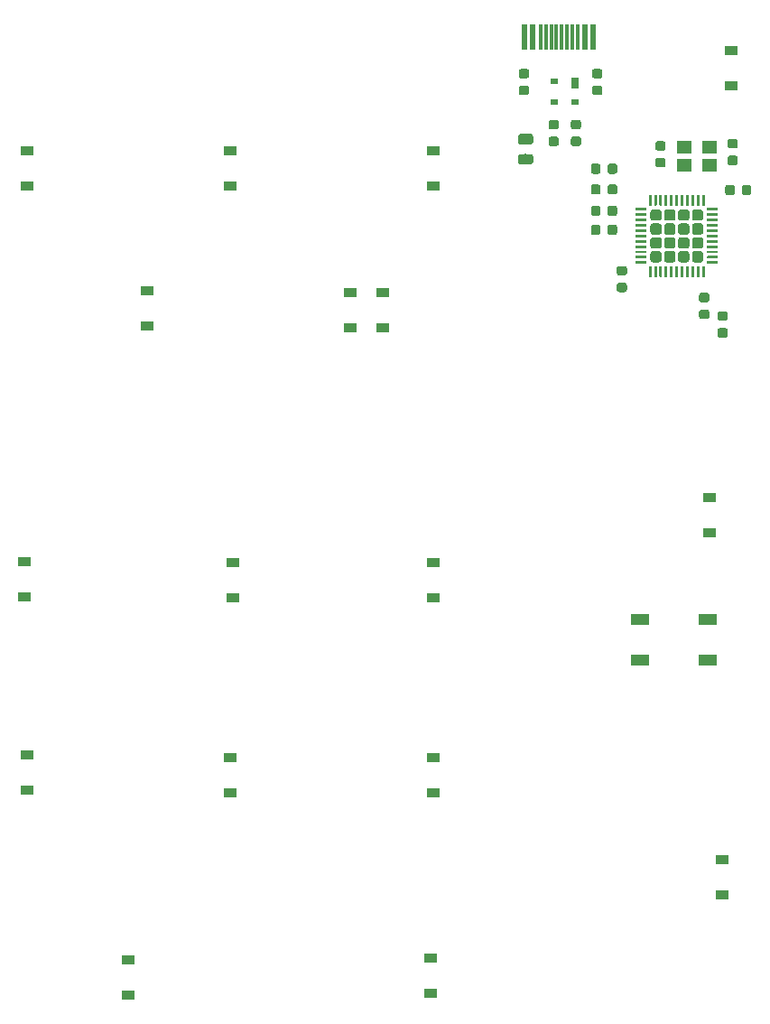
<source format=gbr>
G04 #@! TF.GenerationSoftware,KiCad,Pcbnew,(5.0.1)-3*
G04 #@! TF.CreationDate,2019-05-09T01:11:10-04:00*
G04 #@! TF.ProjectId,mulletpad-pcb,6D756C6C65747061642D7063622E6B69,rev?*
G04 #@! TF.SameCoordinates,Original*
G04 #@! TF.FileFunction,Paste,Bot*
G04 #@! TF.FilePolarity,Positive*
%FSLAX46Y46*%
G04 Gerber Fmt 4.6, Leading zero omitted, Abs format (unit mm)*
G04 Created by KiCad (PCBNEW (5.0.1)-3) date 5/9/2019 1:11:10 AM*
%MOMM*%
%LPD*%
G01*
G04 APERTURE LIST*
%ADD10C,0.100000*%
%ADD11C,0.875000*%
%ADD12R,0.700000X0.600000*%
%ADD13R,0.700000X1.000000*%
%ADD14R,1.200000X0.900000*%
%ADD15R,1.700000X1.000000*%
%ADD16R,1.400000X1.200000*%
%ADD17C,1.050000*%
%ADD18C,0.250000*%
%ADD19R,0.300000X2.450000*%
%ADD20R,0.600000X2.450000*%
%ADD21C,0.975000*%
G04 APERTURE END LIST*
D10*
G04 #@! TO.C,C2*
G36*
X171719829Y-56466071D02*
X171741064Y-56469221D01*
X171761888Y-56474437D01*
X171782100Y-56481669D01*
X171801506Y-56490848D01*
X171819919Y-56501884D01*
X171837162Y-56514672D01*
X171853068Y-56529088D01*
X171867484Y-56544994D01*
X171880272Y-56562237D01*
X171891308Y-56580650D01*
X171900487Y-56600056D01*
X171907719Y-56620268D01*
X171912935Y-56641092D01*
X171916085Y-56662327D01*
X171917138Y-56683768D01*
X171917138Y-57121268D01*
X171916085Y-57142709D01*
X171912935Y-57163944D01*
X171907719Y-57184768D01*
X171900487Y-57204980D01*
X171891308Y-57224386D01*
X171880272Y-57242799D01*
X171867484Y-57260042D01*
X171853068Y-57275948D01*
X171837162Y-57290364D01*
X171819919Y-57303152D01*
X171801506Y-57314188D01*
X171782100Y-57323367D01*
X171761888Y-57330599D01*
X171741064Y-57335815D01*
X171719829Y-57338965D01*
X171698388Y-57340018D01*
X171185888Y-57340018D01*
X171164447Y-57338965D01*
X171143212Y-57335815D01*
X171122388Y-57330599D01*
X171102176Y-57323367D01*
X171082770Y-57314188D01*
X171064357Y-57303152D01*
X171047114Y-57290364D01*
X171031208Y-57275948D01*
X171016792Y-57260042D01*
X171004004Y-57242799D01*
X170992968Y-57224386D01*
X170983789Y-57204980D01*
X170976557Y-57184768D01*
X170971341Y-57163944D01*
X170968191Y-57142709D01*
X170967138Y-57121268D01*
X170967138Y-56683768D01*
X170968191Y-56662327D01*
X170971341Y-56641092D01*
X170976557Y-56620268D01*
X170983789Y-56600056D01*
X170992968Y-56580650D01*
X171004004Y-56562237D01*
X171016792Y-56544994D01*
X171031208Y-56529088D01*
X171047114Y-56514672D01*
X171064357Y-56501884D01*
X171082770Y-56490848D01*
X171102176Y-56481669D01*
X171122388Y-56474437D01*
X171143212Y-56469221D01*
X171164447Y-56466071D01*
X171185888Y-56465018D01*
X171698388Y-56465018D01*
X171719829Y-56466071D01*
X171719829Y-56466071D01*
G37*
D11*
X171442138Y-56902518D03*
D10*
G36*
X171719829Y-54891069D02*
X171741064Y-54894219D01*
X171761888Y-54899435D01*
X171782100Y-54906667D01*
X171801506Y-54915846D01*
X171819919Y-54926882D01*
X171837162Y-54939670D01*
X171853068Y-54954086D01*
X171867484Y-54969992D01*
X171880272Y-54987235D01*
X171891308Y-55005648D01*
X171900487Y-55025054D01*
X171907719Y-55045266D01*
X171912935Y-55066090D01*
X171916085Y-55087325D01*
X171917138Y-55108766D01*
X171917138Y-55546266D01*
X171916085Y-55567707D01*
X171912935Y-55588942D01*
X171907719Y-55609766D01*
X171900487Y-55629978D01*
X171891308Y-55649384D01*
X171880272Y-55667797D01*
X171867484Y-55685040D01*
X171853068Y-55700946D01*
X171837162Y-55715362D01*
X171819919Y-55728150D01*
X171801506Y-55739186D01*
X171782100Y-55748365D01*
X171761888Y-55755597D01*
X171741064Y-55760813D01*
X171719829Y-55763963D01*
X171698388Y-55765016D01*
X171185888Y-55765016D01*
X171164447Y-55763963D01*
X171143212Y-55760813D01*
X171122388Y-55755597D01*
X171102176Y-55748365D01*
X171082770Y-55739186D01*
X171064357Y-55728150D01*
X171047114Y-55715362D01*
X171031208Y-55700946D01*
X171016792Y-55685040D01*
X171004004Y-55667797D01*
X170992968Y-55649384D01*
X170983789Y-55629978D01*
X170976557Y-55609766D01*
X170971341Y-55588942D01*
X170968191Y-55567707D01*
X170967138Y-55546266D01*
X170967138Y-55108766D01*
X170968191Y-55087325D01*
X170971341Y-55066090D01*
X170976557Y-55045266D01*
X170983789Y-55025054D01*
X170992968Y-55005648D01*
X171004004Y-54987235D01*
X171016792Y-54969992D01*
X171031208Y-54954086D01*
X171047114Y-54939670D01*
X171064357Y-54926882D01*
X171082770Y-54915846D01*
X171102176Y-54906667D01*
X171122388Y-54899435D01*
X171143212Y-54894219D01*
X171164447Y-54891069D01*
X171185888Y-54890016D01*
X171698388Y-54890016D01*
X171719829Y-54891069D01*
X171719829Y-54891069D01*
G37*
D11*
X171442138Y-55327516D03*
G04 #@! TD*
D12*
G04 #@! TO.C,U2*
X161465835Y-51185801D03*
X163465835Y-51185801D03*
X161465835Y-49285801D03*
D13*
X163465835Y-49485801D03*
G04 #@! TD*
D14*
G04 #@! TO.C,D1*
X112066000Y-59106500D03*
X112066000Y-55806500D03*
G04 #@! TD*
G04 #@! TO.C,D2*
X123253564Y-72200592D03*
X123253564Y-68900592D03*
G04 #@! TD*
G04 #@! TO.C,D3*
X111812000Y-97588500D03*
X111812000Y-94288500D03*
G04 #@! TD*
G04 #@! TO.C,D4*
X112066000Y-112448000D03*
X112066000Y-115748000D03*
G04 #@! TD*
G04 #@! TO.C,D5*
X121521295Y-134929727D03*
X121521295Y-131629727D03*
G04 #@! TD*
G04 #@! TO.C,D6*
X131116000Y-55806500D03*
X131116000Y-59106500D03*
G04 #@! TD*
G04 #@! TO.C,D7*
X142361016Y-69058071D03*
X142361016Y-72358071D03*
G04 #@! TD*
G04 #@! TO.C,D8*
X131370000Y-94414500D03*
X131370000Y-97714500D03*
G04 #@! TD*
G04 #@! TO.C,D9*
X131116000Y-116002000D03*
X131116000Y-112702000D03*
G04 #@! TD*
G04 #@! TO.C,D10*
X150166000Y-59106500D03*
X150166000Y-55806500D03*
G04 #@! TD*
G04 #@! TO.C,D11*
X145353117Y-69110564D03*
X145353117Y-72410564D03*
G04 #@! TD*
G04 #@! TO.C,D12*
X150166000Y-97714500D03*
X150166000Y-94414500D03*
G04 #@! TD*
G04 #@! TO.C,D13*
X150166000Y-112702000D03*
X150166000Y-116002000D03*
G04 #@! TD*
G04 #@! TO.C,D14*
X149912000Y-134798000D03*
X149912000Y-131498000D03*
G04 #@! TD*
G04 #@! TO.C,D15*
X178106493Y-46408493D03*
X178106493Y-49708493D03*
G04 #@! TD*
G04 #@! TO.C,D16*
X176074493Y-91618493D03*
X176074493Y-88318493D03*
G04 #@! TD*
G04 #@! TO.C,D17*
X177216368Y-122233480D03*
X177216368Y-125533480D03*
G04 #@! TD*
D10*
G04 #@! TO.C,R1*
G36*
X158911537Y-48119473D02*
X158932772Y-48122623D01*
X158953596Y-48127839D01*
X158973808Y-48135071D01*
X158993214Y-48144250D01*
X159011627Y-48155286D01*
X159028870Y-48168074D01*
X159044776Y-48182490D01*
X159059192Y-48198396D01*
X159071980Y-48215639D01*
X159083016Y-48234052D01*
X159092195Y-48253458D01*
X159099427Y-48273670D01*
X159104643Y-48294494D01*
X159107793Y-48315729D01*
X159108846Y-48337170D01*
X159108846Y-48774670D01*
X159107793Y-48796111D01*
X159104643Y-48817346D01*
X159099427Y-48838170D01*
X159092195Y-48858382D01*
X159083016Y-48877788D01*
X159071980Y-48896201D01*
X159059192Y-48913444D01*
X159044776Y-48929350D01*
X159028870Y-48943766D01*
X159011627Y-48956554D01*
X158993214Y-48967590D01*
X158973808Y-48976769D01*
X158953596Y-48984001D01*
X158932772Y-48989217D01*
X158911537Y-48992367D01*
X158890096Y-48993420D01*
X158377596Y-48993420D01*
X158356155Y-48992367D01*
X158334920Y-48989217D01*
X158314096Y-48984001D01*
X158293884Y-48976769D01*
X158274478Y-48967590D01*
X158256065Y-48956554D01*
X158238822Y-48943766D01*
X158222916Y-48929350D01*
X158208500Y-48913444D01*
X158195712Y-48896201D01*
X158184676Y-48877788D01*
X158175497Y-48858382D01*
X158168265Y-48838170D01*
X158163049Y-48817346D01*
X158159899Y-48796111D01*
X158158846Y-48774670D01*
X158158846Y-48337170D01*
X158159899Y-48315729D01*
X158163049Y-48294494D01*
X158168265Y-48273670D01*
X158175497Y-48253458D01*
X158184676Y-48234052D01*
X158195712Y-48215639D01*
X158208500Y-48198396D01*
X158222916Y-48182490D01*
X158238822Y-48168074D01*
X158256065Y-48155286D01*
X158274478Y-48144250D01*
X158293884Y-48135071D01*
X158314096Y-48127839D01*
X158334920Y-48122623D01*
X158356155Y-48119473D01*
X158377596Y-48118420D01*
X158890096Y-48118420D01*
X158911537Y-48119473D01*
X158911537Y-48119473D01*
G37*
D11*
X158633846Y-48555920D03*
D10*
G36*
X158911537Y-49694473D02*
X158932772Y-49697623D01*
X158953596Y-49702839D01*
X158973808Y-49710071D01*
X158993214Y-49719250D01*
X159011627Y-49730286D01*
X159028870Y-49743074D01*
X159044776Y-49757490D01*
X159059192Y-49773396D01*
X159071980Y-49790639D01*
X159083016Y-49809052D01*
X159092195Y-49828458D01*
X159099427Y-49848670D01*
X159104643Y-49869494D01*
X159107793Y-49890729D01*
X159108846Y-49912170D01*
X159108846Y-50349670D01*
X159107793Y-50371111D01*
X159104643Y-50392346D01*
X159099427Y-50413170D01*
X159092195Y-50433382D01*
X159083016Y-50452788D01*
X159071980Y-50471201D01*
X159059192Y-50488444D01*
X159044776Y-50504350D01*
X159028870Y-50518766D01*
X159011627Y-50531554D01*
X158993214Y-50542590D01*
X158973808Y-50551769D01*
X158953596Y-50559001D01*
X158932772Y-50564217D01*
X158911537Y-50567367D01*
X158890096Y-50568420D01*
X158377596Y-50568420D01*
X158356155Y-50567367D01*
X158334920Y-50564217D01*
X158314096Y-50559001D01*
X158293884Y-50551769D01*
X158274478Y-50542590D01*
X158256065Y-50531554D01*
X158238822Y-50518766D01*
X158222916Y-50504350D01*
X158208500Y-50488444D01*
X158195712Y-50471201D01*
X158184676Y-50452788D01*
X158175497Y-50433382D01*
X158168265Y-50413170D01*
X158163049Y-50392346D01*
X158159899Y-50371111D01*
X158158846Y-50349670D01*
X158158846Y-49912170D01*
X158159899Y-49890729D01*
X158163049Y-49869494D01*
X158168265Y-49848670D01*
X158175497Y-49828458D01*
X158184676Y-49809052D01*
X158195712Y-49790639D01*
X158208500Y-49773396D01*
X158222916Y-49757490D01*
X158238822Y-49743074D01*
X158256065Y-49730286D01*
X158274478Y-49719250D01*
X158293884Y-49710071D01*
X158314096Y-49702839D01*
X158334920Y-49697623D01*
X158356155Y-49694473D01*
X158377596Y-49693420D01*
X158890096Y-49693420D01*
X158911537Y-49694473D01*
X158911537Y-49694473D01*
G37*
D11*
X158633846Y-50130920D03*
G04 #@! TD*
D10*
G04 #@! TO.C,R2*
G36*
X165788120Y-49694473D02*
X165809355Y-49697623D01*
X165830179Y-49702839D01*
X165850391Y-49710071D01*
X165869797Y-49719250D01*
X165888210Y-49730286D01*
X165905453Y-49743074D01*
X165921359Y-49757490D01*
X165935775Y-49773396D01*
X165948563Y-49790639D01*
X165959599Y-49809052D01*
X165968778Y-49828458D01*
X165976010Y-49848670D01*
X165981226Y-49869494D01*
X165984376Y-49890729D01*
X165985429Y-49912170D01*
X165985429Y-50349670D01*
X165984376Y-50371111D01*
X165981226Y-50392346D01*
X165976010Y-50413170D01*
X165968778Y-50433382D01*
X165959599Y-50452788D01*
X165948563Y-50471201D01*
X165935775Y-50488444D01*
X165921359Y-50504350D01*
X165905453Y-50518766D01*
X165888210Y-50531554D01*
X165869797Y-50542590D01*
X165850391Y-50551769D01*
X165830179Y-50559001D01*
X165809355Y-50564217D01*
X165788120Y-50567367D01*
X165766679Y-50568420D01*
X165254179Y-50568420D01*
X165232738Y-50567367D01*
X165211503Y-50564217D01*
X165190679Y-50559001D01*
X165170467Y-50551769D01*
X165151061Y-50542590D01*
X165132648Y-50531554D01*
X165115405Y-50518766D01*
X165099499Y-50504350D01*
X165085083Y-50488444D01*
X165072295Y-50471201D01*
X165061259Y-50452788D01*
X165052080Y-50433382D01*
X165044848Y-50413170D01*
X165039632Y-50392346D01*
X165036482Y-50371111D01*
X165035429Y-50349670D01*
X165035429Y-49912170D01*
X165036482Y-49890729D01*
X165039632Y-49869494D01*
X165044848Y-49848670D01*
X165052080Y-49828458D01*
X165061259Y-49809052D01*
X165072295Y-49790639D01*
X165085083Y-49773396D01*
X165099499Y-49757490D01*
X165115405Y-49743074D01*
X165132648Y-49730286D01*
X165151061Y-49719250D01*
X165170467Y-49710071D01*
X165190679Y-49702839D01*
X165211503Y-49697623D01*
X165232738Y-49694473D01*
X165254179Y-49693420D01*
X165766679Y-49693420D01*
X165788120Y-49694473D01*
X165788120Y-49694473D01*
G37*
D11*
X165510429Y-50130920D03*
D10*
G36*
X165788120Y-48119473D02*
X165809355Y-48122623D01*
X165830179Y-48127839D01*
X165850391Y-48135071D01*
X165869797Y-48144250D01*
X165888210Y-48155286D01*
X165905453Y-48168074D01*
X165921359Y-48182490D01*
X165935775Y-48198396D01*
X165948563Y-48215639D01*
X165959599Y-48234052D01*
X165968778Y-48253458D01*
X165976010Y-48273670D01*
X165981226Y-48294494D01*
X165984376Y-48315729D01*
X165985429Y-48337170D01*
X165985429Y-48774670D01*
X165984376Y-48796111D01*
X165981226Y-48817346D01*
X165976010Y-48838170D01*
X165968778Y-48858382D01*
X165959599Y-48877788D01*
X165948563Y-48896201D01*
X165935775Y-48913444D01*
X165921359Y-48929350D01*
X165905453Y-48943766D01*
X165888210Y-48956554D01*
X165869797Y-48967590D01*
X165850391Y-48976769D01*
X165830179Y-48984001D01*
X165809355Y-48989217D01*
X165788120Y-48992367D01*
X165766679Y-48993420D01*
X165254179Y-48993420D01*
X165232738Y-48992367D01*
X165211503Y-48989217D01*
X165190679Y-48984001D01*
X165170467Y-48976769D01*
X165151061Y-48967590D01*
X165132648Y-48956554D01*
X165115405Y-48943766D01*
X165099499Y-48929350D01*
X165085083Y-48913444D01*
X165072295Y-48896201D01*
X165061259Y-48877788D01*
X165052080Y-48858382D01*
X165044848Y-48838170D01*
X165039632Y-48817346D01*
X165036482Y-48796111D01*
X165035429Y-48774670D01*
X165035429Y-48337170D01*
X165036482Y-48315729D01*
X165039632Y-48294494D01*
X165044848Y-48273670D01*
X165052080Y-48253458D01*
X165061259Y-48234052D01*
X165072295Y-48215639D01*
X165085083Y-48198396D01*
X165099499Y-48182490D01*
X165115405Y-48168074D01*
X165132648Y-48155286D01*
X165151061Y-48144250D01*
X165170467Y-48135071D01*
X165190679Y-48127839D01*
X165211503Y-48122623D01*
X165232738Y-48119473D01*
X165254179Y-48118420D01*
X165766679Y-48118420D01*
X165788120Y-48119473D01*
X165788120Y-48119473D01*
G37*
D11*
X165510429Y-48555920D03*
G04 #@! TD*
D15*
G04 #@! TO.C,RESET1*
X169551970Y-103578941D03*
X175851970Y-103578941D03*
X169551970Y-99778941D03*
X175851970Y-99778941D03*
G04 #@! TD*
D16*
G04 #@! TO.C,X1*
X173654183Y-57122496D03*
X176054183Y-57122496D03*
X173654183Y-55422496D03*
X176054183Y-55422496D03*
G04 #@! TD*
D10*
G04 #@! TO.C,U1*
G36*
X171313940Y-65205199D02*
X171338208Y-65208799D01*
X171362007Y-65214760D01*
X171385106Y-65223025D01*
X171407285Y-65233515D01*
X171428328Y-65246127D01*
X171448034Y-65260742D01*
X171466212Y-65277218D01*
X171482688Y-65295396D01*
X171497303Y-65315102D01*
X171509915Y-65336145D01*
X171520405Y-65358324D01*
X171528670Y-65381423D01*
X171534631Y-65405222D01*
X171538231Y-65429490D01*
X171539435Y-65453994D01*
X171539435Y-66003996D01*
X171538231Y-66028500D01*
X171534631Y-66052768D01*
X171528670Y-66076567D01*
X171520405Y-66099666D01*
X171509915Y-66121845D01*
X171497303Y-66142888D01*
X171482688Y-66162594D01*
X171466212Y-66180772D01*
X171448034Y-66197248D01*
X171428328Y-66211863D01*
X171407285Y-66224475D01*
X171385106Y-66234965D01*
X171362007Y-66243230D01*
X171338208Y-66249191D01*
X171313940Y-66252791D01*
X171289436Y-66253995D01*
X170739434Y-66253995D01*
X170714930Y-66252791D01*
X170690662Y-66249191D01*
X170666863Y-66243230D01*
X170643764Y-66234965D01*
X170621585Y-66224475D01*
X170600542Y-66211863D01*
X170580836Y-66197248D01*
X170562658Y-66180772D01*
X170546182Y-66162594D01*
X170531567Y-66142888D01*
X170518955Y-66121845D01*
X170508465Y-66099666D01*
X170500200Y-66076567D01*
X170494239Y-66052768D01*
X170490639Y-66028500D01*
X170489435Y-66003996D01*
X170489435Y-65453994D01*
X170490639Y-65429490D01*
X170494239Y-65405222D01*
X170500200Y-65381423D01*
X170508465Y-65358324D01*
X170518955Y-65336145D01*
X170531567Y-65315102D01*
X170546182Y-65295396D01*
X170562658Y-65277218D01*
X170580836Y-65260742D01*
X170600542Y-65246127D01*
X170621585Y-65233515D01*
X170643764Y-65223025D01*
X170666863Y-65214760D01*
X170690662Y-65208799D01*
X170714930Y-65205199D01*
X170739434Y-65203995D01*
X171289436Y-65203995D01*
X171313940Y-65205199D01*
X171313940Y-65205199D01*
G37*
D17*
X171014435Y-65728995D03*
D10*
G36*
X171313940Y-63905199D02*
X171338208Y-63908799D01*
X171362007Y-63914760D01*
X171385106Y-63923025D01*
X171407285Y-63933515D01*
X171428328Y-63946127D01*
X171448034Y-63960742D01*
X171466212Y-63977218D01*
X171482688Y-63995396D01*
X171497303Y-64015102D01*
X171509915Y-64036145D01*
X171520405Y-64058324D01*
X171528670Y-64081423D01*
X171534631Y-64105222D01*
X171538231Y-64129490D01*
X171539435Y-64153994D01*
X171539435Y-64703996D01*
X171538231Y-64728500D01*
X171534631Y-64752768D01*
X171528670Y-64776567D01*
X171520405Y-64799666D01*
X171509915Y-64821845D01*
X171497303Y-64842888D01*
X171482688Y-64862594D01*
X171466212Y-64880772D01*
X171448034Y-64897248D01*
X171428328Y-64911863D01*
X171407285Y-64924475D01*
X171385106Y-64934965D01*
X171362007Y-64943230D01*
X171338208Y-64949191D01*
X171313940Y-64952791D01*
X171289436Y-64953995D01*
X170739434Y-64953995D01*
X170714930Y-64952791D01*
X170690662Y-64949191D01*
X170666863Y-64943230D01*
X170643764Y-64934965D01*
X170621585Y-64924475D01*
X170600542Y-64911863D01*
X170580836Y-64897248D01*
X170562658Y-64880772D01*
X170546182Y-64862594D01*
X170531567Y-64842888D01*
X170518955Y-64821845D01*
X170508465Y-64799666D01*
X170500200Y-64776567D01*
X170494239Y-64752768D01*
X170490639Y-64728500D01*
X170489435Y-64703996D01*
X170489435Y-64153994D01*
X170490639Y-64129490D01*
X170494239Y-64105222D01*
X170500200Y-64081423D01*
X170508465Y-64058324D01*
X170518955Y-64036145D01*
X170531567Y-64015102D01*
X170546182Y-63995396D01*
X170562658Y-63977218D01*
X170580836Y-63960742D01*
X170600542Y-63946127D01*
X170621585Y-63933515D01*
X170643764Y-63923025D01*
X170666863Y-63914760D01*
X170690662Y-63908799D01*
X170714930Y-63905199D01*
X170739434Y-63903995D01*
X171289436Y-63903995D01*
X171313940Y-63905199D01*
X171313940Y-63905199D01*
G37*
D17*
X171014435Y-64428995D03*
D10*
G36*
X171313940Y-62605199D02*
X171338208Y-62608799D01*
X171362007Y-62614760D01*
X171385106Y-62623025D01*
X171407285Y-62633515D01*
X171428328Y-62646127D01*
X171448034Y-62660742D01*
X171466212Y-62677218D01*
X171482688Y-62695396D01*
X171497303Y-62715102D01*
X171509915Y-62736145D01*
X171520405Y-62758324D01*
X171528670Y-62781423D01*
X171534631Y-62805222D01*
X171538231Y-62829490D01*
X171539435Y-62853994D01*
X171539435Y-63403996D01*
X171538231Y-63428500D01*
X171534631Y-63452768D01*
X171528670Y-63476567D01*
X171520405Y-63499666D01*
X171509915Y-63521845D01*
X171497303Y-63542888D01*
X171482688Y-63562594D01*
X171466212Y-63580772D01*
X171448034Y-63597248D01*
X171428328Y-63611863D01*
X171407285Y-63624475D01*
X171385106Y-63634965D01*
X171362007Y-63643230D01*
X171338208Y-63649191D01*
X171313940Y-63652791D01*
X171289436Y-63653995D01*
X170739434Y-63653995D01*
X170714930Y-63652791D01*
X170690662Y-63649191D01*
X170666863Y-63643230D01*
X170643764Y-63634965D01*
X170621585Y-63624475D01*
X170600542Y-63611863D01*
X170580836Y-63597248D01*
X170562658Y-63580772D01*
X170546182Y-63562594D01*
X170531567Y-63542888D01*
X170518955Y-63521845D01*
X170508465Y-63499666D01*
X170500200Y-63476567D01*
X170494239Y-63452768D01*
X170490639Y-63428500D01*
X170489435Y-63403996D01*
X170489435Y-62853994D01*
X170490639Y-62829490D01*
X170494239Y-62805222D01*
X170500200Y-62781423D01*
X170508465Y-62758324D01*
X170518955Y-62736145D01*
X170531567Y-62715102D01*
X170546182Y-62695396D01*
X170562658Y-62677218D01*
X170580836Y-62660742D01*
X170600542Y-62646127D01*
X170621585Y-62633515D01*
X170643764Y-62623025D01*
X170666863Y-62614760D01*
X170690662Y-62608799D01*
X170714930Y-62605199D01*
X170739434Y-62603995D01*
X171289436Y-62603995D01*
X171313940Y-62605199D01*
X171313940Y-62605199D01*
G37*
D17*
X171014435Y-63128995D03*
D10*
G36*
X171313940Y-61305199D02*
X171338208Y-61308799D01*
X171362007Y-61314760D01*
X171385106Y-61323025D01*
X171407285Y-61333515D01*
X171428328Y-61346127D01*
X171448034Y-61360742D01*
X171466212Y-61377218D01*
X171482688Y-61395396D01*
X171497303Y-61415102D01*
X171509915Y-61436145D01*
X171520405Y-61458324D01*
X171528670Y-61481423D01*
X171534631Y-61505222D01*
X171538231Y-61529490D01*
X171539435Y-61553994D01*
X171539435Y-62103996D01*
X171538231Y-62128500D01*
X171534631Y-62152768D01*
X171528670Y-62176567D01*
X171520405Y-62199666D01*
X171509915Y-62221845D01*
X171497303Y-62242888D01*
X171482688Y-62262594D01*
X171466212Y-62280772D01*
X171448034Y-62297248D01*
X171428328Y-62311863D01*
X171407285Y-62324475D01*
X171385106Y-62334965D01*
X171362007Y-62343230D01*
X171338208Y-62349191D01*
X171313940Y-62352791D01*
X171289436Y-62353995D01*
X170739434Y-62353995D01*
X170714930Y-62352791D01*
X170690662Y-62349191D01*
X170666863Y-62343230D01*
X170643764Y-62334965D01*
X170621585Y-62324475D01*
X170600542Y-62311863D01*
X170580836Y-62297248D01*
X170562658Y-62280772D01*
X170546182Y-62262594D01*
X170531567Y-62242888D01*
X170518955Y-62221845D01*
X170508465Y-62199666D01*
X170500200Y-62176567D01*
X170494239Y-62152768D01*
X170490639Y-62128500D01*
X170489435Y-62103996D01*
X170489435Y-61553994D01*
X170490639Y-61529490D01*
X170494239Y-61505222D01*
X170500200Y-61481423D01*
X170508465Y-61458324D01*
X170518955Y-61436145D01*
X170531567Y-61415102D01*
X170546182Y-61395396D01*
X170562658Y-61377218D01*
X170580836Y-61360742D01*
X170600542Y-61346127D01*
X170621585Y-61333515D01*
X170643764Y-61323025D01*
X170666863Y-61314760D01*
X170690662Y-61308799D01*
X170714930Y-61305199D01*
X170739434Y-61303995D01*
X171289436Y-61303995D01*
X171313940Y-61305199D01*
X171313940Y-61305199D01*
G37*
D17*
X171014435Y-61828995D03*
D10*
G36*
X172613940Y-65205199D02*
X172638208Y-65208799D01*
X172662007Y-65214760D01*
X172685106Y-65223025D01*
X172707285Y-65233515D01*
X172728328Y-65246127D01*
X172748034Y-65260742D01*
X172766212Y-65277218D01*
X172782688Y-65295396D01*
X172797303Y-65315102D01*
X172809915Y-65336145D01*
X172820405Y-65358324D01*
X172828670Y-65381423D01*
X172834631Y-65405222D01*
X172838231Y-65429490D01*
X172839435Y-65453994D01*
X172839435Y-66003996D01*
X172838231Y-66028500D01*
X172834631Y-66052768D01*
X172828670Y-66076567D01*
X172820405Y-66099666D01*
X172809915Y-66121845D01*
X172797303Y-66142888D01*
X172782688Y-66162594D01*
X172766212Y-66180772D01*
X172748034Y-66197248D01*
X172728328Y-66211863D01*
X172707285Y-66224475D01*
X172685106Y-66234965D01*
X172662007Y-66243230D01*
X172638208Y-66249191D01*
X172613940Y-66252791D01*
X172589436Y-66253995D01*
X172039434Y-66253995D01*
X172014930Y-66252791D01*
X171990662Y-66249191D01*
X171966863Y-66243230D01*
X171943764Y-66234965D01*
X171921585Y-66224475D01*
X171900542Y-66211863D01*
X171880836Y-66197248D01*
X171862658Y-66180772D01*
X171846182Y-66162594D01*
X171831567Y-66142888D01*
X171818955Y-66121845D01*
X171808465Y-66099666D01*
X171800200Y-66076567D01*
X171794239Y-66052768D01*
X171790639Y-66028500D01*
X171789435Y-66003996D01*
X171789435Y-65453994D01*
X171790639Y-65429490D01*
X171794239Y-65405222D01*
X171800200Y-65381423D01*
X171808465Y-65358324D01*
X171818955Y-65336145D01*
X171831567Y-65315102D01*
X171846182Y-65295396D01*
X171862658Y-65277218D01*
X171880836Y-65260742D01*
X171900542Y-65246127D01*
X171921585Y-65233515D01*
X171943764Y-65223025D01*
X171966863Y-65214760D01*
X171990662Y-65208799D01*
X172014930Y-65205199D01*
X172039434Y-65203995D01*
X172589436Y-65203995D01*
X172613940Y-65205199D01*
X172613940Y-65205199D01*
G37*
D17*
X172314435Y-65728995D03*
D10*
G36*
X172613940Y-63905199D02*
X172638208Y-63908799D01*
X172662007Y-63914760D01*
X172685106Y-63923025D01*
X172707285Y-63933515D01*
X172728328Y-63946127D01*
X172748034Y-63960742D01*
X172766212Y-63977218D01*
X172782688Y-63995396D01*
X172797303Y-64015102D01*
X172809915Y-64036145D01*
X172820405Y-64058324D01*
X172828670Y-64081423D01*
X172834631Y-64105222D01*
X172838231Y-64129490D01*
X172839435Y-64153994D01*
X172839435Y-64703996D01*
X172838231Y-64728500D01*
X172834631Y-64752768D01*
X172828670Y-64776567D01*
X172820405Y-64799666D01*
X172809915Y-64821845D01*
X172797303Y-64842888D01*
X172782688Y-64862594D01*
X172766212Y-64880772D01*
X172748034Y-64897248D01*
X172728328Y-64911863D01*
X172707285Y-64924475D01*
X172685106Y-64934965D01*
X172662007Y-64943230D01*
X172638208Y-64949191D01*
X172613940Y-64952791D01*
X172589436Y-64953995D01*
X172039434Y-64953995D01*
X172014930Y-64952791D01*
X171990662Y-64949191D01*
X171966863Y-64943230D01*
X171943764Y-64934965D01*
X171921585Y-64924475D01*
X171900542Y-64911863D01*
X171880836Y-64897248D01*
X171862658Y-64880772D01*
X171846182Y-64862594D01*
X171831567Y-64842888D01*
X171818955Y-64821845D01*
X171808465Y-64799666D01*
X171800200Y-64776567D01*
X171794239Y-64752768D01*
X171790639Y-64728500D01*
X171789435Y-64703996D01*
X171789435Y-64153994D01*
X171790639Y-64129490D01*
X171794239Y-64105222D01*
X171800200Y-64081423D01*
X171808465Y-64058324D01*
X171818955Y-64036145D01*
X171831567Y-64015102D01*
X171846182Y-63995396D01*
X171862658Y-63977218D01*
X171880836Y-63960742D01*
X171900542Y-63946127D01*
X171921585Y-63933515D01*
X171943764Y-63923025D01*
X171966863Y-63914760D01*
X171990662Y-63908799D01*
X172014930Y-63905199D01*
X172039434Y-63903995D01*
X172589436Y-63903995D01*
X172613940Y-63905199D01*
X172613940Y-63905199D01*
G37*
D17*
X172314435Y-64428995D03*
D10*
G36*
X172613940Y-62605199D02*
X172638208Y-62608799D01*
X172662007Y-62614760D01*
X172685106Y-62623025D01*
X172707285Y-62633515D01*
X172728328Y-62646127D01*
X172748034Y-62660742D01*
X172766212Y-62677218D01*
X172782688Y-62695396D01*
X172797303Y-62715102D01*
X172809915Y-62736145D01*
X172820405Y-62758324D01*
X172828670Y-62781423D01*
X172834631Y-62805222D01*
X172838231Y-62829490D01*
X172839435Y-62853994D01*
X172839435Y-63403996D01*
X172838231Y-63428500D01*
X172834631Y-63452768D01*
X172828670Y-63476567D01*
X172820405Y-63499666D01*
X172809915Y-63521845D01*
X172797303Y-63542888D01*
X172782688Y-63562594D01*
X172766212Y-63580772D01*
X172748034Y-63597248D01*
X172728328Y-63611863D01*
X172707285Y-63624475D01*
X172685106Y-63634965D01*
X172662007Y-63643230D01*
X172638208Y-63649191D01*
X172613940Y-63652791D01*
X172589436Y-63653995D01*
X172039434Y-63653995D01*
X172014930Y-63652791D01*
X171990662Y-63649191D01*
X171966863Y-63643230D01*
X171943764Y-63634965D01*
X171921585Y-63624475D01*
X171900542Y-63611863D01*
X171880836Y-63597248D01*
X171862658Y-63580772D01*
X171846182Y-63562594D01*
X171831567Y-63542888D01*
X171818955Y-63521845D01*
X171808465Y-63499666D01*
X171800200Y-63476567D01*
X171794239Y-63452768D01*
X171790639Y-63428500D01*
X171789435Y-63403996D01*
X171789435Y-62853994D01*
X171790639Y-62829490D01*
X171794239Y-62805222D01*
X171800200Y-62781423D01*
X171808465Y-62758324D01*
X171818955Y-62736145D01*
X171831567Y-62715102D01*
X171846182Y-62695396D01*
X171862658Y-62677218D01*
X171880836Y-62660742D01*
X171900542Y-62646127D01*
X171921585Y-62633515D01*
X171943764Y-62623025D01*
X171966863Y-62614760D01*
X171990662Y-62608799D01*
X172014930Y-62605199D01*
X172039434Y-62603995D01*
X172589436Y-62603995D01*
X172613940Y-62605199D01*
X172613940Y-62605199D01*
G37*
D17*
X172314435Y-63128995D03*
D10*
G36*
X172613940Y-61305199D02*
X172638208Y-61308799D01*
X172662007Y-61314760D01*
X172685106Y-61323025D01*
X172707285Y-61333515D01*
X172728328Y-61346127D01*
X172748034Y-61360742D01*
X172766212Y-61377218D01*
X172782688Y-61395396D01*
X172797303Y-61415102D01*
X172809915Y-61436145D01*
X172820405Y-61458324D01*
X172828670Y-61481423D01*
X172834631Y-61505222D01*
X172838231Y-61529490D01*
X172839435Y-61553994D01*
X172839435Y-62103996D01*
X172838231Y-62128500D01*
X172834631Y-62152768D01*
X172828670Y-62176567D01*
X172820405Y-62199666D01*
X172809915Y-62221845D01*
X172797303Y-62242888D01*
X172782688Y-62262594D01*
X172766212Y-62280772D01*
X172748034Y-62297248D01*
X172728328Y-62311863D01*
X172707285Y-62324475D01*
X172685106Y-62334965D01*
X172662007Y-62343230D01*
X172638208Y-62349191D01*
X172613940Y-62352791D01*
X172589436Y-62353995D01*
X172039434Y-62353995D01*
X172014930Y-62352791D01*
X171990662Y-62349191D01*
X171966863Y-62343230D01*
X171943764Y-62334965D01*
X171921585Y-62324475D01*
X171900542Y-62311863D01*
X171880836Y-62297248D01*
X171862658Y-62280772D01*
X171846182Y-62262594D01*
X171831567Y-62242888D01*
X171818955Y-62221845D01*
X171808465Y-62199666D01*
X171800200Y-62176567D01*
X171794239Y-62152768D01*
X171790639Y-62128500D01*
X171789435Y-62103996D01*
X171789435Y-61553994D01*
X171790639Y-61529490D01*
X171794239Y-61505222D01*
X171800200Y-61481423D01*
X171808465Y-61458324D01*
X171818955Y-61436145D01*
X171831567Y-61415102D01*
X171846182Y-61395396D01*
X171862658Y-61377218D01*
X171880836Y-61360742D01*
X171900542Y-61346127D01*
X171921585Y-61333515D01*
X171943764Y-61323025D01*
X171966863Y-61314760D01*
X171990662Y-61308799D01*
X172014930Y-61305199D01*
X172039434Y-61303995D01*
X172589436Y-61303995D01*
X172613940Y-61305199D01*
X172613940Y-61305199D01*
G37*
D17*
X172314435Y-61828995D03*
D10*
G36*
X173913940Y-65205199D02*
X173938208Y-65208799D01*
X173962007Y-65214760D01*
X173985106Y-65223025D01*
X174007285Y-65233515D01*
X174028328Y-65246127D01*
X174048034Y-65260742D01*
X174066212Y-65277218D01*
X174082688Y-65295396D01*
X174097303Y-65315102D01*
X174109915Y-65336145D01*
X174120405Y-65358324D01*
X174128670Y-65381423D01*
X174134631Y-65405222D01*
X174138231Y-65429490D01*
X174139435Y-65453994D01*
X174139435Y-66003996D01*
X174138231Y-66028500D01*
X174134631Y-66052768D01*
X174128670Y-66076567D01*
X174120405Y-66099666D01*
X174109915Y-66121845D01*
X174097303Y-66142888D01*
X174082688Y-66162594D01*
X174066212Y-66180772D01*
X174048034Y-66197248D01*
X174028328Y-66211863D01*
X174007285Y-66224475D01*
X173985106Y-66234965D01*
X173962007Y-66243230D01*
X173938208Y-66249191D01*
X173913940Y-66252791D01*
X173889436Y-66253995D01*
X173339434Y-66253995D01*
X173314930Y-66252791D01*
X173290662Y-66249191D01*
X173266863Y-66243230D01*
X173243764Y-66234965D01*
X173221585Y-66224475D01*
X173200542Y-66211863D01*
X173180836Y-66197248D01*
X173162658Y-66180772D01*
X173146182Y-66162594D01*
X173131567Y-66142888D01*
X173118955Y-66121845D01*
X173108465Y-66099666D01*
X173100200Y-66076567D01*
X173094239Y-66052768D01*
X173090639Y-66028500D01*
X173089435Y-66003996D01*
X173089435Y-65453994D01*
X173090639Y-65429490D01*
X173094239Y-65405222D01*
X173100200Y-65381423D01*
X173108465Y-65358324D01*
X173118955Y-65336145D01*
X173131567Y-65315102D01*
X173146182Y-65295396D01*
X173162658Y-65277218D01*
X173180836Y-65260742D01*
X173200542Y-65246127D01*
X173221585Y-65233515D01*
X173243764Y-65223025D01*
X173266863Y-65214760D01*
X173290662Y-65208799D01*
X173314930Y-65205199D01*
X173339434Y-65203995D01*
X173889436Y-65203995D01*
X173913940Y-65205199D01*
X173913940Y-65205199D01*
G37*
D17*
X173614435Y-65728995D03*
D10*
G36*
X173913940Y-63905199D02*
X173938208Y-63908799D01*
X173962007Y-63914760D01*
X173985106Y-63923025D01*
X174007285Y-63933515D01*
X174028328Y-63946127D01*
X174048034Y-63960742D01*
X174066212Y-63977218D01*
X174082688Y-63995396D01*
X174097303Y-64015102D01*
X174109915Y-64036145D01*
X174120405Y-64058324D01*
X174128670Y-64081423D01*
X174134631Y-64105222D01*
X174138231Y-64129490D01*
X174139435Y-64153994D01*
X174139435Y-64703996D01*
X174138231Y-64728500D01*
X174134631Y-64752768D01*
X174128670Y-64776567D01*
X174120405Y-64799666D01*
X174109915Y-64821845D01*
X174097303Y-64842888D01*
X174082688Y-64862594D01*
X174066212Y-64880772D01*
X174048034Y-64897248D01*
X174028328Y-64911863D01*
X174007285Y-64924475D01*
X173985106Y-64934965D01*
X173962007Y-64943230D01*
X173938208Y-64949191D01*
X173913940Y-64952791D01*
X173889436Y-64953995D01*
X173339434Y-64953995D01*
X173314930Y-64952791D01*
X173290662Y-64949191D01*
X173266863Y-64943230D01*
X173243764Y-64934965D01*
X173221585Y-64924475D01*
X173200542Y-64911863D01*
X173180836Y-64897248D01*
X173162658Y-64880772D01*
X173146182Y-64862594D01*
X173131567Y-64842888D01*
X173118955Y-64821845D01*
X173108465Y-64799666D01*
X173100200Y-64776567D01*
X173094239Y-64752768D01*
X173090639Y-64728500D01*
X173089435Y-64703996D01*
X173089435Y-64153994D01*
X173090639Y-64129490D01*
X173094239Y-64105222D01*
X173100200Y-64081423D01*
X173108465Y-64058324D01*
X173118955Y-64036145D01*
X173131567Y-64015102D01*
X173146182Y-63995396D01*
X173162658Y-63977218D01*
X173180836Y-63960742D01*
X173200542Y-63946127D01*
X173221585Y-63933515D01*
X173243764Y-63923025D01*
X173266863Y-63914760D01*
X173290662Y-63908799D01*
X173314930Y-63905199D01*
X173339434Y-63903995D01*
X173889436Y-63903995D01*
X173913940Y-63905199D01*
X173913940Y-63905199D01*
G37*
D17*
X173614435Y-64428995D03*
D10*
G36*
X173913940Y-62605199D02*
X173938208Y-62608799D01*
X173962007Y-62614760D01*
X173985106Y-62623025D01*
X174007285Y-62633515D01*
X174028328Y-62646127D01*
X174048034Y-62660742D01*
X174066212Y-62677218D01*
X174082688Y-62695396D01*
X174097303Y-62715102D01*
X174109915Y-62736145D01*
X174120405Y-62758324D01*
X174128670Y-62781423D01*
X174134631Y-62805222D01*
X174138231Y-62829490D01*
X174139435Y-62853994D01*
X174139435Y-63403996D01*
X174138231Y-63428500D01*
X174134631Y-63452768D01*
X174128670Y-63476567D01*
X174120405Y-63499666D01*
X174109915Y-63521845D01*
X174097303Y-63542888D01*
X174082688Y-63562594D01*
X174066212Y-63580772D01*
X174048034Y-63597248D01*
X174028328Y-63611863D01*
X174007285Y-63624475D01*
X173985106Y-63634965D01*
X173962007Y-63643230D01*
X173938208Y-63649191D01*
X173913940Y-63652791D01*
X173889436Y-63653995D01*
X173339434Y-63653995D01*
X173314930Y-63652791D01*
X173290662Y-63649191D01*
X173266863Y-63643230D01*
X173243764Y-63634965D01*
X173221585Y-63624475D01*
X173200542Y-63611863D01*
X173180836Y-63597248D01*
X173162658Y-63580772D01*
X173146182Y-63562594D01*
X173131567Y-63542888D01*
X173118955Y-63521845D01*
X173108465Y-63499666D01*
X173100200Y-63476567D01*
X173094239Y-63452768D01*
X173090639Y-63428500D01*
X173089435Y-63403996D01*
X173089435Y-62853994D01*
X173090639Y-62829490D01*
X173094239Y-62805222D01*
X173100200Y-62781423D01*
X173108465Y-62758324D01*
X173118955Y-62736145D01*
X173131567Y-62715102D01*
X173146182Y-62695396D01*
X173162658Y-62677218D01*
X173180836Y-62660742D01*
X173200542Y-62646127D01*
X173221585Y-62633515D01*
X173243764Y-62623025D01*
X173266863Y-62614760D01*
X173290662Y-62608799D01*
X173314930Y-62605199D01*
X173339434Y-62603995D01*
X173889436Y-62603995D01*
X173913940Y-62605199D01*
X173913940Y-62605199D01*
G37*
D17*
X173614435Y-63128995D03*
D10*
G36*
X173913940Y-61305199D02*
X173938208Y-61308799D01*
X173962007Y-61314760D01*
X173985106Y-61323025D01*
X174007285Y-61333515D01*
X174028328Y-61346127D01*
X174048034Y-61360742D01*
X174066212Y-61377218D01*
X174082688Y-61395396D01*
X174097303Y-61415102D01*
X174109915Y-61436145D01*
X174120405Y-61458324D01*
X174128670Y-61481423D01*
X174134631Y-61505222D01*
X174138231Y-61529490D01*
X174139435Y-61553994D01*
X174139435Y-62103996D01*
X174138231Y-62128500D01*
X174134631Y-62152768D01*
X174128670Y-62176567D01*
X174120405Y-62199666D01*
X174109915Y-62221845D01*
X174097303Y-62242888D01*
X174082688Y-62262594D01*
X174066212Y-62280772D01*
X174048034Y-62297248D01*
X174028328Y-62311863D01*
X174007285Y-62324475D01*
X173985106Y-62334965D01*
X173962007Y-62343230D01*
X173938208Y-62349191D01*
X173913940Y-62352791D01*
X173889436Y-62353995D01*
X173339434Y-62353995D01*
X173314930Y-62352791D01*
X173290662Y-62349191D01*
X173266863Y-62343230D01*
X173243764Y-62334965D01*
X173221585Y-62324475D01*
X173200542Y-62311863D01*
X173180836Y-62297248D01*
X173162658Y-62280772D01*
X173146182Y-62262594D01*
X173131567Y-62242888D01*
X173118955Y-62221845D01*
X173108465Y-62199666D01*
X173100200Y-62176567D01*
X173094239Y-62152768D01*
X173090639Y-62128500D01*
X173089435Y-62103996D01*
X173089435Y-61553994D01*
X173090639Y-61529490D01*
X173094239Y-61505222D01*
X173100200Y-61481423D01*
X173108465Y-61458324D01*
X173118955Y-61436145D01*
X173131567Y-61415102D01*
X173146182Y-61395396D01*
X173162658Y-61377218D01*
X173180836Y-61360742D01*
X173200542Y-61346127D01*
X173221585Y-61333515D01*
X173243764Y-61323025D01*
X173266863Y-61314760D01*
X173290662Y-61308799D01*
X173314930Y-61305199D01*
X173339434Y-61303995D01*
X173889436Y-61303995D01*
X173913940Y-61305199D01*
X173913940Y-61305199D01*
G37*
D17*
X173614435Y-61828995D03*
D10*
G36*
X175213940Y-65205199D02*
X175238208Y-65208799D01*
X175262007Y-65214760D01*
X175285106Y-65223025D01*
X175307285Y-65233515D01*
X175328328Y-65246127D01*
X175348034Y-65260742D01*
X175366212Y-65277218D01*
X175382688Y-65295396D01*
X175397303Y-65315102D01*
X175409915Y-65336145D01*
X175420405Y-65358324D01*
X175428670Y-65381423D01*
X175434631Y-65405222D01*
X175438231Y-65429490D01*
X175439435Y-65453994D01*
X175439435Y-66003996D01*
X175438231Y-66028500D01*
X175434631Y-66052768D01*
X175428670Y-66076567D01*
X175420405Y-66099666D01*
X175409915Y-66121845D01*
X175397303Y-66142888D01*
X175382688Y-66162594D01*
X175366212Y-66180772D01*
X175348034Y-66197248D01*
X175328328Y-66211863D01*
X175307285Y-66224475D01*
X175285106Y-66234965D01*
X175262007Y-66243230D01*
X175238208Y-66249191D01*
X175213940Y-66252791D01*
X175189436Y-66253995D01*
X174639434Y-66253995D01*
X174614930Y-66252791D01*
X174590662Y-66249191D01*
X174566863Y-66243230D01*
X174543764Y-66234965D01*
X174521585Y-66224475D01*
X174500542Y-66211863D01*
X174480836Y-66197248D01*
X174462658Y-66180772D01*
X174446182Y-66162594D01*
X174431567Y-66142888D01*
X174418955Y-66121845D01*
X174408465Y-66099666D01*
X174400200Y-66076567D01*
X174394239Y-66052768D01*
X174390639Y-66028500D01*
X174389435Y-66003996D01*
X174389435Y-65453994D01*
X174390639Y-65429490D01*
X174394239Y-65405222D01*
X174400200Y-65381423D01*
X174408465Y-65358324D01*
X174418955Y-65336145D01*
X174431567Y-65315102D01*
X174446182Y-65295396D01*
X174462658Y-65277218D01*
X174480836Y-65260742D01*
X174500542Y-65246127D01*
X174521585Y-65233515D01*
X174543764Y-65223025D01*
X174566863Y-65214760D01*
X174590662Y-65208799D01*
X174614930Y-65205199D01*
X174639434Y-65203995D01*
X175189436Y-65203995D01*
X175213940Y-65205199D01*
X175213940Y-65205199D01*
G37*
D17*
X174914435Y-65728995D03*
D10*
G36*
X175213940Y-63905199D02*
X175238208Y-63908799D01*
X175262007Y-63914760D01*
X175285106Y-63923025D01*
X175307285Y-63933515D01*
X175328328Y-63946127D01*
X175348034Y-63960742D01*
X175366212Y-63977218D01*
X175382688Y-63995396D01*
X175397303Y-64015102D01*
X175409915Y-64036145D01*
X175420405Y-64058324D01*
X175428670Y-64081423D01*
X175434631Y-64105222D01*
X175438231Y-64129490D01*
X175439435Y-64153994D01*
X175439435Y-64703996D01*
X175438231Y-64728500D01*
X175434631Y-64752768D01*
X175428670Y-64776567D01*
X175420405Y-64799666D01*
X175409915Y-64821845D01*
X175397303Y-64842888D01*
X175382688Y-64862594D01*
X175366212Y-64880772D01*
X175348034Y-64897248D01*
X175328328Y-64911863D01*
X175307285Y-64924475D01*
X175285106Y-64934965D01*
X175262007Y-64943230D01*
X175238208Y-64949191D01*
X175213940Y-64952791D01*
X175189436Y-64953995D01*
X174639434Y-64953995D01*
X174614930Y-64952791D01*
X174590662Y-64949191D01*
X174566863Y-64943230D01*
X174543764Y-64934965D01*
X174521585Y-64924475D01*
X174500542Y-64911863D01*
X174480836Y-64897248D01*
X174462658Y-64880772D01*
X174446182Y-64862594D01*
X174431567Y-64842888D01*
X174418955Y-64821845D01*
X174408465Y-64799666D01*
X174400200Y-64776567D01*
X174394239Y-64752768D01*
X174390639Y-64728500D01*
X174389435Y-64703996D01*
X174389435Y-64153994D01*
X174390639Y-64129490D01*
X174394239Y-64105222D01*
X174400200Y-64081423D01*
X174408465Y-64058324D01*
X174418955Y-64036145D01*
X174431567Y-64015102D01*
X174446182Y-63995396D01*
X174462658Y-63977218D01*
X174480836Y-63960742D01*
X174500542Y-63946127D01*
X174521585Y-63933515D01*
X174543764Y-63923025D01*
X174566863Y-63914760D01*
X174590662Y-63908799D01*
X174614930Y-63905199D01*
X174639434Y-63903995D01*
X175189436Y-63903995D01*
X175213940Y-63905199D01*
X175213940Y-63905199D01*
G37*
D17*
X174914435Y-64428995D03*
D10*
G36*
X175213940Y-62605199D02*
X175238208Y-62608799D01*
X175262007Y-62614760D01*
X175285106Y-62623025D01*
X175307285Y-62633515D01*
X175328328Y-62646127D01*
X175348034Y-62660742D01*
X175366212Y-62677218D01*
X175382688Y-62695396D01*
X175397303Y-62715102D01*
X175409915Y-62736145D01*
X175420405Y-62758324D01*
X175428670Y-62781423D01*
X175434631Y-62805222D01*
X175438231Y-62829490D01*
X175439435Y-62853994D01*
X175439435Y-63403996D01*
X175438231Y-63428500D01*
X175434631Y-63452768D01*
X175428670Y-63476567D01*
X175420405Y-63499666D01*
X175409915Y-63521845D01*
X175397303Y-63542888D01*
X175382688Y-63562594D01*
X175366212Y-63580772D01*
X175348034Y-63597248D01*
X175328328Y-63611863D01*
X175307285Y-63624475D01*
X175285106Y-63634965D01*
X175262007Y-63643230D01*
X175238208Y-63649191D01*
X175213940Y-63652791D01*
X175189436Y-63653995D01*
X174639434Y-63653995D01*
X174614930Y-63652791D01*
X174590662Y-63649191D01*
X174566863Y-63643230D01*
X174543764Y-63634965D01*
X174521585Y-63624475D01*
X174500542Y-63611863D01*
X174480836Y-63597248D01*
X174462658Y-63580772D01*
X174446182Y-63562594D01*
X174431567Y-63542888D01*
X174418955Y-63521845D01*
X174408465Y-63499666D01*
X174400200Y-63476567D01*
X174394239Y-63452768D01*
X174390639Y-63428500D01*
X174389435Y-63403996D01*
X174389435Y-62853994D01*
X174390639Y-62829490D01*
X174394239Y-62805222D01*
X174400200Y-62781423D01*
X174408465Y-62758324D01*
X174418955Y-62736145D01*
X174431567Y-62715102D01*
X174446182Y-62695396D01*
X174462658Y-62677218D01*
X174480836Y-62660742D01*
X174500542Y-62646127D01*
X174521585Y-62633515D01*
X174543764Y-62623025D01*
X174566863Y-62614760D01*
X174590662Y-62608799D01*
X174614930Y-62605199D01*
X174639434Y-62603995D01*
X175189436Y-62603995D01*
X175213940Y-62605199D01*
X175213940Y-62605199D01*
G37*
D17*
X174914435Y-63128995D03*
D10*
G36*
X175213940Y-61305199D02*
X175238208Y-61308799D01*
X175262007Y-61314760D01*
X175285106Y-61323025D01*
X175307285Y-61333515D01*
X175328328Y-61346127D01*
X175348034Y-61360742D01*
X175366212Y-61377218D01*
X175382688Y-61395396D01*
X175397303Y-61415102D01*
X175409915Y-61436145D01*
X175420405Y-61458324D01*
X175428670Y-61481423D01*
X175434631Y-61505222D01*
X175438231Y-61529490D01*
X175439435Y-61553994D01*
X175439435Y-62103996D01*
X175438231Y-62128500D01*
X175434631Y-62152768D01*
X175428670Y-62176567D01*
X175420405Y-62199666D01*
X175409915Y-62221845D01*
X175397303Y-62242888D01*
X175382688Y-62262594D01*
X175366212Y-62280772D01*
X175348034Y-62297248D01*
X175328328Y-62311863D01*
X175307285Y-62324475D01*
X175285106Y-62334965D01*
X175262007Y-62343230D01*
X175238208Y-62349191D01*
X175213940Y-62352791D01*
X175189436Y-62353995D01*
X174639434Y-62353995D01*
X174614930Y-62352791D01*
X174590662Y-62349191D01*
X174566863Y-62343230D01*
X174543764Y-62334965D01*
X174521585Y-62324475D01*
X174500542Y-62311863D01*
X174480836Y-62297248D01*
X174462658Y-62280772D01*
X174446182Y-62262594D01*
X174431567Y-62242888D01*
X174418955Y-62221845D01*
X174408465Y-62199666D01*
X174400200Y-62176567D01*
X174394239Y-62152768D01*
X174390639Y-62128500D01*
X174389435Y-62103996D01*
X174389435Y-61553994D01*
X174390639Y-61529490D01*
X174394239Y-61505222D01*
X174400200Y-61481423D01*
X174408465Y-61458324D01*
X174418955Y-61436145D01*
X174431567Y-61415102D01*
X174446182Y-61395396D01*
X174462658Y-61377218D01*
X174480836Y-61360742D01*
X174500542Y-61346127D01*
X174521585Y-61333515D01*
X174543764Y-61323025D01*
X174566863Y-61314760D01*
X174590662Y-61308799D01*
X174614930Y-61305199D01*
X174639434Y-61303995D01*
X175189436Y-61303995D01*
X175213940Y-61305199D01*
X175213940Y-61305199D01*
G37*
D17*
X174914435Y-61828995D03*
D10*
G36*
X170083061Y-66154296D02*
X170089128Y-66155196D01*
X170095078Y-66156686D01*
X170100853Y-66158753D01*
X170106397Y-66161375D01*
X170111658Y-66164528D01*
X170116585Y-66168182D01*
X170121129Y-66172301D01*
X170125248Y-66176845D01*
X170128902Y-66181772D01*
X170132055Y-66187033D01*
X170134677Y-66192577D01*
X170136744Y-66198352D01*
X170138234Y-66204302D01*
X170139134Y-66210369D01*
X170139435Y-66216495D01*
X170139435Y-66341495D01*
X170139134Y-66347621D01*
X170138234Y-66353688D01*
X170136744Y-66359638D01*
X170134677Y-66365413D01*
X170132055Y-66370957D01*
X170128902Y-66376218D01*
X170125248Y-66381145D01*
X170121129Y-66385689D01*
X170116585Y-66389808D01*
X170111658Y-66393462D01*
X170106397Y-66396615D01*
X170100853Y-66399237D01*
X170095078Y-66401304D01*
X170089128Y-66402794D01*
X170083061Y-66403694D01*
X170076935Y-66403995D01*
X169151935Y-66403995D01*
X169145809Y-66403694D01*
X169139742Y-66402794D01*
X169133792Y-66401304D01*
X169128017Y-66399237D01*
X169122473Y-66396615D01*
X169117212Y-66393462D01*
X169112285Y-66389808D01*
X169107741Y-66385689D01*
X169103622Y-66381145D01*
X169099968Y-66376218D01*
X169096815Y-66370957D01*
X169094193Y-66365413D01*
X169092126Y-66359638D01*
X169090636Y-66353688D01*
X169089736Y-66347621D01*
X169089435Y-66341495D01*
X169089435Y-66216495D01*
X169089736Y-66210369D01*
X169090636Y-66204302D01*
X169092126Y-66198352D01*
X169094193Y-66192577D01*
X169096815Y-66187033D01*
X169099968Y-66181772D01*
X169103622Y-66176845D01*
X169107741Y-66172301D01*
X169112285Y-66168182D01*
X169117212Y-66164528D01*
X169122473Y-66161375D01*
X169128017Y-66158753D01*
X169133792Y-66156686D01*
X169139742Y-66155196D01*
X169145809Y-66154296D01*
X169151935Y-66153995D01*
X170076935Y-66153995D01*
X170083061Y-66154296D01*
X170083061Y-66154296D01*
G37*
D18*
X169614435Y-66278995D03*
D10*
G36*
X170083061Y-65654296D02*
X170089128Y-65655196D01*
X170095078Y-65656686D01*
X170100853Y-65658753D01*
X170106397Y-65661375D01*
X170111658Y-65664528D01*
X170116585Y-65668182D01*
X170121129Y-65672301D01*
X170125248Y-65676845D01*
X170128902Y-65681772D01*
X170132055Y-65687033D01*
X170134677Y-65692577D01*
X170136744Y-65698352D01*
X170138234Y-65704302D01*
X170139134Y-65710369D01*
X170139435Y-65716495D01*
X170139435Y-65841495D01*
X170139134Y-65847621D01*
X170138234Y-65853688D01*
X170136744Y-65859638D01*
X170134677Y-65865413D01*
X170132055Y-65870957D01*
X170128902Y-65876218D01*
X170125248Y-65881145D01*
X170121129Y-65885689D01*
X170116585Y-65889808D01*
X170111658Y-65893462D01*
X170106397Y-65896615D01*
X170100853Y-65899237D01*
X170095078Y-65901304D01*
X170089128Y-65902794D01*
X170083061Y-65903694D01*
X170076935Y-65903995D01*
X169151935Y-65903995D01*
X169145809Y-65903694D01*
X169139742Y-65902794D01*
X169133792Y-65901304D01*
X169128017Y-65899237D01*
X169122473Y-65896615D01*
X169117212Y-65893462D01*
X169112285Y-65889808D01*
X169107741Y-65885689D01*
X169103622Y-65881145D01*
X169099968Y-65876218D01*
X169096815Y-65870957D01*
X169094193Y-65865413D01*
X169092126Y-65859638D01*
X169090636Y-65853688D01*
X169089736Y-65847621D01*
X169089435Y-65841495D01*
X169089435Y-65716495D01*
X169089736Y-65710369D01*
X169090636Y-65704302D01*
X169092126Y-65698352D01*
X169094193Y-65692577D01*
X169096815Y-65687033D01*
X169099968Y-65681772D01*
X169103622Y-65676845D01*
X169107741Y-65672301D01*
X169112285Y-65668182D01*
X169117212Y-65664528D01*
X169122473Y-65661375D01*
X169128017Y-65658753D01*
X169133792Y-65656686D01*
X169139742Y-65655196D01*
X169145809Y-65654296D01*
X169151935Y-65653995D01*
X170076935Y-65653995D01*
X170083061Y-65654296D01*
X170083061Y-65654296D01*
G37*
D18*
X169614435Y-65778995D03*
D10*
G36*
X170083061Y-65154296D02*
X170089128Y-65155196D01*
X170095078Y-65156686D01*
X170100853Y-65158753D01*
X170106397Y-65161375D01*
X170111658Y-65164528D01*
X170116585Y-65168182D01*
X170121129Y-65172301D01*
X170125248Y-65176845D01*
X170128902Y-65181772D01*
X170132055Y-65187033D01*
X170134677Y-65192577D01*
X170136744Y-65198352D01*
X170138234Y-65204302D01*
X170139134Y-65210369D01*
X170139435Y-65216495D01*
X170139435Y-65341495D01*
X170139134Y-65347621D01*
X170138234Y-65353688D01*
X170136744Y-65359638D01*
X170134677Y-65365413D01*
X170132055Y-65370957D01*
X170128902Y-65376218D01*
X170125248Y-65381145D01*
X170121129Y-65385689D01*
X170116585Y-65389808D01*
X170111658Y-65393462D01*
X170106397Y-65396615D01*
X170100853Y-65399237D01*
X170095078Y-65401304D01*
X170089128Y-65402794D01*
X170083061Y-65403694D01*
X170076935Y-65403995D01*
X169151935Y-65403995D01*
X169145809Y-65403694D01*
X169139742Y-65402794D01*
X169133792Y-65401304D01*
X169128017Y-65399237D01*
X169122473Y-65396615D01*
X169117212Y-65393462D01*
X169112285Y-65389808D01*
X169107741Y-65385689D01*
X169103622Y-65381145D01*
X169099968Y-65376218D01*
X169096815Y-65370957D01*
X169094193Y-65365413D01*
X169092126Y-65359638D01*
X169090636Y-65353688D01*
X169089736Y-65347621D01*
X169089435Y-65341495D01*
X169089435Y-65216495D01*
X169089736Y-65210369D01*
X169090636Y-65204302D01*
X169092126Y-65198352D01*
X169094193Y-65192577D01*
X169096815Y-65187033D01*
X169099968Y-65181772D01*
X169103622Y-65176845D01*
X169107741Y-65172301D01*
X169112285Y-65168182D01*
X169117212Y-65164528D01*
X169122473Y-65161375D01*
X169128017Y-65158753D01*
X169133792Y-65156686D01*
X169139742Y-65155196D01*
X169145809Y-65154296D01*
X169151935Y-65153995D01*
X170076935Y-65153995D01*
X170083061Y-65154296D01*
X170083061Y-65154296D01*
G37*
D18*
X169614435Y-65278995D03*
D10*
G36*
X170083061Y-64654296D02*
X170089128Y-64655196D01*
X170095078Y-64656686D01*
X170100853Y-64658753D01*
X170106397Y-64661375D01*
X170111658Y-64664528D01*
X170116585Y-64668182D01*
X170121129Y-64672301D01*
X170125248Y-64676845D01*
X170128902Y-64681772D01*
X170132055Y-64687033D01*
X170134677Y-64692577D01*
X170136744Y-64698352D01*
X170138234Y-64704302D01*
X170139134Y-64710369D01*
X170139435Y-64716495D01*
X170139435Y-64841495D01*
X170139134Y-64847621D01*
X170138234Y-64853688D01*
X170136744Y-64859638D01*
X170134677Y-64865413D01*
X170132055Y-64870957D01*
X170128902Y-64876218D01*
X170125248Y-64881145D01*
X170121129Y-64885689D01*
X170116585Y-64889808D01*
X170111658Y-64893462D01*
X170106397Y-64896615D01*
X170100853Y-64899237D01*
X170095078Y-64901304D01*
X170089128Y-64902794D01*
X170083061Y-64903694D01*
X170076935Y-64903995D01*
X169151935Y-64903995D01*
X169145809Y-64903694D01*
X169139742Y-64902794D01*
X169133792Y-64901304D01*
X169128017Y-64899237D01*
X169122473Y-64896615D01*
X169117212Y-64893462D01*
X169112285Y-64889808D01*
X169107741Y-64885689D01*
X169103622Y-64881145D01*
X169099968Y-64876218D01*
X169096815Y-64870957D01*
X169094193Y-64865413D01*
X169092126Y-64859638D01*
X169090636Y-64853688D01*
X169089736Y-64847621D01*
X169089435Y-64841495D01*
X169089435Y-64716495D01*
X169089736Y-64710369D01*
X169090636Y-64704302D01*
X169092126Y-64698352D01*
X169094193Y-64692577D01*
X169096815Y-64687033D01*
X169099968Y-64681772D01*
X169103622Y-64676845D01*
X169107741Y-64672301D01*
X169112285Y-64668182D01*
X169117212Y-64664528D01*
X169122473Y-64661375D01*
X169128017Y-64658753D01*
X169133792Y-64656686D01*
X169139742Y-64655196D01*
X169145809Y-64654296D01*
X169151935Y-64653995D01*
X170076935Y-64653995D01*
X170083061Y-64654296D01*
X170083061Y-64654296D01*
G37*
D18*
X169614435Y-64778995D03*
D10*
G36*
X170083061Y-64154296D02*
X170089128Y-64155196D01*
X170095078Y-64156686D01*
X170100853Y-64158753D01*
X170106397Y-64161375D01*
X170111658Y-64164528D01*
X170116585Y-64168182D01*
X170121129Y-64172301D01*
X170125248Y-64176845D01*
X170128902Y-64181772D01*
X170132055Y-64187033D01*
X170134677Y-64192577D01*
X170136744Y-64198352D01*
X170138234Y-64204302D01*
X170139134Y-64210369D01*
X170139435Y-64216495D01*
X170139435Y-64341495D01*
X170139134Y-64347621D01*
X170138234Y-64353688D01*
X170136744Y-64359638D01*
X170134677Y-64365413D01*
X170132055Y-64370957D01*
X170128902Y-64376218D01*
X170125248Y-64381145D01*
X170121129Y-64385689D01*
X170116585Y-64389808D01*
X170111658Y-64393462D01*
X170106397Y-64396615D01*
X170100853Y-64399237D01*
X170095078Y-64401304D01*
X170089128Y-64402794D01*
X170083061Y-64403694D01*
X170076935Y-64403995D01*
X169151935Y-64403995D01*
X169145809Y-64403694D01*
X169139742Y-64402794D01*
X169133792Y-64401304D01*
X169128017Y-64399237D01*
X169122473Y-64396615D01*
X169117212Y-64393462D01*
X169112285Y-64389808D01*
X169107741Y-64385689D01*
X169103622Y-64381145D01*
X169099968Y-64376218D01*
X169096815Y-64370957D01*
X169094193Y-64365413D01*
X169092126Y-64359638D01*
X169090636Y-64353688D01*
X169089736Y-64347621D01*
X169089435Y-64341495D01*
X169089435Y-64216495D01*
X169089736Y-64210369D01*
X169090636Y-64204302D01*
X169092126Y-64198352D01*
X169094193Y-64192577D01*
X169096815Y-64187033D01*
X169099968Y-64181772D01*
X169103622Y-64176845D01*
X169107741Y-64172301D01*
X169112285Y-64168182D01*
X169117212Y-64164528D01*
X169122473Y-64161375D01*
X169128017Y-64158753D01*
X169133792Y-64156686D01*
X169139742Y-64155196D01*
X169145809Y-64154296D01*
X169151935Y-64153995D01*
X170076935Y-64153995D01*
X170083061Y-64154296D01*
X170083061Y-64154296D01*
G37*
D18*
X169614435Y-64278995D03*
D10*
G36*
X170083061Y-63654296D02*
X170089128Y-63655196D01*
X170095078Y-63656686D01*
X170100853Y-63658753D01*
X170106397Y-63661375D01*
X170111658Y-63664528D01*
X170116585Y-63668182D01*
X170121129Y-63672301D01*
X170125248Y-63676845D01*
X170128902Y-63681772D01*
X170132055Y-63687033D01*
X170134677Y-63692577D01*
X170136744Y-63698352D01*
X170138234Y-63704302D01*
X170139134Y-63710369D01*
X170139435Y-63716495D01*
X170139435Y-63841495D01*
X170139134Y-63847621D01*
X170138234Y-63853688D01*
X170136744Y-63859638D01*
X170134677Y-63865413D01*
X170132055Y-63870957D01*
X170128902Y-63876218D01*
X170125248Y-63881145D01*
X170121129Y-63885689D01*
X170116585Y-63889808D01*
X170111658Y-63893462D01*
X170106397Y-63896615D01*
X170100853Y-63899237D01*
X170095078Y-63901304D01*
X170089128Y-63902794D01*
X170083061Y-63903694D01*
X170076935Y-63903995D01*
X169151935Y-63903995D01*
X169145809Y-63903694D01*
X169139742Y-63902794D01*
X169133792Y-63901304D01*
X169128017Y-63899237D01*
X169122473Y-63896615D01*
X169117212Y-63893462D01*
X169112285Y-63889808D01*
X169107741Y-63885689D01*
X169103622Y-63881145D01*
X169099968Y-63876218D01*
X169096815Y-63870957D01*
X169094193Y-63865413D01*
X169092126Y-63859638D01*
X169090636Y-63853688D01*
X169089736Y-63847621D01*
X169089435Y-63841495D01*
X169089435Y-63716495D01*
X169089736Y-63710369D01*
X169090636Y-63704302D01*
X169092126Y-63698352D01*
X169094193Y-63692577D01*
X169096815Y-63687033D01*
X169099968Y-63681772D01*
X169103622Y-63676845D01*
X169107741Y-63672301D01*
X169112285Y-63668182D01*
X169117212Y-63664528D01*
X169122473Y-63661375D01*
X169128017Y-63658753D01*
X169133792Y-63656686D01*
X169139742Y-63655196D01*
X169145809Y-63654296D01*
X169151935Y-63653995D01*
X170076935Y-63653995D01*
X170083061Y-63654296D01*
X170083061Y-63654296D01*
G37*
D18*
X169614435Y-63778995D03*
D10*
G36*
X170083061Y-63154296D02*
X170089128Y-63155196D01*
X170095078Y-63156686D01*
X170100853Y-63158753D01*
X170106397Y-63161375D01*
X170111658Y-63164528D01*
X170116585Y-63168182D01*
X170121129Y-63172301D01*
X170125248Y-63176845D01*
X170128902Y-63181772D01*
X170132055Y-63187033D01*
X170134677Y-63192577D01*
X170136744Y-63198352D01*
X170138234Y-63204302D01*
X170139134Y-63210369D01*
X170139435Y-63216495D01*
X170139435Y-63341495D01*
X170139134Y-63347621D01*
X170138234Y-63353688D01*
X170136744Y-63359638D01*
X170134677Y-63365413D01*
X170132055Y-63370957D01*
X170128902Y-63376218D01*
X170125248Y-63381145D01*
X170121129Y-63385689D01*
X170116585Y-63389808D01*
X170111658Y-63393462D01*
X170106397Y-63396615D01*
X170100853Y-63399237D01*
X170095078Y-63401304D01*
X170089128Y-63402794D01*
X170083061Y-63403694D01*
X170076935Y-63403995D01*
X169151935Y-63403995D01*
X169145809Y-63403694D01*
X169139742Y-63402794D01*
X169133792Y-63401304D01*
X169128017Y-63399237D01*
X169122473Y-63396615D01*
X169117212Y-63393462D01*
X169112285Y-63389808D01*
X169107741Y-63385689D01*
X169103622Y-63381145D01*
X169099968Y-63376218D01*
X169096815Y-63370957D01*
X169094193Y-63365413D01*
X169092126Y-63359638D01*
X169090636Y-63353688D01*
X169089736Y-63347621D01*
X169089435Y-63341495D01*
X169089435Y-63216495D01*
X169089736Y-63210369D01*
X169090636Y-63204302D01*
X169092126Y-63198352D01*
X169094193Y-63192577D01*
X169096815Y-63187033D01*
X169099968Y-63181772D01*
X169103622Y-63176845D01*
X169107741Y-63172301D01*
X169112285Y-63168182D01*
X169117212Y-63164528D01*
X169122473Y-63161375D01*
X169128017Y-63158753D01*
X169133792Y-63156686D01*
X169139742Y-63155196D01*
X169145809Y-63154296D01*
X169151935Y-63153995D01*
X170076935Y-63153995D01*
X170083061Y-63154296D01*
X170083061Y-63154296D01*
G37*
D18*
X169614435Y-63278995D03*
D10*
G36*
X170083061Y-62654296D02*
X170089128Y-62655196D01*
X170095078Y-62656686D01*
X170100853Y-62658753D01*
X170106397Y-62661375D01*
X170111658Y-62664528D01*
X170116585Y-62668182D01*
X170121129Y-62672301D01*
X170125248Y-62676845D01*
X170128902Y-62681772D01*
X170132055Y-62687033D01*
X170134677Y-62692577D01*
X170136744Y-62698352D01*
X170138234Y-62704302D01*
X170139134Y-62710369D01*
X170139435Y-62716495D01*
X170139435Y-62841495D01*
X170139134Y-62847621D01*
X170138234Y-62853688D01*
X170136744Y-62859638D01*
X170134677Y-62865413D01*
X170132055Y-62870957D01*
X170128902Y-62876218D01*
X170125248Y-62881145D01*
X170121129Y-62885689D01*
X170116585Y-62889808D01*
X170111658Y-62893462D01*
X170106397Y-62896615D01*
X170100853Y-62899237D01*
X170095078Y-62901304D01*
X170089128Y-62902794D01*
X170083061Y-62903694D01*
X170076935Y-62903995D01*
X169151935Y-62903995D01*
X169145809Y-62903694D01*
X169139742Y-62902794D01*
X169133792Y-62901304D01*
X169128017Y-62899237D01*
X169122473Y-62896615D01*
X169117212Y-62893462D01*
X169112285Y-62889808D01*
X169107741Y-62885689D01*
X169103622Y-62881145D01*
X169099968Y-62876218D01*
X169096815Y-62870957D01*
X169094193Y-62865413D01*
X169092126Y-62859638D01*
X169090636Y-62853688D01*
X169089736Y-62847621D01*
X169089435Y-62841495D01*
X169089435Y-62716495D01*
X169089736Y-62710369D01*
X169090636Y-62704302D01*
X169092126Y-62698352D01*
X169094193Y-62692577D01*
X169096815Y-62687033D01*
X169099968Y-62681772D01*
X169103622Y-62676845D01*
X169107741Y-62672301D01*
X169112285Y-62668182D01*
X169117212Y-62664528D01*
X169122473Y-62661375D01*
X169128017Y-62658753D01*
X169133792Y-62656686D01*
X169139742Y-62655196D01*
X169145809Y-62654296D01*
X169151935Y-62653995D01*
X170076935Y-62653995D01*
X170083061Y-62654296D01*
X170083061Y-62654296D01*
G37*
D18*
X169614435Y-62778995D03*
D10*
G36*
X170083061Y-62154296D02*
X170089128Y-62155196D01*
X170095078Y-62156686D01*
X170100853Y-62158753D01*
X170106397Y-62161375D01*
X170111658Y-62164528D01*
X170116585Y-62168182D01*
X170121129Y-62172301D01*
X170125248Y-62176845D01*
X170128902Y-62181772D01*
X170132055Y-62187033D01*
X170134677Y-62192577D01*
X170136744Y-62198352D01*
X170138234Y-62204302D01*
X170139134Y-62210369D01*
X170139435Y-62216495D01*
X170139435Y-62341495D01*
X170139134Y-62347621D01*
X170138234Y-62353688D01*
X170136744Y-62359638D01*
X170134677Y-62365413D01*
X170132055Y-62370957D01*
X170128902Y-62376218D01*
X170125248Y-62381145D01*
X170121129Y-62385689D01*
X170116585Y-62389808D01*
X170111658Y-62393462D01*
X170106397Y-62396615D01*
X170100853Y-62399237D01*
X170095078Y-62401304D01*
X170089128Y-62402794D01*
X170083061Y-62403694D01*
X170076935Y-62403995D01*
X169151935Y-62403995D01*
X169145809Y-62403694D01*
X169139742Y-62402794D01*
X169133792Y-62401304D01*
X169128017Y-62399237D01*
X169122473Y-62396615D01*
X169117212Y-62393462D01*
X169112285Y-62389808D01*
X169107741Y-62385689D01*
X169103622Y-62381145D01*
X169099968Y-62376218D01*
X169096815Y-62370957D01*
X169094193Y-62365413D01*
X169092126Y-62359638D01*
X169090636Y-62353688D01*
X169089736Y-62347621D01*
X169089435Y-62341495D01*
X169089435Y-62216495D01*
X169089736Y-62210369D01*
X169090636Y-62204302D01*
X169092126Y-62198352D01*
X169094193Y-62192577D01*
X169096815Y-62187033D01*
X169099968Y-62181772D01*
X169103622Y-62176845D01*
X169107741Y-62172301D01*
X169112285Y-62168182D01*
X169117212Y-62164528D01*
X169122473Y-62161375D01*
X169128017Y-62158753D01*
X169133792Y-62156686D01*
X169139742Y-62155196D01*
X169145809Y-62154296D01*
X169151935Y-62153995D01*
X170076935Y-62153995D01*
X170083061Y-62154296D01*
X170083061Y-62154296D01*
G37*
D18*
X169614435Y-62278995D03*
D10*
G36*
X170083061Y-61654296D02*
X170089128Y-61655196D01*
X170095078Y-61656686D01*
X170100853Y-61658753D01*
X170106397Y-61661375D01*
X170111658Y-61664528D01*
X170116585Y-61668182D01*
X170121129Y-61672301D01*
X170125248Y-61676845D01*
X170128902Y-61681772D01*
X170132055Y-61687033D01*
X170134677Y-61692577D01*
X170136744Y-61698352D01*
X170138234Y-61704302D01*
X170139134Y-61710369D01*
X170139435Y-61716495D01*
X170139435Y-61841495D01*
X170139134Y-61847621D01*
X170138234Y-61853688D01*
X170136744Y-61859638D01*
X170134677Y-61865413D01*
X170132055Y-61870957D01*
X170128902Y-61876218D01*
X170125248Y-61881145D01*
X170121129Y-61885689D01*
X170116585Y-61889808D01*
X170111658Y-61893462D01*
X170106397Y-61896615D01*
X170100853Y-61899237D01*
X170095078Y-61901304D01*
X170089128Y-61902794D01*
X170083061Y-61903694D01*
X170076935Y-61903995D01*
X169151935Y-61903995D01*
X169145809Y-61903694D01*
X169139742Y-61902794D01*
X169133792Y-61901304D01*
X169128017Y-61899237D01*
X169122473Y-61896615D01*
X169117212Y-61893462D01*
X169112285Y-61889808D01*
X169107741Y-61885689D01*
X169103622Y-61881145D01*
X169099968Y-61876218D01*
X169096815Y-61870957D01*
X169094193Y-61865413D01*
X169092126Y-61859638D01*
X169090636Y-61853688D01*
X169089736Y-61847621D01*
X169089435Y-61841495D01*
X169089435Y-61716495D01*
X169089736Y-61710369D01*
X169090636Y-61704302D01*
X169092126Y-61698352D01*
X169094193Y-61692577D01*
X169096815Y-61687033D01*
X169099968Y-61681772D01*
X169103622Y-61676845D01*
X169107741Y-61672301D01*
X169112285Y-61668182D01*
X169117212Y-61664528D01*
X169122473Y-61661375D01*
X169128017Y-61658753D01*
X169133792Y-61656686D01*
X169139742Y-61655196D01*
X169145809Y-61654296D01*
X169151935Y-61653995D01*
X170076935Y-61653995D01*
X170083061Y-61654296D01*
X170083061Y-61654296D01*
G37*
D18*
X169614435Y-61778995D03*
D10*
G36*
X170083061Y-61154296D02*
X170089128Y-61155196D01*
X170095078Y-61156686D01*
X170100853Y-61158753D01*
X170106397Y-61161375D01*
X170111658Y-61164528D01*
X170116585Y-61168182D01*
X170121129Y-61172301D01*
X170125248Y-61176845D01*
X170128902Y-61181772D01*
X170132055Y-61187033D01*
X170134677Y-61192577D01*
X170136744Y-61198352D01*
X170138234Y-61204302D01*
X170139134Y-61210369D01*
X170139435Y-61216495D01*
X170139435Y-61341495D01*
X170139134Y-61347621D01*
X170138234Y-61353688D01*
X170136744Y-61359638D01*
X170134677Y-61365413D01*
X170132055Y-61370957D01*
X170128902Y-61376218D01*
X170125248Y-61381145D01*
X170121129Y-61385689D01*
X170116585Y-61389808D01*
X170111658Y-61393462D01*
X170106397Y-61396615D01*
X170100853Y-61399237D01*
X170095078Y-61401304D01*
X170089128Y-61402794D01*
X170083061Y-61403694D01*
X170076935Y-61403995D01*
X169151935Y-61403995D01*
X169145809Y-61403694D01*
X169139742Y-61402794D01*
X169133792Y-61401304D01*
X169128017Y-61399237D01*
X169122473Y-61396615D01*
X169117212Y-61393462D01*
X169112285Y-61389808D01*
X169107741Y-61385689D01*
X169103622Y-61381145D01*
X169099968Y-61376218D01*
X169096815Y-61370957D01*
X169094193Y-61365413D01*
X169092126Y-61359638D01*
X169090636Y-61353688D01*
X169089736Y-61347621D01*
X169089435Y-61341495D01*
X169089435Y-61216495D01*
X169089736Y-61210369D01*
X169090636Y-61204302D01*
X169092126Y-61198352D01*
X169094193Y-61192577D01*
X169096815Y-61187033D01*
X169099968Y-61181772D01*
X169103622Y-61176845D01*
X169107741Y-61172301D01*
X169112285Y-61168182D01*
X169117212Y-61164528D01*
X169122473Y-61161375D01*
X169128017Y-61158753D01*
X169133792Y-61156686D01*
X169139742Y-61155196D01*
X169145809Y-61154296D01*
X169151935Y-61153995D01*
X170076935Y-61153995D01*
X170083061Y-61154296D01*
X170083061Y-61154296D01*
G37*
D18*
X169614435Y-61278995D03*
D10*
G36*
X170533061Y-59904296D02*
X170539128Y-59905196D01*
X170545078Y-59906686D01*
X170550853Y-59908753D01*
X170556397Y-59911375D01*
X170561658Y-59914528D01*
X170566585Y-59918182D01*
X170571129Y-59922301D01*
X170575248Y-59926845D01*
X170578902Y-59931772D01*
X170582055Y-59937033D01*
X170584677Y-59942577D01*
X170586744Y-59948352D01*
X170588234Y-59954302D01*
X170589134Y-59960369D01*
X170589435Y-59966495D01*
X170589435Y-60891495D01*
X170589134Y-60897621D01*
X170588234Y-60903688D01*
X170586744Y-60909638D01*
X170584677Y-60915413D01*
X170582055Y-60920957D01*
X170578902Y-60926218D01*
X170575248Y-60931145D01*
X170571129Y-60935689D01*
X170566585Y-60939808D01*
X170561658Y-60943462D01*
X170556397Y-60946615D01*
X170550853Y-60949237D01*
X170545078Y-60951304D01*
X170539128Y-60952794D01*
X170533061Y-60953694D01*
X170526935Y-60953995D01*
X170401935Y-60953995D01*
X170395809Y-60953694D01*
X170389742Y-60952794D01*
X170383792Y-60951304D01*
X170378017Y-60949237D01*
X170372473Y-60946615D01*
X170367212Y-60943462D01*
X170362285Y-60939808D01*
X170357741Y-60935689D01*
X170353622Y-60931145D01*
X170349968Y-60926218D01*
X170346815Y-60920957D01*
X170344193Y-60915413D01*
X170342126Y-60909638D01*
X170340636Y-60903688D01*
X170339736Y-60897621D01*
X170339435Y-60891495D01*
X170339435Y-59966495D01*
X170339736Y-59960369D01*
X170340636Y-59954302D01*
X170342126Y-59948352D01*
X170344193Y-59942577D01*
X170346815Y-59937033D01*
X170349968Y-59931772D01*
X170353622Y-59926845D01*
X170357741Y-59922301D01*
X170362285Y-59918182D01*
X170367212Y-59914528D01*
X170372473Y-59911375D01*
X170378017Y-59908753D01*
X170383792Y-59906686D01*
X170389742Y-59905196D01*
X170395809Y-59904296D01*
X170401935Y-59903995D01*
X170526935Y-59903995D01*
X170533061Y-59904296D01*
X170533061Y-59904296D01*
G37*
D18*
X170464435Y-60428995D03*
D10*
G36*
X171033061Y-59904296D02*
X171039128Y-59905196D01*
X171045078Y-59906686D01*
X171050853Y-59908753D01*
X171056397Y-59911375D01*
X171061658Y-59914528D01*
X171066585Y-59918182D01*
X171071129Y-59922301D01*
X171075248Y-59926845D01*
X171078902Y-59931772D01*
X171082055Y-59937033D01*
X171084677Y-59942577D01*
X171086744Y-59948352D01*
X171088234Y-59954302D01*
X171089134Y-59960369D01*
X171089435Y-59966495D01*
X171089435Y-60891495D01*
X171089134Y-60897621D01*
X171088234Y-60903688D01*
X171086744Y-60909638D01*
X171084677Y-60915413D01*
X171082055Y-60920957D01*
X171078902Y-60926218D01*
X171075248Y-60931145D01*
X171071129Y-60935689D01*
X171066585Y-60939808D01*
X171061658Y-60943462D01*
X171056397Y-60946615D01*
X171050853Y-60949237D01*
X171045078Y-60951304D01*
X171039128Y-60952794D01*
X171033061Y-60953694D01*
X171026935Y-60953995D01*
X170901935Y-60953995D01*
X170895809Y-60953694D01*
X170889742Y-60952794D01*
X170883792Y-60951304D01*
X170878017Y-60949237D01*
X170872473Y-60946615D01*
X170867212Y-60943462D01*
X170862285Y-60939808D01*
X170857741Y-60935689D01*
X170853622Y-60931145D01*
X170849968Y-60926218D01*
X170846815Y-60920957D01*
X170844193Y-60915413D01*
X170842126Y-60909638D01*
X170840636Y-60903688D01*
X170839736Y-60897621D01*
X170839435Y-60891495D01*
X170839435Y-59966495D01*
X170839736Y-59960369D01*
X170840636Y-59954302D01*
X170842126Y-59948352D01*
X170844193Y-59942577D01*
X170846815Y-59937033D01*
X170849968Y-59931772D01*
X170853622Y-59926845D01*
X170857741Y-59922301D01*
X170862285Y-59918182D01*
X170867212Y-59914528D01*
X170872473Y-59911375D01*
X170878017Y-59908753D01*
X170883792Y-59906686D01*
X170889742Y-59905196D01*
X170895809Y-59904296D01*
X170901935Y-59903995D01*
X171026935Y-59903995D01*
X171033061Y-59904296D01*
X171033061Y-59904296D01*
G37*
D18*
X170964435Y-60428995D03*
D10*
G36*
X171533061Y-59904296D02*
X171539128Y-59905196D01*
X171545078Y-59906686D01*
X171550853Y-59908753D01*
X171556397Y-59911375D01*
X171561658Y-59914528D01*
X171566585Y-59918182D01*
X171571129Y-59922301D01*
X171575248Y-59926845D01*
X171578902Y-59931772D01*
X171582055Y-59937033D01*
X171584677Y-59942577D01*
X171586744Y-59948352D01*
X171588234Y-59954302D01*
X171589134Y-59960369D01*
X171589435Y-59966495D01*
X171589435Y-60891495D01*
X171589134Y-60897621D01*
X171588234Y-60903688D01*
X171586744Y-60909638D01*
X171584677Y-60915413D01*
X171582055Y-60920957D01*
X171578902Y-60926218D01*
X171575248Y-60931145D01*
X171571129Y-60935689D01*
X171566585Y-60939808D01*
X171561658Y-60943462D01*
X171556397Y-60946615D01*
X171550853Y-60949237D01*
X171545078Y-60951304D01*
X171539128Y-60952794D01*
X171533061Y-60953694D01*
X171526935Y-60953995D01*
X171401935Y-60953995D01*
X171395809Y-60953694D01*
X171389742Y-60952794D01*
X171383792Y-60951304D01*
X171378017Y-60949237D01*
X171372473Y-60946615D01*
X171367212Y-60943462D01*
X171362285Y-60939808D01*
X171357741Y-60935689D01*
X171353622Y-60931145D01*
X171349968Y-60926218D01*
X171346815Y-60920957D01*
X171344193Y-60915413D01*
X171342126Y-60909638D01*
X171340636Y-60903688D01*
X171339736Y-60897621D01*
X171339435Y-60891495D01*
X171339435Y-59966495D01*
X171339736Y-59960369D01*
X171340636Y-59954302D01*
X171342126Y-59948352D01*
X171344193Y-59942577D01*
X171346815Y-59937033D01*
X171349968Y-59931772D01*
X171353622Y-59926845D01*
X171357741Y-59922301D01*
X171362285Y-59918182D01*
X171367212Y-59914528D01*
X171372473Y-59911375D01*
X171378017Y-59908753D01*
X171383792Y-59906686D01*
X171389742Y-59905196D01*
X171395809Y-59904296D01*
X171401935Y-59903995D01*
X171526935Y-59903995D01*
X171533061Y-59904296D01*
X171533061Y-59904296D01*
G37*
D18*
X171464435Y-60428995D03*
D10*
G36*
X172033061Y-59904296D02*
X172039128Y-59905196D01*
X172045078Y-59906686D01*
X172050853Y-59908753D01*
X172056397Y-59911375D01*
X172061658Y-59914528D01*
X172066585Y-59918182D01*
X172071129Y-59922301D01*
X172075248Y-59926845D01*
X172078902Y-59931772D01*
X172082055Y-59937033D01*
X172084677Y-59942577D01*
X172086744Y-59948352D01*
X172088234Y-59954302D01*
X172089134Y-59960369D01*
X172089435Y-59966495D01*
X172089435Y-60891495D01*
X172089134Y-60897621D01*
X172088234Y-60903688D01*
X172086744Y-60909638D01*
X172084677Y-60915413D01*
X172082055Y-60920957D01*
X172078902Y-60926218D01*
X172075248Y-60931145D01*
X172071129Y-60935689D01*
X172066585Y-60939808D01*
X172061658Y-60943462D01*
X172056397Y-60946615D01*
X172050853Y-60949237D01*
X172045078Y-60951304D01*
X172039128Y-60952794D01*
X172033061Y-60953694D01*
X172026935Y-60953995D01*
X171901935Y-60953995D01*
X171895809Y-60953694D01*
X171889742Y-60952794D01*
X171883792Y-60951304D01*
X171878017Y-60949237D01*
X171872473Y-60946615D01*
X171867212Y-60943462D01*
X171862285Y-60939808D01*
X171857741Y-60935689D01*
X171853622Y-60931145D01*
X171849968Y-60926218D01*
X171846815Y-60920957D01*
X171844193Y-60915413D01*
X171842126Y-60909638D01*
X171840636Y-60903688D01*
X171839736Y-60897621D01*
X171839435Y-60891495D01*
X171839435Y-59966495D01*
X171839736Y-59960369D01*
X171840636Y-59954302D01*
X171842126Y-59948352D01*
X171844193Y-59942577D01*
X171846815Y-59937033D01*
X171849968Y-59931772D01*
X171853622Y-59926845D01*
X171857741Y-59922301D01*
X171862285Y-59918182D01*
X171867212Y-59914528D01*
X171872473Y-59911375D01*
X171878017Y-59908753D01*
X171883792Y-59906686D01*
X171889742Y-59905196D01*
X171895809Y-59904296D01*
X171901935Y-59903995D01*
X172026935Y-59903995D01*
X172033061Y-59904296D01*
X172033061Y-59904296D01*
G37*
D18*
X171964435Y-60428995D03*
D10*
G36*
X172533061Y-59904296D02*
X172539128Y-59905196D01*
X172545078Y-59906686D01*
X172550853Y-59908753D01*
X172556397Y-59911375D01*
X172561658Y-59914528D01*
X172566585Y-59918182D01*
X172571129Y-59922301D01*
X172575248Y-59926845D01*
X172578902Y-59931772D01*
X172582055Y-59937033D01*
X172584677Y-59942577D01*
X172586744Y-59948352D01*
X172588234Y-59954302D01*
X172589134Y-59960369D01*
X172589435Y-59966495D01*
X172589435Y-60891495D01*
X172589134Y-60897621D01*
X172588234Y-60903688D01*
X172586744Y-60909638D01*
X172584677Y-60915413D01*
X172582055Y-60920957D01*
X172578902Y-60926218D01*
X172575248Y-60931145D01*
X172571129Y-60935689D01*
X172566585Y-60939808D01*
X172561658Y-60943462D01*
X172556397Y-60946615D01*
X172550853Y-60949237D01*
X172545078Y-60951304D01*
X172539128Y-60952794D01*
X172533061Y-60953694D01*
X172526935Y-60953995D01*
X172401935Y-60953995D01*
X172395809Y-60953694D01*
X172389742Y-60952794D01*
X172383792Y-60951304D01*
X172378017Y-60949237D01*
X172372473Y-60946615D01*
X172367212Y-60943462D01*
X172362285Y-60939808D01*
X172357741Y-60935689D01*
X172353622Y-60931145D01*
X172349968Y-60926218D01*
X172346815Y-60920957D01*
X172344193Y-60915413D01*
X172342126Y-60909638D01*
X172340636Y-60903688D01*
X172339736Y-60897621D01*
X172339435Y-60891495D01*
X172339435Y-59966495D01*
X172339736Y-59960369D01*
X172340636Y-59954302D01*
X172342126Y-59948352D01*
X172344193Y-59942577D01*
X172346815Y-59937033D01*
X172349968Y-59931772D01*
X172353622Y-59926845D01*
X172357741Y-59922301D01*
X172362285Y-59918182D01*
X172367212Y-59914528D01*
X172372473Y-59911375D01*
X172378017Y-59908753D01*
X172383792Y-59906686D01*
X172389742Y-59905196D01*
X172395809Y-59904296D01*
X172401935Y-59903995D01*
X172526935Y-59903995D01*
X172533061Y-59904296D01*
X172533061Y-59904296D01*
G37*
D18*
X172464435Y-60428995D03*
D10*
G36*
X173033061Y-59904296D02*
X173039128Y-59905196D01*
X173045078Y-59906686D01*
X173050853Y-59908753D01*
X173056397Y-59911375D01*
X173061658Y-59914528D01*
X173066585Y-59918182D01*
X173071129Y-59922301D01*
X173075248Y-59926845D01*
X173078902Y-59931772D01*
X173082055Y-59937033D01*
X173084677Y-59942577D01*
X173086744Y-59948352D01*
X173088234Y-59954302D01*
X173089134Y-59960369D01*
X173089435Y-59966495D01*
X173089435Y-60891495D01*
X173089134Y-60897621D01*
X173088234Y-60903688D01*
X173086744Y-60909638D01*
X173084677Y-60915413D01*
X173082055Y-60920957D01*
X173078902Y-60926218D01*
X173075248Y-60931145D01*
X173071129Y-60935689D01*
X173066585Y-60939808D01*
X173061658Y-60943462D01*
X173056397Y-60946615D01*
X173050853Y-60949237D01*
X173045078Y-60951304D01*
X173039128Y-60952794D01*
X173033061Y-60953694D01*
X173026935Y-60953995D01*
X172901935Y-60953995D01*
X172895809Y-60953694D01*
X172889742Y-60952794D01*
X172883792Y-60951304D01*
X172878017Y-60949237D01*
X172872473Y-60946615D01*
X172867212Y-60943462D01*
X172862285Y-60939808D01*
X172857741Y-60935689D01*
X172853622Y-60931145D01*
X172849968Y-60926218D01*
X172846815Y-60920957D01*
X172844193Y-60915413D01*
X172842126Y-60909638D01*
X172840636Y-60903688D01*
X172839736Y-60897621D01*
X172839435Y-60891495D01*
X172839435Y-59966495D01*
X172839736Y-59960369D01*
X172840636Y-59954302D01*
X172842126Y-59948352D01*
X172844193Y-59942577D01*
X172846815Y-59937033D01*
X172849968Y-59931772D01*
X172853622Y-59926845D01*
X172857741Y-59922301D01*
X172862285Y-59918182D01*
X172867212Y-59914528D01*
X172872473Y-59911375D01*
X172878017Y-59908753D01*
X172883792Y-59906686D01*
X172889742Y-59905196D01*
X172895809Y-59904296D01*
X172901935Y-59903995D01*
X173026935Y-59903995D01*
X173033061Y-59904296D01*
X173033061Y-59904296D01*
G37*
D18*
X172964435Y-60428995D03*
D10*
G36*
X173533061Y-59904296D02*
X173539128Y-59905196D01*
X173545078Y-59906686D01*
X173550853Y-59908753D01*
X173556397Y-59911375D01*
X173561658Y-59914528D01*
X173566585Y-59918182D01*
X173571129Y-59922301D01*
X173575248Y-59926845D01*
X173578902Y-59931772D01*
X173582055Y-59937033D01*
X173584677Y-59942577D01*
X173586744Y-59948352D01*
X173588234Y-59954302D01*
X173589134Y-59960369D01*
X173589435Y-59966495D01*
X173589435Y-60891495D01*
X173589134Y-60897621D01*
X173588234Y-60903688D01*
X173586744Y-60909638D01*
X173584677Y-60915413D01*
X173582055Y-60920957D01*
X173578902Y-60926218D01*
X173575248Y-60931145D01*
X173571129Y-60935689D01*
X173566585Y-60939808D01*
X173561658Y-60943462D01*
X173556397Y-60946615D01*
X173550853Y-60949237D01*
X173545078Y-60951304D01*
X173539128Y-60952794D01*
X173533061Y-60953694D01*
X173526935Y-60953995D01*
X173401935Y-60953995D01*
X173395809Y-60953694D01*
X173389742Y-60952794D01*
X173383792Y-60951304D01*
X173378017Y-60949237D01*
X173372473Y-60946615D01*
X173367212Y-60943462D01*
X173362285Y-60939808D01*
X173357741Y-60935689D01*
X173353622Y-60931145D01*
X173349968Y-60926218D01*
X173346815Y-60920957D01*
X173344193Y-60915413D01*
X173342126Y-60909638D01*
X173340636Y-60903688D01*
X173339736Y-60897621D01*
X173339435Y-60891495D01*
X173339435Y-59966495D01*
X173339736Y-59960369D01*
X173340636Y-59954302D01*
X173342126Y-59948352D01*
X173344193Y-59942577D01*
X173346815Y-59937033D01*
X173349968Y-59931772D01*
X173353622Y-59926845D01*
X173357741Y-59922301D01*
X173362285Y-59918182D01*
X173367212Y-59914528D01*
X173372473Y-59911375D01*
X173378017Y-59908753D01*
X173383792Y-59906686D01*
X173389742Y-59905196D01*
X173395809Y-59904296D01*
X173401935Y-59903995D01*
X173526935Y-59903995D01*
X173533061Y-59904296D01*
X173533061Y-59904296D01*
G37*
D18*
X173464435Y-60428995D03*
D10*
G36*
X174033061Y-59904296D02*
X174039128Y-59905196D01*
X174045078Y-59906686D01*
X174050853Y-59908753D01*
X174056397Y-59911375D01*
X174061658Y-59914528D01*
X174066585Y-59918182D01*
X174071129Y-59922301D01*
X174075248Y-59926845D01*
X174078902Y-59931772D01*
X174082055Y-59937033D01*
X174084677Y-59942577D01*
X174086744Y-59948352D01*
X174088234Y-59954302D01*
X174089134Y-59960369D01*
X174089435Y-59966495D01*
X174089435Y-60891495D01*
X174089134Y-60897621D01*
X174088234Y-60903688D01*
X174086744Y-60909638D01*
X174084677Y-60915413D01*
X174082055Y-60920957D01*
X174078902Y-60926218D01*
X174075248Y-60931145D01*
X174071129Y-60935689D01*
X174066585Y-60939808D01*
X174061658Y-60943462D01*
X174056397Y-60946615D01*
X174050853Y-60949237D01*
X174045078Y-60951304D01*
X174039128Y-60952794D01*
X174033061Y-60953694D01*
X174026935Y-60953995D01*
X173901935Y-60953995D01*
X173895809Y-60953694D01*
X173889742Y-60952794D01*
X173883792Y-60951304D01*
X173878017Y-60949237D01*
X173872473Y-60946615D01*
X173867212Y-60943462D01*
X173862285Y-60939808D01*
X173857741Y-60935689D01*
X173853622Y-60931145D01*
X173849968Y-60926218D01*
X173846815Y-60920957D01*
X173844193Y-60915413D01*
X173842126Y-60909638D01*
X173840636Y-60903688D01*
X173839736Y-60897621D01*
X173839435Y-60891495D01*
X173839435Y-59966495D01*
X173839736Y-59960369D01*
X173840636Y-59954302D01*
X173842126Y-59948352D01*
X173844193Y-59942577D01*
X173846815Y-59937033D01*
X173849968Y-59931772D01*
X173853622Y-59926845D01*
X173857741Y-59922301D01*
X173862285Y-59918182D01*
X173867212Y-59914528D01*
X173872473Y-59911375D01*
X173878017Y-59908753D01*
X173883792Y-59906686D01*
X173889742Y-59905196D01*
X173895809Y-59904296D01*
X173901935Y-59903995D01*
X174026935Y-59903995D01*
X174033061Y-59904296D01*
X174033061Y-59904296D01*
G37*
D18*
X173964435Y-60428995D03*
D10*
G36*
X174533061Y-59904296D02*
X174539128Y-59905196D01*
X174545078Y-59906686D01*
X174550853Y-59908753D01*
X174556397Y-59911375D01*
X174561658Y-59914528D01*
X174566585Y-59918182D01*
X174571129Y-59922301D01*
X174575248Y-59926845D01*
X174578902Y-59931772D01*
X174582055Y-59937033D01*
X174584677Y-59942577D01*
X174586744Y-59948352D01*
X174588234Y-59954302D01*
X174589134Y-59960369D01*
X174589435Y-59966495D01*
X174589435Y-60891495D01*
X174589134Y-60897621D01*
X174588234Y-60903688D01*
X174586744Y-60909638D01*
X174584677Y-60915413D01*
X174582055Y-60920957D01*
X174578902Y-60926218D01*
X174575248Y-60931145D01*
X174571129Y-60935689D01*
X174566585Y-60939808D01*
X174561658Y-60943462D01*
X174556397Y-60946615D01*
X174550853Y-60949237D01*
X174545078Y-60951304D01*
X174539128Y-60952794D01*
X174533061Y-60953694D01*
X174526935Y-60953995D01*
X174401935Y-60953995D01*
X174395809Y-60953694D01*
X174389742Y-60952794D01*
X174383792Y-60951304D01*
X174378017Y-60949237D01*
X174372473Y-60946615D01*
X174367212Y-60943462D01*
X174362285Y-60939808D01*
X174357741Y-60935689D01*
X174353622Y-60931145D01*
X174349968Y-60926218D01*
X174346815Y-60920957D01*
X174344193Y-60915413D01*
X174342126Y-60909638D01*
X174340636Y-60903688D01*
X174339736Y-60897621D01*
X174339435Y-60891495D01*
X174339435Y-59966495D01*
X174339736Y-59960369D01*
X174340636Y-59954302D01*
X174342126Y-59948352D01*
X174344193Y-59942577D01*
X174346815Y-59937033D01*
X174349968Y-59931772D01*
X174353622Y-59926845D01*
X174357741Y-59922301D01*
X174362285Y-59918182D01*
X174367212Y-59914528D01*
X174372473Y-59911375D01*
X174378017Y-59908753D01*
X174383792Y-59906686D01*
X174389742Y-59905196D01*
X174395809Y-59904296D01*
X174401935Y-59903995D01*
X174526935Y-59903995D01*
X174533061Y-59904296D01*
X174533061Y-59904296D01*
G37*
D18*
X174464435Y-60428995D03*
D10*
G36*
X175033061Y-59904296D02*
X175039128Y-59905196D01*
X175045078Y-59906686D01*
X175050853Y-59908753D01*
X175056397Y-59911375D01*
X175061658Y-59914528D01*
X175066585Y-59918182D01*
X175071129Y-59922301D01*
X175075248Y-59926845D01*
X175078902Y-59931772D01*
X175082055Y-59937033D01*
X175084677Y-59942577D01*
X175086744Y-59948352D01*
X175088234Y-59954302D01*
X175089134Y-59960369D01*
X175089435Y-59966495D01*
X175089435Y-60891495D01*
X175089134Y-60897621D01*
X175088234Y-60903688D01*
X175086744Y-60909638D01*
X175084677Y-60915413D01*
X175082055Y-60920957D01*
X175078902Y-60926218D01*
X175075248Y-60931145D01*
X175071129Y-60935689D01*
X175066585Y-60939808D01*
X175061658Y-60943462D01*
X175056397Y-60946615D01*
X175050853Y-60949237D01*
X175045078Y-60951304D01*
X175039128Y-60952794D01*
X175033061Y-60953694D01*
X175026935Y-60953995D01*
X174901935Y-60953995D01*
X174895809Y-60953694D01*
X174889742Y-60952794D01*
X174883792Y-60951304D01*
X174878017Y-60949237D01*
X174872473Y-60946615D01*
X174867212Y-60943462D01*
X174862285Y-60939808D01*
X174857741Y-60935689D01*
X174853622Y-60931145D01*
X174849968Y-60926218D01*
X174846815Y-60920957D01*
X174844193Y-60915413D01*
X174842126Y-60909638D01*
X174840636Y-60903688D01*
X174839736Y-60897621D01*
X174839435Y-60891495D01*
X174839435Y-59966495D01*
X174839736Y-59960369D01*
X174840636Y-59954302D01*
X174842126Y-59948352D01*
X174844193Y-59942577D01*
X174846815Y-59937033D01*
X174849968Y-59931772D01*
X174853622Y-59926845D01*
X174857741Y-59922301D01*
X174862285Y-59918182D01*
X174867212Y-59914528D01*
X174872473Y-59911375D01*
X174878017Y-59908753D01*
X174883792Y-59906686D01*
X174889742Y-59905196D01*
X174895809Y-59904296D01*
X174901935Y-59903995D01*
X175026935Y-59903995D01*
X175033061Y-59904296D01*
X175033061Y-59904296D01*
G37*
D18*
X174964435Y-60428995D03*
D10*
G36*
X175533061Y-59904296D02*
X175539128Y-59905196D01*
X175545078Y-59906686D01*
X175550853Y-59908753D01*
X175556397Y-59911375D01*
X175561658Y-59914528D01*
X175566585Y-59918182D01*
X175571129Y-59922301D01*
X175575248Y-59926845D01*
X175578902Y-59931772D01*
X175582055Y-59937033D01*
X175584677Y-59942577D01*
X175586744Y-59948352D01*
X175588234Y-59954302D01*
X175589134Y-59960369D01*
X175589435Y-59966495D01*
X175589435Y-60891495D01*
X175589134Y-60897621D01*
X175588234Y-60903688D01*
X175586744Y-60909638D01*
X175584677Y-60915413D01*
X175582055Y-60920957D01*
X175578902Y-60926218D01*
X175575248Y-60931145D01*
X175571129Y-60935689D01*
X175566585Y-60939808D01*
X175561658Y-60943462D01*
X175556397Y-60946615D01*
X175550853Y-60949237D01*
X175545078Y-60951304D01*
X175539128Y-60952794D01*
X175533061Y-60953694D01*
X175526935Y-60953995D01*
X175401935Y-60953995D01*
X175395809Y-60953694D01*
X175389742Y-60952794D01*
X175383792Y-60951304D01*
X175378017Y-60949237D01*
X175372473Y-60946615D01*
X175367212Y-60943462D01*
X175362285Y-60939808D01*
X175357741Y-60935689D01*
X175353622Y-60931145D01*
X175349968Y-60926218D01*
X175346815Y-60920957D01*
X175344193Y-60915413D01*
X175342126Y-60909638D01*
X175340636Y-60903688D01*
X175339736Y-60897621D01*
X175339435Y-60891495D01*
X175339435Y-59966495D01*
X175339736Y-59960369D01*
X175340636Y-59954302D01*
X175342126Y-59948352D01*
X175344193Y-59942577D01*
X175346815Y-59937033D01*
X175349968Y-59931772D01*
X175353622Y-59926845D01*
X175357741Y-59922301D01*
X175362285Y-59918182D01*
X175367212Y-59914528D01*
X175372473Y-59911375D01*
X175378017Y-59908753D01*
X175383792Y-59906686D01*
X175389742Y-59905196D01*
X175395809Y-59904296D01*
X175401935Y-59903995D01*
X175526935Y-59903995D01*
X175533061Y-59904296D01*
X175533061Y-59904296D01*
G37*
D18*
X175464435Y-60428995D03*
D10*
G36*
X176783061Y-61154296D02*
X176789128Y-61155196D01*
X176795078Y-61156686D01*
X176800853Y-61158753D01*
X176806397Y-61161375D01*
X176811658Y-61164528D01*
X176816585Y-61168182D01*
X176821129Y-61172301D01*
X176825248Y-61176845D01*
X176828902Y-61181772D01*
X176832055Y-61187033D01*
X176834677Y-61192577D01*
X176836744Y-61198352D01*
X176838234Y-61204302D01*
X176839134Y-61210369D01*
X176839435Y-61216495D01*
X176839435Y-61341495D01*
X176839134Y-61347621D01*
X176838234Y-61353688D01*
X176836744Y-61359638D01*
X176834677Y-61365413D01*
X176832055Y-61370957D01*
X176828902Y-61376218D01*
X176825248Y-61381145D01*
X176821129Y-61385689D01*
X176816585Y-61389808D01*
X176811658Y-61393462D01*
X176806397Y-61396615D01*
X176800853Y-61399237D01*
X176795078Y-61401304D01*
X176789128Y-61402794D01*
X176783061Y-61403694D01*
X176776935Y-61403995D01*
X175851935Y-61403995D01*
X175845809Y-61403694D01*
X175839742Y-61402794D01*
X175833792Y-61401304D01*
X175828017Y-61399237D01*
X175822473Y-61396615D01*
X175817212Y-61393462D01*
X175812285Y-61389808D01*
X175807741Y-61385689D01*
X175803622Y-61381145D01*
X175799968Y-61376218D01*
X175796815Y-61370957D01*
X175794193Y-61365413D01*
X175792126Y-61359638D01*
X175790636Y-61353688D01*
X175789736Y-61347621D01*
X175789435Y-61341495D01*
X175789435Y-61216495D01*
X175789736Y-61210369D01*
X175790636Y-61204302D01*
X175792126Y-61198352D01*
X175794193Y-61192577D01*
X175796815Y-61187033D01*
X175799968Y-61181772D01*
X175803622Y-61176845D01*
X175807741Y-61172301D01*
X175812285Y-61168182D01*
X175817212Y-61164528D01*
X175822473Y-61161375D01*
X175828017Y-61158753D01*
X175833792Y-61156686D01*
X175839742Y-61155196D01*
X175845809Y-61154296D01*
X175851935Y-61153995D01*
X176776935Y-61153995D01*
X176783061Y-61154296D01*
X176783061Y-61154296D01*
G37*
D18*
X176314435Y-61278995D03*
D10*
G36*
X176783061Y-61654296D02*
X176789128Y-61655196D01*
X176795078Y-61656686D01*
X176800853Y-61658753D01*
X176806397Y-61661375D01*
X176811658Y-61664528D01*
X176816585Y-61668182D01*
X176821129Y-61672301D01*
X176825248Y-61676845D01*
X176828902Y-61681772D01*
X176832055Y-61687033D01*
X176834677Y-61692577D01*
X176836744Y-61698352D01*
X176838234Y-61704302D01*
X176839134Y-61710369D01*
X176839435Y-61716495D01*
X176839435Y-61841495D01*
X176839134Y-61847621D01*
X176838234Y-61853688D01*
X176836744Y-61859638D01*
X176834677Y-61865413D01*
X176832055Y-61870957D01*
X176828902Y-61876218D01*
X176825248Y-61881145D01*
X176821129Y-61885689D01*
X176816585Y-61889808D01*
X176811658Y-61893462D01*
X176806397Y-61896615D01*
X176800853Y-61899237D01*
X176795078Y-61901304D01*
X176789128Y-61902794D01*
X176783061Y-61903694D01*
X176776935Y-61903995D01*
X175851935Y-61903995D01*
X175845809Y-61903694D01*
X175839742Y-61902794D01*
X175833792Y-61901304D01*
X175828017Y-61899237D01*
X175822473Y-61896615D01*
X175817212Y-61893462D01*
X175812285Y-61889808D01*
X175807741Y-61885689D01*
X175803622Y-61881145D01*
X175799968Y-61876218D01*
X175796815Y-61870957D01*
X175794193Y-61865413D01*
X175792126Y-61859638D01*
X175790636Y-61853688D01*
X175789736Y-61847621D01*
X175789435Y-61841495D01*
X175789435Y-61716495D01*
X175789736Y-61710369D01*
X175790636Y-61704302D01*
X175792126Y-61698352D01*
X175794193Y-61692577D01*
X175796815Y-61687033D01*
X175799968Y-61681772D01*
X175803622Y-61676845D01*
X175807741Y-61672301D01*
X175812285Y-61668182D01*
X175817212Y-61664528D01*
X175822473Y-61661375D01*
X175828017Y-61658753D01*
X175833792Y-61656686D01*
X175839742Y-61655196D01*
X175845809Y-61654296D01*
X175851935Y-61653995D01*
X176776935Y-61653995D01*
X176783061Y-61654296D01*
X176783061Y-61654296D01*
G37*
D18*
X176314435Y-61778995D03*
D10*
G36*
X176783061Y-62154296D02*
X176789128Y-62155196D01*
X176795078Y-62156686D01*
X176800853Y-62158753D01*
X176806397Y-62161375D01*
X176811658Y-62164528D01*
X176816585Y-62168182D01*
X176821129Y-62172301D01*
X176825248Y-62176845D01*
X176828902Y-62181772D01*
X176832055Y-62187033D01*
X176834677Y-62192577D01*
X176836744Y-62198352D01*
X176838234Y-62204302D01*
X176839134Y-62210369D01*
X176839435Y-62216495D01*
X176839435Y-62341495D01*
X176839134Y-62347621D01*
X176838234Y-62353688D01*
X176836744Y-62359638D01*
X176834677Y-62365413D01*
X176832055Y-62370957D01*
X176828902Y-62376218D01*
X176825248Y-62381145D01*
X176821129Y-62385689D01*
X176816585Y-62389808D01*
X176811658Y-62393462D01*
X176806397Y-62396615D01*
X176800853Y-62399237D01*
X176795078Y-62401304D01*
X176789128Y-62402794D01*
X176783061Y-62403694D01*
X176776935Y-62403995D01*
X175851935Y-62403995D01*
X175845809Y-62403694D01*
X175839742Y-62402794D01*
X175833792Y-62401304D01*
X175828017Y-62399237D01*
X175822473Y-62396615D01*
X175817212Y-62393462D01*
X175812285Y-62389808D01*
X175807741Y-62385689D01*
X175803622Y-62381145D01*
X175799968Y-62376218D01*
X175796815Y-62370957D01*
X175794193Y-62365413D01*
X175792126Y-62359638D01*
X175790636Y-62353688D01*
X175789736Y-62347621D01*
X175789435Y-62341495D01*
X175789435Y-62216495D01*
X175789736Y-62210369D01*
X175790636Y-62204302D01*
X175792126Y-62198352D01*
X175794193Y-62192577D01*
X175796815Y-62187033D01*
X175799968Y-62181772D01*
X175803622Y-62176845D01*
X175807741Y-62172301D01*
X175812285Y-62168182D01*
X175817212Y-62164528D01*
X175822473Y-62161375D01*
X175828017Y-62158753D01*
X175833792Y-62156686D01*
X175839742Y-62155196D01*
X175845809Y-62154296D01*
X175851935Y-62153995D01*
X176776935Y-62153995D01*
X176783061Y-62154296D01*
X176783061Y-62154296D01*
G37*
D18*
X176314435Y-62278995D03*
D10*
G36*
X176783061Y-62654296D02*
X176789128Y-62655196D01*
X176795078Y-62656686D01*
X176800853Y-62658753D01*
X176806397Y-62661375D01*
X176811658Y-62664528D01*
X176816585Y-62668182D01*
X176821129Y-62672301D01*
X176825248Y-62676845D01*
X176828902Y-62681772D01*
X176832055Y-62687033D01*
X176834677Y-62692577D01*
X176836744Y-62698352D01*
X176838234Y-62704302D01*
X176839134Y-62710369D01*
X176839435Y-62716495D01*
X176839435Y-62841495D01*
X176839134Y-62847621D01*
X176838234Y-62853688D01*
X176836744Y-62859638D01*
X176834677Y-62865413D01*
X176832055Y-62870957D01*
X176828902Y-62876218D01*
X176825248Y-62881145D01*
X176821129Y-62885689D01*
X176816585Y-62889808D01*
X176811658Y-62893462D01*
X176806397Y-62896615D01*
X176800853Y-62899237D01*
X176795078Y-62901304D01*
X176789128Y-62902794D01*
X176783061Y-62903694D01*
X176776935Y-62903995D01*
X175851935Y-62903995D01*
X175845809Y-62903694D01*
X175839742Y-62902794D01*
X175833792Y-62901304D01*
X175828017Y-62899237D01*
X175822473Y-62896615D01*
X175817212Y-62893462D01*
X175812285Y-62889808D01*
X175807741Y-62885689D01*
X175803622Y-62881145D01*
X175799968Y-62876218D01*
X175796815Y-62870957D01*
X175794193Y-62865413D01*
X175792126Y-62859638D01*
X175790636Y-62853688D01*
X175789736Y-62847621D01*
X175789435Y-62841495D01*
X175789435Y-62716495D01*
X175789736Y-62710369D01*
X175790636Y-62704302D01*
X175792126Y-62698352D01*
X175794193Y-62692577D01*
X175796815Y-62687033D01*
X175799968Y-62681772D01*
X175803622Y-62676845D01*
X175807741Y-62672301D01*
X175812285Y-62668182D01*
X175817212Y-62664528D01*
X175822473Y-62661375D01*
X175828017Y-62658753D01*
X175833792Y-62656686D01*
X175839742Y-62655196D01*
X175845809Y-62654296D01*
X175851935Y-62653995D01*
X176776935Y-62653995D01*
X176783061Y-62654296D01*
X176783061Y-62654296D01*
G37*
D18*
X176314435Y-62778995D03*
D10*
G36*
X176783061Y-63154296D02*
X176789128Y-63155196D01*
X176795078Y-63156686D01*
X176800853Y-63158753D01*
X176806397Y-63161375D01*
X176811658Y-63164528D01*
X176816585Y-63168182D01*
X176821129Y-63172301D01*
X176825248Y-63176845D01*
X176828902Y-63181772D01*
X176832055Y-63187033D01*
X176834677Y-63192577D01*
X176836744Y-63198352D01*
X176838234Y-63204302D01*
X176839134Y-63210369D01*
X176839435Y-63216495D01*
X176839435Y-63341495D01*
X176839134Y-63347621D01*
X176838234Y-63353688D01*
X176836744Y-63359638D01*
X176834677Y-63365413D01*
X176832055Y-63370957D01*
X176828902Y-63376218D01*
X176825248Y-63381145D01*
X176821129Y-63385689D01*
X176816585Y-63389808D01*
X176811658Y-63393462D01*
X176806397Y-63396615D01*
X176800853Y-63399237D01*
X176795078Y-63401304D01*
X176789128Y-63402794D01*
X176783061Y-63403694D01*
X176776935Y-63403995D01*
X175851935Y-63403995D01*
X175845809Y-63403694D01*
X175839742Y-63402794D01*
X175833792Y-63401304D01*
X175828017Y-63399237D01*
X175822473Y-63396615D01*
X175817212Y-63393462D01*
X175812285Y-63389808D01*
X175807741Y-63385689D01*
X175803622Y-63381145D01*
X175799968Y-63376218D01*
X175796815Y-63370957D01*
X175794193Y-63365413D01*
X175792126Y-63359638D01*
X175790636Y-63353688D01*
X175789736Y-63347621D01*
X175789435Y-63341495D01*
X175789435Y-63216495D01*
X175789736Y-63210369D01*
X175790636Y-63204302D01*
X175792126Y-63198352D01*
X175794193Y-63192577D01*
X175796815Y-63187033D01*
X175799968Y-63181772D01*
X175803622Y-63176845D01*
X175807741Y-63172301D01*
X175812285Y-63168182D01*
X175817212Y-63164528D01*
X175822473Y-63161375D01*
X175828017Y-63158753D01*
X175833792Y-63156686D01*
X175839742Y-63155196D01*
X175845809Y-63154296D01*
X175851935Y-63153995D01*
X176776935Y-63153995D01*
X176783061Y-63154296D01*
X176783061Y-63154296D01*
G37*
D18*
X176314435Y-63278995D03*
D10*
G36*
X176783061Y-63654296D02*
X176789128Y-63655196D01*
X176795078Y-63656686D01*
X176800853Y-63658753D01*
X176806397Y-63661375D01*
X176811658Y-63664528D01*
X176816585Y-63668182D01*
X176821129Y-63672301D01*
X176825248Y-63676845D01*
X176828902Y-63681772D01*
X176832055Y-63687033D01*
X176834677Y-63692577D01*
X176836744Y-63698352D01*
X176838234Y-63704302D01*
X176839134Y-63710369D01*
X176839435Y-63716495D01*
X176839435Y-63841495D01*
X176839134Y-63847621D01*
X176838234Y-63853688D01*
X176836744Y-63859638D01*
X176834677Y-63865413D01*
X176832055Y-63870957D01*
X176828902Y-63876218D01*
X176825248Y-63881145D01*
X176821129Y-63885689D01*
X176816585Y-63889808D01*
X176811658Y-63893462D01*
X176806397Y-63896615D01*
X176800853Y-63899237D01*
X176795078Y-63901304D01*
X176789128Y-63902794D01*
X176783061Y-63903694D01*
X176776935Y-63903995D01*
X175851935Y-63903995D01*
X175845809Y-63903694D01*
X175839742Y-63902794D01*
X175833792Y-63901304D01*
X175828017Y-63899237D01*
X175822473Y-63896615D01*
X175817212Y-63893462D01*
X175812285Y-63889808D01*
X175807741Y-63885689D01*
X175803622Y-63881145D01*
X175799968Y-63876218D01*
X175796815Y-63870957D01*
X175794193Y-63865413D01*
X175792126Y-63859638D01*
X175790636Y-63853688D01*
X175789736Y-63847621D01*
X175789435Y-63841495D01*
X175789435Y-63716495D01*
X175789736Y-63710369D01*
X175790636Y-63704302D01*
X175792126Y-63698352D01*
X175794193Y-63692577D01*
X175796815Y-63687033D01*
X175799968Y-63681772D01*
X175803622Y-63676845D01*
X175807741Y-63672301D01*
X175812285Y-63668182D01*
X175817212Y-63664528D01*
X175822473Y-63661375D01*
X175828017Y-63658753D01*
X175833792Y-63656686D01*
X175839742Y-63655196D01*
X175845809Y-63654296D01*
X175851935Y-63653995D01*
X176776935Y-63653995D01*
X176783061Y-63654296D01*
X176783061Y-63654296D01*
G37*
D18*
X176314435Y-63778995D03*
D10*
G36*
X176783061Y-64154296D02*
X176789128Y-64155196D01*
X176795078Y-64156686D01*
X176800853Y-64158753D01*
X176806397Y-64161375D01*
X176811658Y-64164528D01*
X176816585Y-64168182D01*
X176821129Y-64172301D01*
X176825248Y-64176845D01*
X176828902Y-64181772D01*
X176832055Y-64187033D01*
X176834677Y-64192577D01*
X176836744Y-64198352D01*
X176838234Y-64204302D01*
X176839134Y-64210369D01*
X176839435Y-64216495D01*
X176839435Y-64341495D01*
X176839134Y-64347621D01*
X176838234Y-64353688D01*
X176836744Y-64359638D01*
X176834677Y-64365413D01*
X176832055Y-64370957D01*
X176828902Y-64376218D01*
X176825248Y-64381145D01*
X176821129Y-64385689D01*
X176816585Y-64389808D01*
X176811658Y-64393462D01*
X176806397Y-64396615D01*
X176800853Y-64399237D01*
X176795078Y-64401304D01*
X176789128Y-64402794D01*
X176783061Y-64403694D01*
X176776935Y-64403995D01*
X175851935Y-64403995D01*
X175845809Y-64403694D01*
X175839742Y-64402794D01*
X175833792Y-64401304D01*
X175828017Y-64399237D01*
X175822473Y-64396615D01*
X175817212Y-64393462D01*
X175812285Y-64389808D01*
X175807741Y-64385689D01*
X175803622Y-64381145D01*
X175799968Y-64376218D01*
X175796815Y-64370957D01*
X175794193Y-64365413D01*
X175792126Y-64359638D01*
X175790636Y-64353688D01*
X175789736Y-64347621D01*
X175789435Y-64341495D01*
X175789435Y-64216495D01*
X175789736Y-64210369D01*
X175790636Y-64204302D01*
X175792126Y-64198352D01*
X175794193Y-64192577D01*
X175796815Y-64187033D01*
X175799968Y-64181772D01*
X175803622Y-64176845D01*
X175807741Y-64172301D01*
X175812285Y-64168182D01*
X175817212Y-64164528D01*
X175822473Y-64161375D01*
X175828017Y-64158753D01*
X175833792Y-64156686D01*
X175839742Y-64155196D01*
X175845809Y-64154296D01*
X175851935Y-64153995D01*
X176776935Y-64153995D01*
X176783061Y-64154296D01*
X176783061Y-64154296D01*
G37*
D18*
X176314435Y-64278995D03*
D10*
G36*
X176783061Y-64654296D02*
X176789128Y-64655196D01*
X176795078Y-64656686D01*
X176800853Y-64658753D01*
X176806397Y-64661375D01*
X176811658Y-64664528D01*
X176816585Y-64668182D01*
X176821129Y-64672301D01*
X176825248Y-64676845D01*
X176828902Y-64681772D01*
X176832055Y-64687033D01*
X176834677Y-64692577D01*
X176836744Y-64698352D01*
X176838234Y-64704302D01*
X176839134Y-64710369D01*
X176839435Y-64716495D01*
X176839435Y-64841495D01*
X176839134Y-64847621D01*
X176838234Y-64853688D01*
X176836744Y-64859638D01*
X176834677Y-64865413D01*
X176832055Y-64870957D01*
X176828902Y-64876218D01*
X176825248Y-64881145D01*
X176821129Y-64885689D01*
X176816585Y-64889808D01*
X176811658Y-64893462D01*
X176806397Y-64896615D01*
X176800853Y-64899237D01*
X176795078Y-64901304D01*
X176789128Y-64902794D01*
X176783061Y-64903694D01*
X176776935Y-64903995D01*
X175851935Y-64903995D01*
X175845809Y-64903694D01*
X175839742Y-64902794D01*
X175833792Y-64901304D01*
X175828017Y-64899237D01*
X175822473Y-64896615D01*
X175817212Y-64893462D01*
X175812285Y-64889808D01*
X175807741Y-64885689D01*
X175803622Y-64881145D01*
X175799968Y-64876218D01*
X175796815Y-64870957D01*
X175794193Y-64865413D01*
X175792126Y-64859638D01*
X175790636Y-64853688D01*
X175789736Y-64847621D01*
X175789435Y-64841495D01*
X175789435Y-64716495D01*
X175789736Y-64710369D01*
X175790636Y-64704302D01*
X175792126Y-64698352D01*
X175794193Y-64692577D01*
X175796815Y-64687033D01*
X175799968Y-64681772D01*
X175803622Y-64676845D01*
X175807741Y-64672301D01*
X175812285Y-64668182D01*
X175817212Y-64664528D01*
X175822473Y-64661375D01*
X175828017Y-64658753D01*
X175833792Y-64656686D01*
X175839742Y-64655196D01*
X175845809Y-64654296D01*
X175851935Y-64653995D01*
X176776935Y-64653995D01*
X176783061Y-64654296D01*
X176783061Y-64654296D01*
G37*
D18*
X176314435Y-64778995D03*
D10*
G36*
X176783061Y-65154296D02*
X176789128Y-65155196D01*
X176795078Y-65156686D01*
X176800853Y-65158753D01*
X176806397Y-65161375D01*
X176811658Y-65164528D01*
X176816585Y-65168182D01*
X176821129Y-65172301D01*
X176825248Y-65176845D01*
X176828902Y-65181772D01*
X176832055Y-65187033D01*
X176834677Y-65192577D01*
X176836744Y-65198352D01*
X176838234Y-65204302D01*
X176839134Y-65210369D01*
X176839435Y-65216495D01*
X176839435Y-65341495D01*
X176839134Y-65347621D01*
X176838234Y-65353688D01*
X176836744Y-65359638D01*
X176834677Y-65365413D01*
X176832055Y-65370957D01*
X176828902Y-65376218D01*
X176825248Y-65381145D01*
X176821129Y-65385689D01*
X176816585Y-65389808D01*
X176811658Y-65393462D01*
X176806397Y-65396615D01*
X176800853Y-65399237D01*
X176795078Y-65401304D01*
X176789128Y-65402794D01*
X176783061Y-65403694D01*
X176776935Y-65403995D01*
X175851935Y-65403995D01*
X175845809Y-65403694D01*
X175839742Y-65402794D01*
X175833792Y-65401304D01*
X175828017Y-65399237D01*
X175822473Y-65396615D01*
X175817212Y-65393462D01*
X175812285Y-65389808D01*
X175807741Y-65385689D01*
X175803622Y-65381145D01*
X175799968Y-65376218D01*
X175796815Y-65370957D01*
X175794193Y-65365413D01*
X175792126Y-65359638D01*
X175790636Y-65353688D01*
X175789736Y-65347621D01*
X175789435Y-65341495D01*
X175789435Y-65216495D01*
X175789736Y-65210369D01*
X175790636Y-65204302D01*
X175792126Y-65198352D01*
X175794193Y-65192577D01*
X175796815Y-65187033D01*
X175799968Y-65181772D01*
X175803622Y-65176845D01*
X175807741Y-65172301D01*
X175812285Y-65168182D01*
X175817212Y-65164528D01*
X175822473Y-65161375D01*
X175828017Y-65158753D01*
X175833792Y-65156686D01*
X175839742Y-65155196D01*
X175845809Y-65154296D01*
X175851935Y-65153995D01*
X176776935Y-65153995D01*
X176783061Y-65154296D01*
X176783061Y-65154296D01*
G37*
D18*
X176314435Y-65278995D03*
D10*
G36*
X176783061Y-65654296D02*
X176789128Y-65655196D01*
X176795078Y-65656686D01*
X176800853Y-65658753D01*
X176806397Y-65661375D01*
X176811658Y-65664528D01*
X176816585Y-65668182D01*
X176821129Y-65672301D01*
X176825248Y-65676845D01*
X176828902Y-65681772D01*
X176832055Y-65687033D01*
X176834677Y-65692577D01*
X176836744Y-65698352D01*
X176838234Y-65704302D01*
X176839134Y-65710369D01*
X176839435Y-65716495D01*
X176839435Y-65841495D01*
X176839134Y-65847621D01*
X176838234Y-65853688D01*
X176836744Y-65859638D01*
X176834677Y-65865413D01*
X176832055Y-65870957D01*
X176828902Y-65876218D01*
X176825248Y-65881145D01*
X176821129Y-65885689D01*
X176816585Y-65889808D01*
X176811658Y-65893462D01*
X176806397Y-65896615D01*
X176800853Y-65899237D01*
X176795078Y-65901304D01*
X176789128Y-65902794D01*
X176783061Y-65903694D01*
X176776935Y-65903995D01*
X175851935Y-65903995D01*
X175845809Y-65903694D01*
X175839742Y-65902794D01*
X175833792Y-65901304D01*
X175828017Y-65899237D01*
X175822473Y-65896615D01*
X175817212Y-65893462D01*
X175812285Y-65889808D01*
X175807741Y-65885689D01*
X175803622Y-65881145D01*
X175799968Y-65876218D01*
X175796815Y-65870957D01*
X175794193Y-65865413D01*
X175792126Y-65859638D01*
X175790636Y-65853688D01*
X175789736Y-65847621D01*
X175789435Y-65841495D01*
X175789435Y-65716495D01*
X175789736Y-65710369D01*
X175790636Y-65704302D01*
X175792126Y-65698352D01*
X175794193Y-65692577D01*
X175796815Y-65687033D01*
X175799968Y-65681772D01*
X175803622Y-65676845D01*
X175807741Y-65672301D01*
X175812285Y-65668182D01*
X175817212Y-65664528D01*
X175822473Y-65661375D01*
X175828017Y-65658753D01*
X175833792Y-65656686D01*
X175839742Y-65655196D01*
X175845809Y-65654296D01*
X175851935Y-65653995D01*
X176776935Y-65653995D01*
X176783061Y-65654296D01*
X176783061Y-65654296D01*
G37*
D18*
X176314435Y-65778995D03*
D10*
G36*
X176783061Y-66154296D02*
X176789128Y-66155196D01*
X176795078Y-66156686D01*
X176800853Y-66158753D01*
X176806397Y-66161375D01*
X176811658Y-66164528D01*
X176816585Y-66168182D01*
X176821129Y-66172301D01*
X176825248Y-66176845D01*
X176828902Y-66181772D01*
X176832055Y-66187033D01*
X176834677Y-66192577D01*
X176836744Y-66198352D01*
X176838234Y-66204302D01*
X176839134Y-66210369D01*
X176839435Y-66216495D01*
X176839435Y-66341495D01*
X176839134Y-66347621D01*
X176838234Y-66353688D01*
X176836744Y-66359638D01*
X176834677Y-66365413D01*
X176832055Y-66370957D01*
X176828902Y-66376218D01*
X176825248Y-66381145D01*
X176821129Y-66385689D01*
X176816585Y-66389808D01*
X176811658Y-66393462D01*
X176806397Y-66396615D01*
X176800853Y-66399237D01*
X176795078Y-66401304D01*
X176789128Y-66402794D01*
X176783061Y-66403694D01*
X176776935Y-66403995D01*
X175851935Y-66403995D01*
X175845809Y-66403694D01*
X175839742Y-66402794D01*
X175833792Y-66401304D01*
X175828017Y-66399237D01*
X175822473Y-66396615D01*
X175817212Y-66393462D01*
X175812285Y-66389808D01*
X175807741Y-66385689D01*
X175803622Y-66381145D01*
X175799968Y-66376218D01*
X175796815Y-66370957D01*
X175794193Y-66365413D01*
X175792126Y-66359638D01*
X175790636Y-66353688D01*
X175789736Y-66347621D01*
X175789435Y-66341495D01*
X175789435Y-66216495D01*
X175789736Y-66210369D01*
X175790636Y-66204302D01*
X175792126Y-66198352D01*
X175794193Y-66192577D01*
X175796815Y-66187033D01*
X175799968Y-66181772D01*
X175803622Y-66176845D01*
X175807741Y-66172301D01*
X175812285Y-66168182D01*
X175817212Y-66164528D01*
X175822473Y-66161375D01*
X175828017Y-66158753D01*
X175833792Y-66156686D01*
X175839742Y-66155196D01*
X175845809Y-66154296D01*
X175851935Y-66153995D01*
X176776935Y-66153995D01*
X176783061Y-66154296D01*
X176783061Y-66154296D01*
G37*
D18*
X176314435Y-66278995D03*
D10*
G36*
X175533061Y-66604296D02*
X175539128Y-66605196D01*
X175545078Y-66606686D01*
X175550853Y-66608753D01*
X175556397Y-66611375D01*
X175561658Y-66614528D01*
X175566585Y-66618182D01*
X175571129Y-66622301D01*
X175575248Y-66626845D01*
X175578902Y-66631772D01*
X175582055Y-66637033D01*
X175584677Y-66642577D01*
X175586744Y-66648352D01*
X175588234Y-66654302D01*
X175589134Y-66660369D01*
X175589435Y-66666495D01*
X175589435Y-67591495D01*
X175589134Y-67597621D01*
X175588234Y-67603688D01*
X175586744Y-67609638D01*
X175584677Y-67615413D01*
X175582055Y-67620957D01*
X175578902Y-67626218D01*
X175575248Y-67631145D01*
X175571129Y-67635689D01*
X175566585Y-67639808D01*
X175561658Y-67643462D01*
X175556397Y-67646615D01*
X175550853Y-67649237D01*
X175545078Y-67651304D01*
X175539128Y-67652794D01*
X175533061Y-67653694D01*
X175526935Y-67653995D01*
X175401935Y-67653995D01*
X175395809Y-67653694D01*
X175389742Y-67652794D01*
X175383792Y-67651304D01*
X175378017Y-67649237D01*
X175372473Y-67646615D01*
X175367212Y-67643462D01*
X175362285Y-67639808D01*
X175357741Y-67635689D01*
X175353622Y-67631145D01*
X175349968Y-67626218D01*
X175346815Y-67620957D01*
X175344193Y-67615413D01*
X175342126Y-67609638D01*
X175340636Y-67603688D01*
X175339736Y-67597621D01*
X175339435Y-67591495D01*
X175339435Y-66666495D01*
X175339736Y-66660369D01*
X175340636Y-66654302D01*
X175342126Y-66648352D01*
X175344193Y-66642577D01*
X175346815Y-66637033D01*
X175349968Y-66631772D01*
X175353622Y-66626845D01*
X175357741Y-66622301D01*
X175362285Y-66618182D01*
X175367212Y-66614528D01*
X175372473Y-66611375D01*
X175378017Y-66608753D01*
X175383792Y-66606686D01*
X175389742Y-66605196D01*
X175395809Y-66604296D01*
X175401935Y-66603995D01*
X175526935Y-66603995D01*
X175533061Y-66604296D01*
X175533061Y-66604296D01*
G37*
D18*
X175464435Y-67128995D03*
D10*
G36*
X175033061Y-66604296D02*
X175039128Y-66605196D01*
X175045078Y-66606686D01*
X175050853Y-66608753D01*
X175056397Y-66611375D01*
X175061658Y-66614528D01*
X175066585Y-66618182D01*
X175071129Y-66622301D01*
X175075248Y-66626845D01*
X175078902Y-66631772D01*
X175082055Y-66637033D01*
X175084677Y-66642577D01*
X175086744Y-66648352D01*
X175088234Y-66654302D01*
X175089134Y-66660369D01*
X175089435Y-66666495D01*
X175089435Y-67591495D01*
X175089134Y-67597621D01*
X175088234Y-67603688D01*
X175086744Y-67609638D01*
X175084677Y-67615413D01*
X175082055Y-67620957D01*
X175078902Y-67626218D01*
X175075248Y-67631145D01*
X175071129Y-67635689D01*
X175066585Y-67639808D01*
X175061658Y-67643462D01*
X175056397Y-67646615D01*
X175050853Y-67649237D01*
X175045078Y-67651304D01*
X175039128Y-67652794D01*
X175033061Y-67653694D01*
X175026935Y-67653995D01*
X174901935Y-67653995D01*
X174895809Y-67653694D01*
X174889742Y-67652794D01*
X174883792Y-67651304D01*
X174878017Y-67649237D01*
X174872473Y-67646615D01*
X174867212Y-67643462D01*
X174862285Y-67639808D01*
X174857741Y-67635689D01*
X174853622Y-67631145D01*
X174849968Y-67626218D01*
X174846815Y-67620957D01*
X174844193Y-67615413D01*
X174842126Y-67609638D01*
X174840636Y-67603688D01*
X174839736Y-67597621D01*
X174839435Y-67591495D01*
X174839435Y-66666495D01*
X174839736Y-66660369D01*
X174840636Y-66654302D01*
X174842126Y-66648352D01*
X174844193Y-66642577D01*
X174846815Y-66637033D01*
X174849968Y-66631772D01*
X174853622Y-66626845D01*
X174857741Y-66622301D01*
X174862285Y-66618182D01*
X174867212Y-66614528D01*
X174872473Y-66611375D01*
X174878017Y-66608753D01*
X174883792Y-66606686D01*
X174889742Y-66605196D01*
X174895809Y-66604296D01*
X174901935Y-66603995D01*
X175026935Y-66603995D01*
X175033061Y-66604296D01*
X175033061Y-66604296D01*
G37*
D18*
X174964435Y-67128995D03*
D10*
G36*
X174533061Y-66604296D02*
X174539128Y-66605196D01*
X174545078Y-66606686D01*
X174550853Y-66608753D01*
X174556397Y-66611375D01*
X174561658Y-66614528D01*
X174566585Y-66618182D01*
X174571129Y-66622301D01*
X174575248Y-66626845D01*
X174578902Y-66631772D01*
X174582055Y-66637033D01*
X174584677Y-66642577D01*
X174586744Y-66648352D01*
X174588234Y-66654302D01*
X174589134Y-66660369D01*
X174589435Y-66666495D01*
X174589435Y-67591495D01*
X174589134Y-67597621D01*
X174588234Y-67603688D01*
X174586744Y-67609638D01*
X174584677Y-67615413D01*
X174582055Y-67620957D01*
X174578902Y-67626218D01*
X174575248Y-67631145D01*
X174571129Y-67635689D01*
X174566585Y-67639808D01*
X174561658Y-67643462D01*
X174556397Y-67646615D01*
X174550853Y-67649237D01*
X174545078Y-67651304D01*
X174539128Y-67652794D01*
X174533061Y-67653694D01*
X174526935Y-67653995D01*
X174401935Y-67653995D01*
X174395809Y-67653694D01*
X174389742Y-67652794D01*
X174383792Y-67651304D01*
X174378017Y-67649237D01*
X174372473Y-67646615D01*
X174367212Y-67643462D01*
X174362285Y-67639808D01*
X174357741Y-67635689D01*
X174353622Y-67631145D01*
X174349968Y-67626218D01*
X174346815Y-67620957D01*
X174344193Y-67615413D01*
X174342126Y-67609638D01*
X174340636Y-67603688D01*
X174339736Y-67597621D01*
X174339435Y-67591495D01*
X174339435Y-66666495D01*
X174339736Y-66660369D01*
X174340636Y-66654302D01*
X174342126Y-66648352D01*
X174344193Y-66642577D01*
X174346815Y-66637033D01*
X174349968Y-66631772D01*
X174353622Y-66626845D01*
X174357741Y-66622301D01*
X174362285Y-66618182D01*
X174367212Y-66614528D01*
X174372473Y-66611375D01*
X174378017Y-66608753D01*
X174383792Y-66606686D01*
X174389742Y-66605196D01*
X174395809Y-66604296D01*
X174401935Y-66603995D01*
X174526935Y-66603995D01*
X174533061Y-66604296D01*
X174533061Y-66604296D01*
G37*
D18*
X174464435Y-67128995D03*
D10*
G36*
X174033061Y-66604296D02*
X174039128Y-66605196D01*
X174045078Y-66606686D01*
X174050853Y-66608753D01*
X174056397Y-66611375D01*
X174061658Y-66614528D01*
X174066585Y-66618182D01*
X174071129Y-66622301D01*
X174075248Y-66626845D01*
X174078902Y-66631772D01*
X174082055Y-66637033D01*
X174084677Y-66642577D01*
X174086744Y-66648352D01*
X174088234Y-66654302D01*
X174089134Y-66660369D01*
X174089435Y-66666495D01*
X174089435Y-67591495D01*
X174089134Y-67597621D01*
X174088234Y-67603688D01*
X174086744Y-67609638D01*
X174084677Y-67615413D01*
X174082055Y-67620957D01*
X174078902Y-67626218D01*
X174075248Y-67631145D01*
X174071129Y-67635689D01*
X174066585Y-67639808D01*
X174061658Y-67643462D01*
X174056397Y-67646615D01*
X174050853Y-67649237D01*
X174045078Y-67651304D01*
X174039128Y-67652794D01*
X174033061Y-67653694D01*
X174026935Y-67653995D01*
X173901935Y-67653995D01*
X173895809Y-67653694D01*
X173889742Y-67652794D01*
X173883792Y-67651304D01*
X173878017Y-67649237D01*
X173872473Y-67646615D01*
X173867212Y-67643462D01*
X173862285Y-67639808D01*
X173857741Y-67635689D01*
X173853622Y-67631145D01*
X173849968Y-67626218D01*
X173846815Y-67620957D01*
X173844193Y-67615413D01*
X173842126Y-67609638D01*
X173840636Y-67603688D01*
X173839736Y-67597621D01*
X173839435Y-67591495D01*
X173839435Y-66666495D01*
X173839736Y-66660369D01*
X173840636Y-66654302D01*
X173842126Y-66648352D01*
X173844193Y-66642577D01*
X173846815Y-66637033D01*
X173849968Y-66631772D01*
X173853622Y-66626845D01*
X173857741Y-66622301D01*
X173862285Y-66618182D01*
X173867212Y-66614528D01*
X173872473Y-66611375D01*
X173878017Y-66608753D01*
X173883792Y-66606686D01*
X173889742Y-66605196D01*
X173895809Y-66604296D01*
X173901935Y-66603995D01*
X174026935Y-66603995D01*
X174033061Y-66604296D01*
X174033061Y-66604296D01*
G37*
D18*
X173964435Y-67128995D03*
D10*
G36*
X173533061Y-66604296D02*
X173539128Y-66605196D01*
X173545078Y-66606686D01*
X173550853Y-66608753D01*
X173556397Y-66611375D01*
X173561658Y-66614528D01*
X173566585Y-66618182D01*
X173571129Y-66622301D01*
X173575248Y-66626845D01*
X173578902Y-66631772D01*
X173582055Y-66637033D01*
X173584677Y-66642577D01*
X173586744Y-66648352D01*
X173588234Y-66654302D01*
X173589134Y-66660369D01*
X173589435Y-66666495D01*
X173589435Y-67591495D01*
X173589134Y-67597621D01*
X173588234Y-67603688D01*
X173586744Y-67609638D01*
X173584677Y-67615413D01*
X173582055Y-67620957D01*
X173578902Y-67626218D01*
X173575248Y-67631145D01*
X173571129Y-67635689D01*
X173566585Y-67639808D01*
X173561658Y-67643462D01*
X173556397Y-67646615D01*
X173550853Y-67649237D01*
X173545078Y-67651304D01*
X173539128Y-67652794D01*
X173533061Y-67653694D01*
X173526935Y-67653995D01*
X173401935Y-67653995D01*
X173395809Y-67653694D01*
X173389742Y-67652794D01*
X173383792Y-67651304D01*
X173378017Y-67649237D01*
X173372473Y-67646615D01*
X173367212Y-67643462D01*
X173362285Y-67639808D01*
X173357741Y-67635689D01*
X173353622Y-67631145D01*
X173349968Y-67626218D01*
X173346815Y-67620957D01*
X173344193Y-67615413D01*
X173342126Y-67609638D01*
X173340636Y-67603688D01*
X173339736Y-67597621D01*
X173339435Y-67591495D01*
X173339435Y-66666495D01*
X173339736Y-66660369D01*
X173340636Y-66654302D01*
X173342126Y-66648352D01*
X173344193Y-66642577D01*
X173346815Y-66637033D01*
X173349968Y-66631772D01*
X173353622Y-66626845D01*
X173357741Y-66622301D01*
X173362285Y-66618182D01*
X173367212Y-66614528D01*
X173372473Y-66611375D01*
X173378017Y-66608753D01*
X173383792Y-66606686D01*
X173389742Y-66605196D01*
X173395809Y-66604296D01*
X173401935Y-66603995D01*
X173526935Y-66603995D01*
X173533061Y-66604296D01*
X173533061Y-66604296D01*
G37*
D18*
X173464435Y-67128995D03*
D10*
G36*
X173033061Y-66604296D02*
X173039128Y-66605196D01*
X173045078Y-66606686D01*
X173050853Y-66608753D01*
X173056397Y-66611375D01*
X173061658Y-66614528D01*
X173066585Y-66618182D01*
X173071129Y-66622301D01*
X173075248Y-66626845D01*
X173078902Y-66631772D01*
X173082055Y-66637033D01*
X173084677Y-66642577D01*
X173086744Y-66648352D01*
X173088234Y-66654302D01*
X173089134Y-66660369D01*
X173089435Y-66666495D01*
X173089435Y-67591495D01*
X173089134Y-67597621D01*
X173088234Y-67603688D01*
X173086744Y-67609638D01*
X173084677Y-67615413D01*
X173082055Y-67620957D01*
X173078902Y-67626218D01*
X173075248Y-67631145D01*
X173071129Y-67635689D01*
X173066585Y-67639808D01*
X173061658Y-67643462D01*
X173056397Y-67646615D01*
X173050853Y-67649237D01*
X173045078Y-67651304D01*
X173039128Y-67652794D01*
X173033061Y-67653694D01*
X173026935Y-67653995D01*
X172901935Y-67653995D01*
X172895809Y-67653694D01*
X172889742Y-67652794D01*
X172883792Y-67651304D01*
X172878017Y-67649237D01*
X172872473Y-67646615D01*
X172867212Y-67643462D01*
X172862285Y-67639808D01*
X172857741Y-67635689D01*
X172853622Y-67631145D01*
X172849968Y-67626218D01*
X172846815Y-67620957D01*
X172844193Y-67615413D01*
X172842126Y-67609638D01*
X172840636Y-67603688D01*
X172839736Y-67597621D01*
X172839435Y-67591495D01*
X172839435Y-66666495D01*
X172839736Y-66660369D01*
X172840636Y-66654302D01*
X172842126Y-66648352D01*
X172844193Y-66642577D01*
X172846815Y-66637033D01*
X172849968Y-66631772D01*
X172853622Y-66626845D01*
X172857741Y-66622301D01*
X172862285Y-66618182D01*
X172867212Y-66614528D01*
X172872473Y-66611375D01*
X172878017Y-66608753D01*
X172883792Y-66606686D01*
X172889742Y-66605196D01*
X172895809Y-66604296D01*
X172901935Y-66603995D01*
X173026935Y-66603995D01*
X173033061Y-66604296D01*
X173033061Y-66604296D01*
G37*
D18*
X172964435Y-67128995D03*
D10*
G36*
X172533061Y-66604296D02*
X172539128Y-66605196D01*
X172545078Y-66606686D01*
X172550853Y-66608753D01*
X172556397Y-66611375D01*
X172561658Y-66614528D01*
X172566585Y-66618182D01*
X172571129Y-66622301D01*
X172575248Y-66626845D01*
X172578902Y-66631772D01*
X172582055Y-66637033D01*
X172584677Y-66642577D01*
X172586744Y-66648352D01*
X172588234Y-66654302D01*
X172589134Y-66660369D01*
X172589435Y-66666495D01*
X172589435Y-67591495D01*
X172589134Y-67597621D01*
X172588234Y-67603688D01*
X172586744Y-67609638D01*
X172584677Y-67615413D01*
X172582055Y-67620957D01*
X172578902Y-67626218D01*
X172575248Y-67631145D01*
X172571129Y-67635689D01*
X172566585Y-67639808D01*
X172561658Y-67643462D01*
X172556397Y-67646615D01*
X172550853Y-67649237D01*
X172545078Y-67651304D01*
X172539128Y-67652794D01*
X172533061Y-67653694D01*
X172526935Y-67653995D01*
X172401935Y-67653995D01*
X172395809Y-67653694D01*
X172389742Y-67652794D01*
X172383792Y-67651304D01*
X172378017Y-67649237D01*
X172372473Y-67646615D01*
X172367212Y-67643462D01*
X172362285Y-67639808D01*
X172357741Y-67635689D01*
X172353622Y-67631145D01*
X172349968Y-67626218D01*
X172346815Y-67620957D01*
X172344193Y-67615413D01*
X172342126Y-67609638D01*
X172340636Y-67603688D01*
X172339736Y-67597621D01*
X172339435Y-67591495D01*
X172339435Y-66666495D01*
X172339736Y-66660369D01*
X172340636Y-66654302D01*
X172342126Y-66648352D01*
X172344193Y-66642577D01*
X172346815Y-66637033D01*
X172349968Y-66631772D01*
X172353622Y-66626845D01*
X172357741Y-66622301D01*
X172362285Y-66618182D01*
X172367212Y-66614528D01*
X172372473Y-66611375D01*
X172378017Y-66608753D01*
X172383792Y-66606686D01*
X172389742Y-66605196D01*
X172395809Y-66604296D01*
X172401935Y-66603995D01*
X172526935Y-66603995D01*
X172533061Y-66604296D01*
X172533061Y-66604296D01*
G37*
D18*
X172464435Y-67128995D03*
D10*
G36*
X172033061Y-66604296D02*
X172039128Y-66605196D01*
X172045078Y-66606686D01*
X172050853Y-66608753D01*
X172056397Y-66611375D01*
X172061658Y-66614528D01*
X172066585Y-66618182D01*
X172071129Y-66622301D01*
X172075248Y-66626845D01*
X172078902Y-66631772D01*
X172082055Y-66637033D01*
X172084677Y-66642577D01*
X172086744Y-66648352D01*
X172088234Y-66654302D01*
X172089134Y-66660369D01*
X172089435Y-66666495D01*
X172089435Y-67591495D01*
X172089134Y-67597621D01*
X172088234Y-67603688D01*
X172086744Y-67609638D01*
X172084677Y-67615413D01*
X172082055Y-67620957D01*
X172078902Y-67626218D01*
X172075248Y-67631145D01*
X172071129Y-67635689D01*
X172066585Y-67639808D01*
X172061658Y-67643462D01*
X172056397Y-67646615D01*
X172050853Y-67649237D01*
X172045078Y-67651304D01*
X172039128Y-67652794D01*
X172033061Y-67653694D01*
X172026935Y-67653995D01*
X171901935Y-67653995D01*
X171895809Y-67653694D01*
X171889742Y-67652794D01*
X171883792Y-67651304D01*
X171878017Y-67649237D01*
X171872473Y-67646615D01*
X171867212Y-67643462D01*
X171862285Y-67639808D01*
X171857741Y-67635689D01*
X171853622Y-67631145D01*
X171849968Y-67626218D01*
X171846815Y-67620957D01*
X171844193Y-67615413D01*
X171842126Y-67609638D01*
X171840636Y-67603688D01*
X171839736Y-67597621D01*
X171839435Y-67591495D01*
X171839435Y-66666495D01*
X171839736Y-66660369D01*
X171840636Y-66654302D01*
X171842126Y-66648352D01*
X171844193Y-66642577D01*
X171846815Y-66637033D01*
X171849968Y-66631772D01*
X171853622Y-66626845D01*
X171857741Y-66622301D01*
X171862285Y-66618182D01*
X171867212Y-66614528D01*
X171872473Y-66611375D01*
X171878017Y-66608753D01*
X171883792Y-66606686D01*
X171889742Y-66605196D01*
X171895809Y-66604296D01*
X171901935Y-66603995D01*
X172026935Y-66603995D01*
X172033061Y-66604296D01*
X172033061Y-66604296D01*
G37*
D18*
X171964435Y-67128995D03*
D10*
G36*
X171533061Y-66604296D02*
X171539128Y-66605196D01*
X171545078Y-66606686D01*
X171550853Y-66608753D01*
X171556397Y-66611375D01*
X171561658Y-66614528D01*
X171566585Y-66618182D01*
X171571129Y-66622301D01*
X171575248Y-66626845D01*
X171578902Y-66631772D01*
X171582055Y-66637033D01*
X171584677Y-66642577D01*
X171586744Y-66648352D01*
X171588234Y-66654302D01*
X171589134Y-66660369D01*
X171589435Y-66666495D01*
X171589435Y-67591495D01*
X171589134Y-67597621D01*
X171588234Y-67603688D01*
X171586744Y-67609638D01*
X171584677Y-67615413D01*
X171582055Y-67620957D01*
X171578902Y-67626218D01*
X171575248Y-67631145D01*
X171571129Y-67635689D01*
X171566585Y-67639808D01*
X171561658Y-67643462D01*
X171556397Y-67646615D01*
X171550853Y-67649237D01*
X171545078Y-67651304D01*
X171539128Y-67652794D01*
X171533061Y-67653694D01*
X171526935Y-67653995D01*
X171401935Y-67653995D01*
X171395809Y-67653694D01*
X171389742Y-67652794D01*
X171383792Y-67651304D01*
X171378017Y-67649237D01*
X171372473Y-67646615D01*
X171367212Y-67643462D01*
X171362285Y-67639808D01*
X171357741Y-67635689D01*
X171353622Y-67631145D01*
X171349968Y-67626218D01*
X171346815Y-67620957D01*
X171344193Y-67615413D01*
X171342126Y-67609638D01*
X171340636Y-67603688D01*
X171339736Y-67597621D01*
X171339435Y-67591495D01*
X171339435Y-66666495D01*
X171339736Y-66660369D01*
X171340636Y-66654302D01*
X171342126Y-66648352D01*
X171344193Y-66642577D01*
X171346815Y-66637033D01*
X171349968Y-66631772D01*
X171353622Y-66626845D01*
X171357741Y-66622301D01*
X171362285Y-66618182D01*
X171367212Y-66614528D01*
X171372473Y-66611375D01*
X171378017Y-66608753D01*
X171383792Y-66606686D01*
X171389742Y-66605196D01*
X171395809Y-66604296D01*
X171401935Y-66603995D01*
X171526935Y-66603995D01*
X171533061Y-66604296D01*
X171533061Y-66604296D01*
G37*
D18*
X171464435Y-67128995D03*
D10*
G36*
X171033061Y-66604296D02*
X171039128Y-66605196D01*
X171045078Y-66606686D01*
X171050853Y-66608753D01*
X171056397Y-66611375D01*
X171061658Y-66614528D01*
X171066585Y-66618182D01*
X171071129Y-66622301D01*
X171075248Y-66626845D01*
X171078902Y-66631772D01*
X171082055Y-66637033D01*
X171084677Y-66642577D01*
X171086744Y-66648352D01*
X171088234Y-66654302D01*
X171089134Y-66660369D01*
X171089435Y-66666495D01*
X171089435Y-67591495D01*
X171089134Y-67597621D01*
X171088234Y-67603688D01*
X171086744Y-67609638D01*
X171084677Y-67615413D01*
X171082055Y-67620957D01*
X171078902Y-67626218D01*
X171075248Y-67631145D01*
X171071129Y-67635689D01*
X171066585Y-67639808D01*
X171061658Y-67643462D01*
X171056397Y-67646615D01*
X171050853Y-67649237D01*
X171045078Y-67651304D01*
X171039128Y-67652794D01*
X171033061Y-67653694D01*
X171026935Y-67653995D01*
X170901935Y-67653995D01*
X170895809Y-67653694D01*
X170889742Y-67652794D01*
X170883792Y-67651304D01*
X170878017Y-67649237D01*
X170872473Y-67646615D01*
X170867212Y-67643462D01*
X170862285Y-67639808D01*
X170857741Y-67635689D01*
X170853622Y-67631145D01*
X170849968Y-67626218D01*
X170846815Y-67620957D01*
X170844193Y-67615413D01*
X170842126Y-67609638D01*
X170840636Y-67603688D01*
X170839736Y-67597621D01*
X170839435Y-67591495D01*
X170839435Y-66666495D01*
X170839736Y-66660369D01*
X170840636Y-66654302D01*
X170842126Y-66648352D01*
X170844193Y-66642577D01*
X170846815Y-66637033D01*
X170849968Y-66631772D01*
X170853622Y-66626845D01*
X170857741Y-66622301D01*
X170862285Y-66618182D01*
X170867212Y-66614528D01*
X170872473Y-66611375D01*
X170878017Y-66608753D01*
X170883792Y-66606686D01*
X170889742Y-66605196D01*
X170895809Y-66604296D01*
X170901935Y-66603995D01*
X171026935Y-66603995D01*
X171033061Y-66604296D01*
X171033061Y-66604296D01*
G37*
D18*
X170964435Y-67128995D03*
D10*
G36*
X170533061Y-66604296D02*
X170539128Y-66605196D01*
X170545078Y-66606686D01*
X170550853Y-66608753D01*
X170556397Y-66611375D01*
X170561658Y-66614528D01*
X170566585Y-66618182D01*
X170571129Y-66622301D01*
X170575248Y-66626845D01*
X170578902Y-66631772D01*
X170582055Y-66637033D01*
X170584677Y-66642577D01*
X170586744Y-66648352D01*
X170588234Y-66654302D01*
X170589134Y-66660369D01*
X170589435Y-66666495D01*
X170589435Y-67591495D01*
X170589134Y-67597621D01*
X170588234Y-67603688D01*
X170586744Y-67609638D01*
X170584677Y-67615413D01*
X170582055Y-67620957D01*
X170578902Y-67626218D01*
X170575248Y-67631145D01*
X170571129Y-67635689D01*
X170566585Y-67639808D01*
X170561658Y-67643462D01*
X170556397Y-67646615D01*
X170550853Y-67649237D01*
X170545078Y-67651304D01*
X170539128Y-67652794D01*
X170533061Y-67653694D01*
X170526935Y-67653995D01*
X170401935Y-67653995D01*
X170395809Y-67653694D01*
X170389742Y-67652794D01*
X170383792Y-67651304D01*
X170378017Y-67649237D01*
X170372473Y-67646615D01*
X170367212Y-67643462D01*
X170362285Y-67639808D01*
X170357741Y-67635689D01*
X170353622Y-67631145D01*
X170349968Y-67626218D01*
X170346815Y-67620957D01*
X170344193Y-67615413D01*
X170342126Y-67609638D01*
X170340636Y-67603688D01*
X170339736Y-67597621D01*
X170339435Y-67591495D01*
X170339435Y-66666495D01*
X170339736Y-66660369D01*
X170340636Y-66654302D01*
X170342126Y-66648352D01*
X170344193Y-66642577D01*
X170346815Y-66637033D01*
X170349968Y-66631772D01*
X170353622Y-66626845D01*
X170357741Y-66622301D01*
X170362285Y-66618182D01*
X170367212Y-66614528D01*
X170372473Y-66611375D01*
X170378017Y-66608753D01*
X170383792Y-66606686D01*
X170389742Y-66605196D01*
X170395809Y-66604296D01*
X170401935Y-66603995D01*
X170526935Y-66603995D01*
X170533061Y-66604296D01*
X170533061Y-66604296D01*
G37*
D18*
X170464435Y-67128995D03*
G04 #@! TD*
D19*
G04 #@! TO.C,USB1*
X161681549Y-45126319D03*
X162181549Y-45126319D03*
X162681549Y-45126319D03*
X161181549Y-45126319D03*
X163181549Y-45126319D03*
X160681549Y-45126319D03*
X163681549Y-45126319D03*
X160181549Y-45126319D03*
D20*
X159481549Y-45126319D03*
X164381549Y-45126319D03*
X158706549Y-45126319D03*
X165156549Y-45126319D03*
G04 #@! TD*
D10*
G04 #@! TO.C,R5*
G36*
X161693666Y-52896336D02*
X161714901Y-52899486D01*
X161735725Y-52904702D01*
X161755937Y-52911934D01*
X161775343Y-52921113D01*
X161793756Y-52932149D01*
X161810999Y-52944937D01*
X161826905Y-52959353D01*
X161841321Y-52975259D01*
X161854109Y-52992502D01*
X161865145Y-53010915D01*
X161874324Y-53030321D01*
X161881556Y-53050533D01*
X161886772Y-53071357D01*
X161889922Y-53092592D01*
X161890975Y-53114033D01*
X161890975Y-53551533D01*
X161889922Y-53572974D01*
X161886772Y-53594209D01*
X161881556Y-53615033D01*
X161874324Y-53635245D01*
X161865145Y-53654651D01*
X161854109Y-53673064D01*
X161841321Y-53690307D01*
X161826905Y-53706213D01*
X161810999Y-53720629D01*
X161793756Y-53733417D01*
X161775343Y-53744453D01*
X161755937Y-53753632D01*
X161735725Y-53760864D01*
X161714901Y-53766080D01*
X161693666Y-53769230D01*
X161672225Y-53770283D01*
X161159725Y-53770283D01*
X161138284Y-53769230D01*
X161117049Y-53766080D01*
X161096225Y-53760864D01*
X161076013Y-53753632D01*
X161056607Y-53744453D01*
X161038194Y-53733417D01*
X161020951Y-53720629D01*
X161005045Y-53706213D01*
X160990629Y-53690307D01*
X160977841Y-53673064D01*
X160966805Y-53654651D01*
X160957626Y-53635245D01*
X160950394Y-53615033D01*
X160945178Y-53594209D01*
X160942028Y-53572974D01*
X160940975Y-53551533D01*
X160940975Y-53114033D01*
X160942028Y-53092592D01*
X160945178Y-53071357D01*
X160950394Y-53050533D01*
X160957626Y-53030321D01*
X160966805Y-53010915D01*
X160977841Y-52992502D01*
X160990629Y-52975259D01*
X161005045Y-52959353D01*
X161020951Y-52944937D01*
X161038194Y-52932149D01*
X161056607Y-52921113D01*
X161076013Y-52911934D01*
X161096225Y-52904702D01*
X161117049Y-52899486D01*
X161138284Y-52896336D01*
X161159725Y-52895283D01*
X161672225Y-52895283D01*
X161693666Y-52896336D01*
X161693666Y-52896336D01*
G37*
D11*
X161415975Y-53332783D03*
D10*
G36*
X161693666Y-54471336D02*
X161714901Y-54474486D01*
X161735725Y-54479702D01*
X161755937Y-54486934D01*
X161775343Y-54496113D01*
X161793756Y-54507149D01*
X161810999Y-54519937D01*
X161826905Y-54534353D01*
X161841321Y-54550259D01*
X161854109Y-54567502D01*
X161865145Y-54585915D01*
X161874324Y-54605321D01*
X161881556Y-54625533D01*
X161886772Y-54646357D01*
X161889922Y-54667592D01*
X161890975Y-54689033D01*
X161890975Y-55126533D01*
X161889922Y-55147974D01*
X161886772Y-55169209D01*
X161881556Y-55190033D01*
X161874324Y-55210245D01*
X161865145Y-55229651D01*
X161854109Y-55248064D01*
X161841321Y-55265307D01*
X161826905Y-55281213D01*
X161810999Y-55295629D01*
X161793756Y-55308417D01*
X161775343Y-55319453D01*
X161755937Y-55328632D01*
X161735725Y-55335864D01*
X161714901Y-55341080D01*
X161693666Y-55344230D01*
X161672225Y-55345283D01*
X161159725Y-55345283D01*
X161138284Y-55344230D01*
X161117049Y-55341080D01*
X161096225Y-55335864D01*
X161076013Y-55328632D01*
X161056607Y-55319453D01*
X161038194Y-55308417D01*
X161020951Y-55295629D01*
X161005045Y-55281213D01*
X160990629Y-55265307D01*
X160977841Y-55248064D01*
X160966805Y-55229651D01*
X160957626Y-55210245D01*
X160950394Y-55190033D01*
X160945178Y-55169209D01*
X160942028Y-55147974D01*
X160940975Y-55126533D01*
X160940975Y-54689033D01*
X160942028Y-54667592D01*
X160945178Y-54646357D01*
X160950394Y-54625533D01*
X160957626Y-54605321D01*
X160966805Y-54585915D01*
X160977841Y-54567502D01*
X160990629Y-54550259D01*
X161005045Y-54534353D01*
X161020951Y-54519937D01*
X161038194Y-54507149D01*
X161056607Y-54496113D01*
X161076013Y-54486934D01*
X161096225Y-54479702D01*
X161117049Y-54474486D01*
X161138284Y-54471336D01*
X161159725Y-54470283D01*
X161672225Y-54470283D01*
X161693666Y-54471336D01*
X161693666Y-54471336D01*
G37*
D11*
X161415975Y-54907783D03*
G04 #@! TD*
D10*
G04 #@! TO.C,R6*
G36*
X163793386Y-54471336D02*
X163814621Y-54474486D01*
X163835445Y-54479702D01*
X163855657Y-54486934D01*
X163875063Y-54496113D01*
X163893476Y-54507149D01*
X163910719Y-54519937D01*
X163926625Y-54534353D01*
X163941041Y-54550259D01*
X163953829Y-54567502D01*
X163964865Y-54585915D01*
X163974044Y-54605321D01*
X163981276Y-54625533D01*
X163986492Y-54646357D01*
X163989642Y-54667592D01*
X163990695Y-54689033D01*
X163990695Y-55126533D01*
X163989642Y-55147974D01*
X163986492Y-55169209D01*
X163981276Y-55190033D01*
X163974044Y-55210245D01*
X163964865Y-55229651D01*
X163953829Y-55248064D01*
X163941041Y-55265307D01*
X163926625Y-55281213D01*
X163910719Y-55295629D01*
X163893476Y-55308417D01*
X163875063Y-55319453D01*
X163855657Y-55328632D01*
X163835445Y-55335864D01*
X163814621Y-55341080D01*
X163793386Y-55344230D01*
X163771945Y-55345283D01*
X163259445Y-55345283D01*
X163238004Y-55344230D01*
X163216769Y-55341080D01*
X163195945Y-55335864D01*
X163175733Y-55328632D01*
X163156327Y-55319453D01*
X163137914Y-55308417D01*
X163120671Y-55295629D01*
X163104765Y-55281213D01*
X163090349Y-55265307D01*
X163077561Y-55248064D01*
X163066525Y-55229651D01*
X163057346Y-55210245D01*
X163050114Y-55190033D01*
X163044898Y-55169209D01*
X163041748Y-55147974D01*
X163040695Y-55126533D01*
X163040695Y-54689033D01*
X163041748Y-54667592D01*
X163044898Y-54646357D01*
X163050114Y-54625533D01*
X163057346Y-54605321D01*
X163066525Y-54585915D01*
X163077561Y-54567502D01*
X163090349Y-54550259D01*
X163104765Y-54534353D01*
X163120671Y-54519937D01*
X163137914Y-54507149D01*
X163156327Y-54496113D01*
X163175733Y-54486934D01*
X163195945Y-54479702D01*
X163216769Y-54474486D01*
X163238004Y-54471336D01*
X163259445Y-54470283D01*
X163771945Y-54470283D01*
X163793386Y-54471336D01*
X163793386Y-54471336D01*
G37*
D11*
X163515695Y-54907783D03*
D10*
G36*
X163793386Y-52896336D02*
X163814621Y-52899486D01*
X163835445Y-52904702D01*
X163855657Y-52911934D01*
X163875063Y-52921113D01*
X163893476Y-52932149D01*
X163910719Y-52944937D01*
X163926625Y-52959353D01*
X163941041Y-52975259D01*
X163953829Y-52992502D01*
X163964865Y-53010915D01*
X163974044Y-53030321D01*
X163981276Y-53050533D01*
X163986492Y-53071357D01*
X163989642Y-53092592D01*
X163990695Y-53114033D01*
X163990695Y-53551533D01*
X163989642Y-53572974D01*
X163986492Y-53594209D01*
X163981276Y-53615033D01*
X163974044Y-53635245D01*
X163964865Y-53654651D01*
X163953829Y-53673064D01*
X163941041Y-53690307D01*
X163926625Y-53706213D01*
X163910719Y-53720629D01*
X163893476Y-53733417D01*
X163875063Y-53744453D01*
X163855657Y-53753632D01*
X163835445Y-53760864D01*
X163814621Y-53766080D01*
X163793386Y-53769230D01*
X163771945Y-53770283D01*
X163259445Y-53770283D01*
X163238004Y-53769230D01*
X163216769Y-53766080D01*
X163195945Y-53760864D01*
X163175733Y-53753632D01*
X163156327Y-53744453D01*
X163137914Y-53733417D01*
X163120671Y-53720629D01*
X163104765Y-53706213D01*
X163090349Y-53690307D01*
X163077561Y-53673064D01*
X163066525Y-53654651D01*
X163057346Y-53635245D01*
X163050114Y-53615033D01*
X163044898Y-53594209D01*
X163041748Y-53572974D01*
X163040695Y-53551533D01*
X163040695Y-53114033D01*
X163041748Y-53092592D01*
X163044898Y-53071357D01*
X163050114Y-53050533D01*
X163057346Y-53030321D01*
X163066525Y-53010915D01*
X163077561Y-52992502D01*
X163090349Y-52975259D01*
X163104765Y-52959353D01*
X163120671Y-52944937D01*
X163137914Y-52932149D01*
X163156327Y-52921113D01*
X163175733Y-52911934D01*
X163195945Y-52904702D01*
X163216769Y-52899486D01*
X163238004Y-52896336D01*
X163259445Y-52895283D01*
X163771945Y-52895283D01*
X163793386Y-52896336D01*
X163793386Y-52896336D01*
G37*
D11*
X163515695Y-53332783D03*
G04 #@! TD*
D10*
G04 #@! TO.C,C1*
G36*
X165593035Y-62727625D02*
X165614270Y-62730775D01*
X165635094Y-62735991D01*
X165655306Y-62743223D01*
X165674712Y-62752402D01*
X165693125Y-62763438D01*
X165710368Y-62776226D01*
X165726274Y-62790642D01*
X165740690Y-62806548D01*
X165753478Y-62823791D01*
X165764514Y-62842204D01*
X165773693Y-62861610D01*
X165780925Y-62881822D01*
X165786141Y-62902646D01*
X165789291Y-62923881D01*
X165790344Y-62945322D01*
X165790344Y-63457822D01*
X165789291Y-63479263D01*
X165786141Y-63500498D01*
X165780925Y-63521322D01*
X165773693Y-63541534D01*
X165764514Y-63560940D01*
X165753478Y-63579353D01*
X165740690Y-63596596D01*
X165726274Y-63612502D01*
X165710368Y-63626918D01*
X165693125Y-63639706D01*
X165674712Y-63650742D01*
X165655306Y-63659921D01*
X165635094Y-63667153D01*
X165614270Y-63672369D01*
X165593035Y-63675519D01*
X165571594Y-63676572D01*
X165134094Y-63676572D01*
X165112653Y-63675519D01*
X165091418Y-63672369D01*
X165070594Y-63667153D01*
X165050382Y-63659921D01*
X165030976Y-63650742D01*
X165012563Y-63639706D01*
X164995320Y-63626918D01*
X164979414Y-63612502D01*
X164964998Y-63596596D01*
X164952210Y-63579353D01*
X164941174Y-63560940D01*
X164931995Y-63541534D01*
X164924763Y-63521322D01*
X164919547Y-63500498D01*
X164916397Y-63479263D01*
X164915344Y-63457822D01*
X164915344Y-62945322D01*
X164916397Y-62923881D01*
X164919547Y-62902646D01*
X164924763Y-62881822D01*
X164931995Y-62861610D01*
X164941174Y-62842204D01*
X164952210Y-62823791D01*
X164964998Y-62806548D01*
X164979414Y-62790642D01*
X164995320Y-62776226D01*
X165012563Y-62763438D01*
X165030976Y-62752402D01*
X165050382Y-62743223D01*
X165070594Y-62735991D01*
X165091418Y-62730775D01*
X165112653Y-62727625D01*
X165134094Y-62726572D01*
X165571594Y-62726572D01*
X165593035Y-62727625D01*
X165593035Y-62727625D01*
G37*
D11*
X165352844Y-63201572D03*
D10*
G36*
X167168037Y-62727625D02*
X167189272Y-62730775D01*
X167210096Y-62735991D01*
X167230308Y-62743223D01*
X167249714Y-62752402D01*
X167268127Y-62763438D01*
X167285370Y-62776226D01*
X167301276Y-62790642D01*
X167315692Y-62806548D01*
X167328480Y-62823791D01*
X167339516Y-62842204D01*
X167348695Y-62861610D01*
X167355927Y-62881822D01*
X167361143Y-62902646D01*
X167364293Y-62923881D01*
X167365346Y-62945322D01*
X167365346Y-63457822D01*
X167364293Y-63479263D01*
X167361143Y-63500498D01*
X167355927Y-63521322D01*
X167348695Y-63541534D01*
X167339516Y-63560940D01*
X167328480Y-63579353D01*
X167315692Y-63596596D01*
X167301276Y-63612502D01*
X167285370Y-63626918D01*
X167268127Y-63639706D01*
X167249714Y-63650742D01*
X167230308Y-63659921D01*
X167210096Y-63667153D01*
X167189272Y-63672369D01*
X167168037Y-63675519D01*
X167146596Y-63676572D01*
X166709096Y-63676572D01*
X166687655Y-63675519D01*
X166666420Y-63672369D01*
X166645596Y-63667153D01*
X166625384Y-63659921D01*
X166605978Y-63650742D01*
X166587565Y-63639706D01*
X166570322Y-63626918D01*
X166554416Y-63612502D01*
X166540000Y-63596596D01*
X166527212Y-63579353D01*
X166516176Y-63560940D01*
X166506997Y-63541534D01*
X166499765Y-63521322D01*
X166494549Y-63500498D01*
X166491399Y-63479263D01*
X166490346Y-63457822D01*
X166490346Y-62945322D01*
X166491399Y-62923881D01*
X166494549Y-62902646D01*
X166499765Y-62881822D01*
X166506997Y-62861610D01*
X166516176Y-62842204D01*
X166527212Y-62823791D01*
X166540000Y-62806548D01*
X166554416Y-62790642D01*
X166570322Y-62776226D01*
X166587565Y-62763438D01*
X166605978Y-62752402D01*
X166625384Y-62743223D01*
X166645596Y-62735991D01*
X166666420Y-62730775D01*
X166687655Y-62727625D01*
X166709096Y-62726572D01*
X167146596Y-62726572D01*
X167168037Y-62727625D01*
X167168037Y-62727625D01*
G37*
D11*
X166927846Y-63201572D03*
G04 #@! TD*
D10*
G04 #@! TO.C,C3*
G36*
X178491426Y-56256099D02*
X178512661Y-56259249D01*
X178533485Y-56264465D01*
X178553697Y-56271697D01*
X178573103Y-56280876D01*
X178591516Y-56291912D01*
X178608759Y-56304700D01*
X178624665Y-56319116D01*
X178639081Y-56335022D01*
X178651869Y-56352265D01*
X178662905Y-56370678D01*
X178672084Y-56390084D01*
X178679316Y-56410296D01*
X178684532Y-56431120D01*
X178687682Y-56452355D01*
X178688735Y-56473796D01*
X178688735Y-56911296D01*
X178687682Y-56932737D01*
X178684532Y-56953972D01*
X178679316Y-56974796D01*
X178672084Y-56995008D01*
X178662905Y-57014414D01*
X178651869Y-57032827D01*
X178639081Y-57050070D01*
X178624665Y-57065976D01*
X178608759Y-57080392D01*
X178591516Y-57093180D01*
X178573103Y-57104216D01*
X178553697Y-57113395D01*
X178533485Y-57120627D01*
X178512661Y-57125843D01*
X178491426Y-57128993D01*
X178469985Y-57130046D01*
X177957485Y-57130046D01*
X177936044Y-57128993D01*
X177914809Y-57125843D01*
X177893985Y-57120627D01*
X177873773Y-57113395D01*
X177854367Y-57104216D01*
X177835954Y-57093180D01*
X177818711Y-57080392D01*
X177802805Y-57065976D01*
X177788389Y-57050070D01*
X177775601Y-57032827D01*
X177764565Y-57014414D01*
X177755386Y-56995008D01*
X177748154Y-56974796D01*
X177742938Y-56953972D01*
X177739788Y-56932737D01*
X177738735Y-56911296D01*
X177738735Y-56473796D01*
X177739788Y-56452355D01*
X177742938Y-56431120D01*
X177748154Y-56410296D01*
X177755386Y-56390084D01*
X177764565Y-56370678D01*
X177775601Y-56352265D01*
X177788389Y-56335022D01*
X177802805Y-56319116D01*
X177818711Y-56304700D01*
X177835954Y-56291912D01*
X177854367Y-56280876D01*
X177873773Y-56271697D01*
X177893985Y-56264465D01*
X177914809Y-56259249D01*
X177936044Y-56256099D01*
X177957485Y-56255046D01*
X178469985Y-56255046D01*
X178491426Y-56256099D01*
X178491426Y-56256099D01*
G37*
D11*
X178213735Y-56692546D03*
D10*
G36*
X178491426Y-54681097D02*
X178512661Y-54684247D01*
X178533485Y-54689463D01*
X178553697Y-54696695D01*
X178573103Y-54705874D01*
X178591516Y-54716910D01*
X178608759Y-54729698D01*
X178624665Y-54744114D01*
X178639081Y-54760020D01*
X178651869Y-54777263D01*
X178662905Y-54795676D01*
X178672084Y-54815082D01*
X178679316Y-54835294D01*
X178684532Y-54856118D01*
X178687682Y-54877353D01*
X178688735Y-54898794D01*
X178688735Y-55336294D01*
X178687682Y-55357735D01*
X178684532Y-55378970D01*
X178679316Y-55399794D01*
X178672084Y-55420006D01*
X178662905Y-55439412D01*
X178651869Y-55457825D01*
X178639081Y-55475068D01*
X178624665Y-55490974D01*
X178608759Y-55505390D01*
X178591516Y-55518178D01*
X178573103Y-55529214D01*
X178553697Y-55538393D01*
X178533485Y-55545625D01*
X178512661Y-55550841D01*
X178491426Y-55553991D01*
X178469985Y-55555044D01*
X177957485Y-55555044D01*
X177936044Y-55553991D01*
X177914809Y-55550841D01*
X177893985Y-55545625D01*
X177873773Y-55538393D01*
X177854367Y-55529214D01*
X177835954Y-55518178D01*
X177818711Y-55505390D01*
X177802805Y-55490974D01*
X177788389Y-55475068D01*
X177775601Y-55457825D01*
X177764565Y-55439412D01*
X177755386Y-55420006D01*
X177748154Y-55399794D01*
X177742938Y-55378970D01*
X177739788Y-55357735D01*
X177738735Y-55336294D01*
X177738735Y-54898794D01*
X177739788Y-54877353D01*
X177742938Y-54856118D01*
X177748154Y-54835294D01*
X177755386Y-54815082D01*
X177764565Y-54795676D01*
X177775601Y-54777263D01*
X177788389Y-54760020D01*
X177802805Y-54744114D01*
X177818711Y-54729698D01*
X177835954Y-54716910D01*
X177854367Y-54705874D01*
X177873773Y-54696695D01*
X177893985Y-54689463D01*
X177914809Y-54684247D01*
X177936044Y-54681097D01*
X177957485Y-54680044D01*
X178469985Y-54680044D01*
X178491426Y-54681097D01*
X178491426Y-54681097D01*
G37*
D11*
X178213735Y-55117544D03*
G04 #@! TD*
D10*
G04 #@! TO.C,C4*
G36*
X165593035Y-60942863D02*
X165614270Y-60946013D01*
X165635094Y-60951229D01*
X165655306Y-60958461D01*
X165674712Y-60967640D01*
X165693125Y-60978676D01*
X165710368Y-60991464D01*
X165726274Y-61005880D01*
X165740690Y-61021786D01*
X165753478Y-61039029D01*
X165764514Y-61057442D01*
X165773693Y-61076848D01*
X165780925Y-61097060D01*
X165786141Y-61117884D01*
X165789291Y-61139119D01*
X165790344Y-61160560D01*
X165790344Y-61673060D01*
X165789291Y-61694501D01*
X165786141Y-61715736D01*
X165780925Y-61736560D01*
X165773693Y-61756772D01*
X165764514Y-61776178D01*
X165753478Y-61794591D01*
X165740690Y-61811834D01*
X165726274Y-61827740D01*
X165710368Y-61842156D01*
X165693125Y-61854944D01*
X165674712Y-61865980D01*
X165655306Y-61875159D01*
X165635094Y-61882391D01*
X165614270Y-61887607D01*
X165593035Y-61890757D01*
X165571594Y-61891810D01*
X165134094Y-61891810D01*
X165112653Y-61890757D01*
X165091418Y-61887607D01*
X165070594Y-61882391D01*
X165050382Y-61875159D01*
X165030976Y-61865980D01*
X165012563Y-61854944D01*
X164995320Y-61842156D01*
X164979414Y-61827740D01*
X164964998Y-61811834D01*
X164952210Y-61794591D01*
X164941174Y-61776178D01*
X164931995Y-61756772D01*
X164924763Y-61736560D01*
X164919547Y-61715736D01*
X164916397Y-61694501D01*
X164915344Y-61673060D01*
X164915344Y-61160560D01*
X164916397Y-61139119D01*
X164919547Y-61117884D01*
X164924763Y-61097060D01*
X164931995Y-61076848D01*
X164941174Y-61057442D01*
X164952210Y-61039029D01*
X164964998Y-61021786D01*
X164979414Y-61005880D01*
X164995320Y-60991464D01*
X165012563Y-60978676D01*
X165030976Y-60967640D01*
X165050382Y-60958461D01*
X165070594Y-60951229D01*
X165091418Y-60946013D01*
X165112653Y-60942863D01*
X165134094Y-60941810D01*
X165571594Y-60941810D01*
X165593035Y-60942863D01*
X165593035Y-60942863D01*
G37*
D11*
X165352844Y-61416810D03*
D10*
G36*
X167168037Y-60942863D02*
X167189272Y-60946013D01*
X167210096Y-60951229D01*
X167230308Y-60958461D01*
X167249714Y-60967640D01*
X167268127Y-60978676D01*
X167285370Y-60991464D01*
X167301276Y-61005880D01*
X167315692Y-61021786D01*
X167328480Y-61039029D01*
X167339516Y-61057442D01*
X167348695Y-61076848D01*
X167355927Y-61097060D01*
X167361143Y-61117884D01*
X167364293Y-61139119D01*
X167365346Y-61160560D01*
X167365346Y-61673060D01*
X167364293Y-61694501D01*
X167361143Y-61715736D01*
X167355927Y-61736560D01*
X167348695Y-61756772D01*
X167339516Y-61776178D01*
X167328480Y-61794591D01*
X167315692Y-61811834D01*
X167301276Y-61827740D01*
X167285370Y-61842156D01*
X167268127Y-61854944D01*
X167249714Y-61865980D01*
X167230308Y-61875159D01*
X167210096Y-61882391D01*
X167189272Y-61887607D01*
X167168037Y-61890757D01*
X167146596Y-61891810D01*
X166709096Y-61891810D01*
X166687655Y-61890757D01*
X166666420Y-61887607D01*
X166645596Y-61882391D01*
X166625384Y-61875159D01*
X166605978Y-61865980D01*
X166587565Y-61854944D01*
X166570322Y-61842156D01*
X166554416Y-61827740D01*
X166540000Y-61811834D01*
X166527212Y-61794591D01*
X166516176Y-61776178D01*
X166506997Y-61756772D01*
X166499765Y-61736560D01*
X166494549Y-61715736D01*
X166491399Y-61694501D01*
X166490346Y-61673060D01*
X166490346Y-61160560D01*
X166491399Y-61139119D01*
X166494549Y-61117884D01*
X166499765Y-61097060D01*
X166506997Y-61076848D01*
X166516176Y-61057442D01*
X166527212Y-61039029D01*
X166540000Y-61021786D01*
X166554416Y-61005880D01*
X166570322Y-60991464D01*
X166587565Y-60978676D01*
X166605978Y-60967640D01*
X166625384Y-60958461D01*
X166645596Y-60951229D01*
X166666420Y-60946013D01*
X166687655Y-60942863D01*
X166709096Y-60941810D01*
X167146596Y-60941810D01*
X167168037Y-60942863D01*
X167168037Y-60942863D01*
G37*
D11*
X166927846Y-61416810D03*
G04 #@! TD*
D10*
G04 #@! TO.C,C5*
G36*
X165593035Y-57005888D02*
X165614270Y-57009038D01*
X165635094Y-57014254D01*
X165655306Y-57021486D01*
X165674712Y-57030665D01*
X165693125Y-57041701D01*
X165710368Y-57054489D01*
X165726274Y-57068905D01*
X165740690Y-57084811D01*
X165753478Y-57102054D01*
X165764514Y-57120467D01*
X165773693Y-57139873D01*
X165780925Y-57160085D01*
X165786141Y-57180909D01*
X165789291Y-57202144D01*
X165790344Y-57223585D01*
X165790344Y-57736085D01*
X165789291Y-57757526D01*
X165786141Y-57778761D01*
X165780925Y-57799585D01*
X165773693Y-57819797D01*
X165764514Y-57839203D01*
X165753478Y-57857616D01*
X165740690Y-57874859D01*
X165726274Y-57890765D01*
X165710368Y-57905181D01*
X165693125Y-57917969D01*
X165674712Y-57929005D01*
X165655306Y-57938184D01*
X165635094Y-57945416D01*
X165614270Y-57950632D01*
X165593035Y-57953782D01*
X165571594Y-57954835D01*
X165134094Y-57954835D01*
X165112653Y-57953782D01*
X165091418Y-57950632D01*
X165070594Y-57945416D01*
X165050382Y-57938184D01*
X165030976Y-57929005D01*
X165012563Y-57917969D01*
X164995320Y-57905181D01*
X164979414Y-57890765D01*
X164964998Y-57874859D01*
X164952210Y-57857616D01*
X164941174Y-57839203D01*
X164931995Y-57819797D01*
X164924763Y-57799585D01*
X164919547Y-57778761D01*
X164916397Y-57757526D01*
X164915344Y-57736085D01*
X164915344Y-57223585D01*
X164916397Y-57202144D01*
X164919547Y-57180909D01*
X164924763Y-57160085D01*
X164931995Y-57139873D01*
X164941174Y-57120467D01*
X164952210Y-57102054D01*
X164964998Y-57084811D01*
X164979414Y-57068905D01*
X164995320Y-57054489D01*
X165012563Y-57041701D01*
X165030976Y-57030665D01*
X165050382Y-57021486D01*
X165070594Y-57014254D01*
X165091418Y-57009038D01*
X165112653Y-57005888D01*
X165134094Y-57004835D01*
X165571594Y-57004835D01*
X165593035Y-57005888D01*
X165593035Y-57005888D01*
G37*
D11*
X165352844Y-57479835D03*
D10*
G36*
X167168037Y-57005888D02*
X167189272Y-57009038D01*
X167210096Y-57014254D01*
X167230308Y-57021486D01*
X167249714Y-57030665D01*
X167268127Y-57041701D01*
X167285370Y-57054489D01*
X167301276Y-57068905D01*
X167315692Y-57084811D01*
X167328480Y-57102054D01*
X167339516Y-57120467D01*
X167348695Y-57139873D01*
X167355927Y-57160085D01*
X167361143Y-57180909D01*
X167364293Y-57202144D01*
X167365346Y-57223585D01*
X167365346Y-57736085D01*
X167364293Y-57757526D01*
X167361143Y-57778761D01*
X167355927Y-57799585D01*
X167348695Y-57819797D01*
X167339516Y-57839203D01*
X167328480Y-57857616D01*
X167315692Y-57874859D01*
X167301276Y-57890765D01*
X167285370Y-57905181D01*
X167268127Y-57917969D01*
X167249714Y-57929005D01*
X167230308Y-57938184D01*
X167210096Y-57945416D01*
X167189272Y-57950632D01*
X167168037Y-57953782D01*
X167146596Y-57954835D01*
X166709096Y-57954835D01*
X166687655Y-57953782D01*
X166666420Y-57950632D01*
X166645596Y-57945416D01*
X166625384Y-57938184D01*
X166605978Y-57929005D01*
X166587565Y-57917969D01*
X166570322Y-57905181D01*
X166554416Y-57890765D01*
X166540000Y-57874859D01*
X166527212Y-57857616D01*
X166516176Y-57839203D01*
X166506997Y-57819797D01*
X166499765Y-57799585D01*
X166494549Y-57778761D01*
X166491399Y-57757526D01*
X166490346Y-57736085D01*
X166490346Y-57223585D01*
X166491399Y-57202144D01*
X166494549Y-57180909D01*
X166499765Y-57160085D01*
X166506997Y-57139873D01*
X166516176Y-57120467D01*
X166527212Y-57102054D01*
X166540000Y-57084811D01*
X166554416Y-57068905D01*
X166570322Y-57054489D01*
X166587565Y-57041701D01*
X166605978Y-57030665D01*
X166625384Y-57021486D01*
X166645596Y-57014254D01*
X166666420Y-57009038D01*
X166687655Y-57005888D01*
X166709096Y-57004835D01*
X167146596Y-57004835D01*
X167168037Y-57005888D01*
X167168037Y-57005888D01*
G37*
D11*
X166927846Y-57479835D03*
G04 #@! TD*
D10*
G04 #@! TO.C,C6*
G36*
X178191355Y-59000622D02*
X178212590Y-59003772D01*
X178233414Y-59008988D01*
X178253626Y-59016220D01*
X178273032Y-59025399D01*
X178291445Y-59036435D01*
X178308688Y-59049223D01*
X178324594Y-59063639D01*
X178339010Y-59079545D01*
X178351798Y-59096788D01*
X178362834Y-59115201D01*
X178372013Y-59134607D01*
X178379245Y-59154819D01*
X178384461Y-59175643D01*
X178387611Y-59196878D01*
X178388664Y-59218319D01*
X178388664Y-59730819D01*
X178387611Y-59752260D01*
X178384461Y-59773495D01*
X178379245Y-59794319D01*
X178372013Y-59814531D01*
X178362834Y-59833937D01*
X178351798Y-59852350D01*
X178339010Y-59869593D01*
X178324594Y-59885499D01*
X178308688Y-59899915D01*
X178291445Y-59912703D01*
X178273032Y-59923739D01*
X178253626Y-59932918D01*
X178233414Y-59940150D01*
X178212590Y-59945366D01*
X178191355Y-59948516D01*
X178169914Y-59949569D01*
X177732414Y-59949569D01*
X177710973Y-59948516D01*
X177689738Y-59945366D01*
X177668914Y-59940150D01*
X177648702Y-59932918D01*
X177629296Y-59923739D01*
X177610883Y-59912703D01*
X177593640Y-59899915D01*
X177577734Y-59885499D01*
X177563318Y-59869593D01*
X177550530Y-59852350D01*
X177539494Y-59833937D01*
X177530315Y-59814531D01*
X177523083Y-59794319D01*
X177517867Y-59773495D01*
X177514717Y-59752260D01*
X177513664Y-59730819D01*
X177513664Y-59218319D01*
X177514717Y-59196878D01*
X177517867Y-59175643D01*
X177523083Y-59154819D01*
X177530315Y-59134607D01*
X177539494Y-59115201D01*
X177550530Y-59096788D01*
X177563318Y-59079545D01*
X177577734Y-59063639D01*
X177593640Y-59049223D01*
X177610883Y-59036435D01*
X177629296Y-59025399D01*
X177648702Y-59016220D01*
X177668914Y-59008988D01*
X177689738Y-59003772D01*
X177710973Y-59000622D01*
X177732414Y-58999569D01*
X178169914Y-58999569D01*
X178191355Y-59000622D01*
X178191355Y-59000622D01*
G37*
D11*
X177951164Y-59474569D03*
D10*
G36*
X179766357Y-59000622D02*
X179787592Y-59003772D01*
X179808416Y-59008988D01*
X179828628Y-59016220D01*
X179848034Y-59025399D01*
X179866447Y-59036435D01*
X179883690Y-59049223D01*
X179899596Y-59063639D01*
X179914012Y-59079545D01*
X179926800Y-59096788D01*
X179937836Y-59115201D01*
X179947015Y-59134607D01*
X179954247Y-59154819D01*
X179959463Y-59175643D01*
X179962613Y-59196878D01*
X179963666Y-59218319D01*
X179963666Y-59730819D01*
X179962613Y-59752260D01*
X179959463Y-59773495D01*
X179954247Y-59794319D01*
X179947015Y-59814531D01*
X179937836Y-59833937D01*
X179926800Y-59852350D01*
X179914012Y-59869593D01*
X179899596Y-59885499D01*
X179883690Y-59899915D01*
X179866447Y-59912703D01*
X179848034Y-59923739D01*
X179828628Y-59932918D01*
X179808416Y-59940150D01*
X179787592Y-59945366D01*
X179766357Y-59948516D01*
X179744916Y-59949569D01*
X179307416Y-59949569D01*
X179285975Y-59948516D01*
X179264740Y-59945366D01*
X179243916Y-59940150D01*
X179223704Y-59932918D01*
X179204298Y-59923739D01*
X179185885Y-59912703D01*
X179168642Y-59899915D01*
X179152736Y-59885499D01*
X179138320Y-59869593D01*
X179125532Y-59852350D01*
X179114496Y-59833937D01*
X179105317Y-59814531D01*
X179098085Y-59794319D01*
X179092869Y-59773495D01*
X179089719Y-59752260D01*
X179088666Y-59730819D01*
X179088666Y-59218319D01*
X179089719Y-59196878D01*
X179092869Y-59175643D01*
X179098085Y-59154819D01*
X179105317Y-59134607D01*
X179114496Y-59115201D01*
X179125532Y-59096788D01*
X179138320Y-59079545D01*
X179152736Y-59063639D01*
X179168642Y-59049223D01*
X179185885Y-59036435D01*
X179204298Y-59025399D01*
X179223704Y-59016220D01*
X179243916Y-59008988D01*
X179264740Y-59003772D01*
X179285975Y-59000622D01*
X179307416Y-58999569D01*
X179744916Y-58999569D01*
X179766357Y-59000622D01*
X179766357Y-59000622D01*
G37*
D11*
X179526166Y-59474569D03*
G04 #@! TD*
D10*
G04 #@! TO.C,C7*
G36*
X175814283Y-70691674D02*
X175835518Y-70694824D01*
X175856342Y-70700040D01*
X175876554Y-70707272D01*
X175895960Y-70716451D01*
X175914373Y-70727487D01*
X175931616Y-70740275D01*
X175947522Y-70754691D01*
X175961938Y-70770597D01*
X175974726Y-70787840D01*
X175985762Y-70806253D01*
X175994941Y-70825659D01*
X176002173Y-70845871D01*
X176007389Y-70866695D01*
X176010539Y-70887930D01*
X176011592Y-70909371D01*
X176011592Y-71346871D01*
X176010539Y-71368312D01*
X176007389Y-71389547D01*
X176002173Y-71410371D01*
X175994941Y-71430583D01*
X175985762Y-71449989D01*
X175974726Y-71468402D01*
X175961938Y-71485645D01*
X175947522Y-71501551D01*
X175931616Y-71515967D01*
X175914373Y-71528755D01*
X175895960Y-71539791D01*
X175876554Y-71548970D01*
X175856342Y-71556202D01*
X175835518Y-71561418D01*
X175814283Y-71564568D01*
X175792842Y-71565621D01*
X175280342Y-71565621D01*
X175258901Y-71564568D01*
X175237666Y-71561418D01*
X175216842Y-71556202D01*
X175196630Y-71548970D01*
X175177224Y-71539791D01*
X175158811Y-71528755D01*
X175141568Y-71515967D01*
X175125662Y-71501551D01*
X175111246Y-71485645D01*
X175098458Y-71468402D01*
X175087422Y-71449989D01*
X175078243Y-71430583D01*
X175071011Y-71410371D01*
X175065795Y-71389547D01*
X175062645Y-71368312D01*
X175061592Y-71346871D01*
X175061592Y-70909371D01*
X175062645Y-70887930D01*
X175065795Y-70866695D01*
X175071011Y-70845871D01*
X175078243Y-70825659D01*
X175087422Y-70806253D01*
X175098458Y-70787840D01*
X175111246Y-70770597D01*
X175125662Y-70754691D01*
X175141568Y-70740275D01*
X175158811Y-70727487D01*
X175177224Y-70716451D01*
X175196630Y-70707272D01*
X175216842Y-70700040D01*
X175237666Y-70694824D01*
X175258901Y-70691674D01*
X175280342Y-70690621D01*
X175792842Y-70690621D01*
X175814283Y-70691674D01*
X175814283Y-70691674D01*
G37*
D11*
X175536592Y-71128121D03*
D10*
G36*
X175814283Y-69116672D02*
X175835518Y-69119822D01*
X175856342Y-69125038D01*
X175876554Y-69132270D01*
X175895960Y-69141449D01*
X175914373Y-69152485D01*
X175931616Y-69165273D01*
X175947522Y-69179689D01*
X175961938Y-69195595D01*
X175974726Y-69212838D01*
X175985762Y-69231251D01*
X175994941Y-69250657D01*
X176002173Y-69270869D01*
X176007389Y-69291693D01*
X176010539Y-69312928D01*
X176011592Y-69334369D01*
X176011592Y-69771869D01*
X176010539Y-69793310D01*
X176007389Y-69814545D01*
X176002173Y-69835369D01*
X175994941Y-69855581D01*
X175985762Y-69874987D01*
X175974726Y-69893400D01*
X175961938Y-69910643D01*
X175947522Y-69926549D01*
X175931616Y-69940965D01*
X175914373Y-69953753D01*
X175895960Y-69964789D01*
X175876554Y-69973968D01*
X175856342Y-69981200D01*
X175835518Y-69986416D01*
X175814283Y-69989566D01*
X175792842Y-69990619D01*
X175280342Y-69990619D01*
X175258901Y-69989566D01*
X175237666Y-69986416D01*
X175216842Y-69981200D01*
X175196630Y-69973968D01*
X175177224Y-69964789D01*
X175158811Y-69953753D01*
X175141568Y-69940965D01*
X175125662Y-69926549D01*
X175111246Y-69910643D01*
X175098458Y-69893400D01*
X175087422Y-69874987D01*
X175078243Y-69855581D01*
X175071011Y-69835369D01*
X175065795Y-69814545D01*
X175062645Y-69793310D01*
X175061592Y-69771869D01*
X175061592Y-69334369D01*
X175062645Y-69312928D01*
X175065795Y-69291693D01*
X175071011Y-69270869D01*
X175078243Y-69250657D01*
X175087422Y-69231251D01*
X175098458Y-69212838D01*
X175111246Y-69195595D01*
X175125662Y-69179689D01*
X175141568Y-69165273D01*
X175158811Y-69152485D01*
X175177224Y-69141449D01*
X175196630Y-69132270D01*
X175216842Y-69125038D01*
X175237666Y-69119822D01*
X175258901Y-69116672D01*
X175280342Y-69115619D01*
X175792842Y-69115619D01*
X175814283Y-69116672D01*
X175814283Y-69116672D01*
G37*
D11*
X175536592Y-69553119D03*
G04 #@! TD*
D10*
G04 #@! TO.C,C8*
G36*
X168097812Y-68172010D02*
X168119047Y-68175160D01*
X168139871Y-68180376D01*
X168160083Y-68187608D01*
X168179489Y-68196787D01*
X168197902Y-68207823D01*
X168215145Y-68220611D01*
X168231051Y-68235027D01*
X168245467Y-68250933D01*
X168258255Y-68268176D01*
X168269291Y-68286589D01*
X168278470Y-68305995D01*
X168285702Y-68326207D01*
X168290918Y-68347031D01*
X168294068Y-68368266D01*
X168295121Y-68389707D01*
X168295121Y-68827207D01*
X168294068Y-68848648D01*
X168290918Y-68869883D01*
X168285702Y-68890707D01*
X168278470Y-68910919D01*
X168269291Y-68930325D01*
X168258255Y-68948738D01*
X168245467Y-68965981D01*
X168231051Y-68981887D01*
X168215145Y-68996303D01*
X168197902Y-69009091D01*
X168179489Y-69020127D01*
X168160083Y-69029306D01*
X168139871Y-69036538D01*
X168119047Y-69041754D01*
X168097812Y-69044904D01*
X168076371Y-69045957D01*
X167563871Y-69045957D01*
X167542430Y-69044904D01*
X167521195Y-69041754D01*
X167500371Y-69036538D01*
X167480159Y-69029306D01*
X167460753Y-69020127D01*
X167442340Y-69009091D01*
X167425097Y-68996303D01*
X167409191Y-68981887D01*
X167394775Y-68965981D01*
X167381987Y-68948738D01*
X167370951Y-68930325D01*
X167361772Y-68910919D01*
X167354540Y-68890707D01*
X167349324Y-68869883D01*
X167346174Y-68848648D01*
X167345121Y-68827207D01*
X167345121Y-68389707D01*
X167346174Y-68368266D01*
X167349324Y-68347031D01*
X167354540Y-68326207D01*
X167361772Y-68305995D01*
X167370951Y-68286589D01*
X167381987Y-68268176D01*
X167394775Y-68250933D01*
X167409191Y-68235027D01*
X167425097Y-68220611D01*
X167442340Y-68207823D01*
X167460753Y-68196787D01*
X167480159Y-68187608D01*
X167500371Y-68180376D01*
X167521195Y-68175160D01*
X167542430Y-68172010D01*
X167563871Y-68170957D01*
X168076371Y-68170957D01*
X168097812Y-68172010D01*
X168097812Y-68172010D01*
G37*
D11*
X167820121Y-68608457D03*
D10*
G36*
X168097812Y-66597008D02*
X168119047Y-66600158D01*
X168139871Y-66605374D01*
X168160083Y-66612606D01*
X168179489Y-66621785D01*
X168197902Y-66632821D01*
X168215145Y-66645609D01*
X168231051Y-66660025D01*
X168245467Y-66675931D01*
X168258255Y-66693174D01*
X168269291Y-66711587D01*
X168278470Y-66730993D01*
X168285702Y-66751205D01*
X168290918Y-66772029D01*
X168294068Y-66793264D01*
X168295121Y-66814705D01*
X168295121Y-67252205D01*
X168294068Y-67273646D01*
X168290918Y-67294881D01*
X168285702Y-67315705D01*
X168278470Y-67335917D01*
X168269291Y-67355323D01*
X168258255Y-67373736D01*
X168245467Y-67390979D01*
X168231051Y-67406885D01*
X168215145Y-67421301D01*
X168197902Y-67434089D01*
X168179489Y-67445125D01*
X168160083Y-67454304D01*
X168139871Y-67461536D01*
X168119047Y-67466752D01*
X168097812Y-67469902D01*
X168076371Y-67470955D01*
X167563871Y-67470955D01*
X167542430Y-67469902D01*
X167521195Y-67466752D01*
X167500371Y-67461536D01*
X167480159Y-67454304D01*
X167460753Y-67445125D01*
X167442340Y-67434089D01*
X167425097Y-67421301D01*
X167409191Y-67406885D01*
X167394775Y-67390979D01*
X167381987Y-67373736D01*
X167370951Y-67355323D01*
X167361772Y-67335917D01*
X167354540Y-67315705D01*
X167349324Y-67294881D01*
X167346174Y-67273646D01*
X167345121Y-67252205D01*
X167345121Y-66814705D01*
X167346174Y-66793264D01*
X167349324Y-66772029D01*
X167354540Y-66751205D01*
X167361772Y-66730993D01*
X167370951Y-66711587D01*
X167381987Y-66693174D01*
X167394775Y-66675931D01*
X167409191Y-66660025D01*
X167425097Y-66645609D01*
X167442340Y-66632821D01*
X167460753Y-66621785D01*
X167480159Y-66612606D01*
X167500371Y-66605374D01*
X167521195Y-66600158D01*
X167542430Y-66597008D01*
X167563871Y-66595955D01*
X168076371Y-66595955D01*
X168097812Y-66597008D01*
X168097812Y-66597008D01*
G37*
D11*
X167820121Y-67033455D03*
G04 #@! TD*
D10*
G04 #@! TO.C,R3*
G36*
X167168037Y-58948129D02*
X167189272Y-58951279D01*
X167210096Y-58956495D01*
X167230308Y-58963727D01*
X167249714Y-58972906D01*
X167268127Y-58983942D01*
X167285370Y-58996730D01*
X167301276Y-59011146D01*
X167315692Y-59027052D01*
X167328480Y-59044295D01*
X167339516Y-59062708D01*
X167348695Y-59082114D01*
X167355927Y-59102326D01*
X167361143Y-59123150D01*
X167364293Y-59144385D01*
X167365346Y-59165826D01*
X167365346Y-59678326D01*
X167364293Y-59699767D01*
X167361143Y-59721002D01*
X167355927Y-59741826D01*
X167348695Y-59762038D01*
X167339516Y-59781444D01*
X167328480Y-59799857D01*
X167315692Y-59817100D01*
X167301276Y-59833006D01*
X167285370Y-59847422D01*
X167268127Y-59860210D01*
X167249714Y-59871246D01*
X167230308Y-59880425D01*
X167210096Y-59887657D01*
X167189272Y-59892873D01*
X167168037Y-59896023D01*
X167146596Y-59897076D01*
X166709096Y-59897076D01*
X166687655Y-59896023D01*
X166666420Y-59892873D01*
X166645596Y-59887657D01*
X166625384Y-59880425D01*
X166605978Y-59871246D01*
X166587565Y-59860210D01*
X166570322Y-59847422D01*
X166554416Y-59833006D01*
X166540000Y-59817100D01*
X166527212Y-59799857D01*
X166516176Y-59781444D01*
X166506997Y-59762038D01*
X166499765Y-59741826D01*
X166494549Y-59721002D01*
X166491399Y-59699767D01*
X166490346Y-59678326D01*
X166490346Y-59165826D01*
X166491399Y-59144385D01*
X166494549Y-59123150D01*
X166499765Y-59102326D01*
X166506997Y-59082114D01*
X166516176Y-59062708D01*
X166527212Y-59044295D01*
X166540000Y-59027052D01*
X166554416Y-59011146D01*
X166570322Y-58996730D01*
X166587565Y-58983942D01*
X166605978Y-58972906D01*
X166625384Y-58963727D01*
X166645596Y-58956495D01*
X166666420Y-58951279D01*
X166687655Y-58948129D01*
X166709096Y-58947076D01*
X167146596Y-58947076D01*
X167168037Y-58948129D01*
X167168037Y-58948129D01*
G37*
D11*
X166927846Y-59422076D03*
D10*
G36*
X165593035Y-58948129D02*
X165614270Y-58951279D01*
X165635094Y-58956495D01*
X165655306Y-58963727D01*
X165674712Y-58972906D01*
X165693125Y-58983942D01*
X165710368Y-58996730D01*
X165726274Y-59011146D01*
X165740690Y-59027052D01*
X165753478Y-59044295D01*
X165764514Y-59062708D01*
X165773693Y-59082114D01*
X165780925Y-59102326D01*
X165786141Y-59123150D01*
X165789291Y-59144385D01*
X165790344Y-59165826D01*
X165790344Y-59678326D01*
X165789291Y-59699767D01*
X165786141Y-59721002D01*
X165780925Y-59741826D01*
X165773693Y-59762038D01*
X165764514Y-59781444D01*
X165753478Y-59799857D01*
X165740690Y-59817100D01*
X165726274Y-59833006D01*
X165710368Y-59847422D01*
X165693125Y-59860210D01*
X165674712Y-59871246D01*
X165655306Y-59880425D01*
X165635094Y-59887657D01*
X165614270Y-59892873D01*
X165593035Y-59896023D01*
X165571594Y-59897076D01*
X165134094Y-59897076D01*
X165112653Y-59896023D01*
X165091418Y-59892873D01*
X165070594Y-59887657D01*
X165050382Y-59880425D01*
X165030976Y-59871246D01*
X165012563Y-59860210D01*
X164995320Y-59847422D01*
X164979414Y-59833006D01*
X164964998Y-59817100D01*
X164952210Y-59799857D01*
X164941174Y-59781444D01*
X164931995Y-59762038D01*
X164924763Y-59741826D01*
X164919547Y-59721002D01*
X164916397Y-59699767D01*
X164915344Y-59678326D01*
X164915344Y-59165826D01*
X164916397Y-59144385D01*
X164919547Y-59123150D01*
X164924763Y-59102326D01*
X164931995Y-59082114D01*
X164941174Y-59062708D01*
X164952210Y-59044295D01*
X164964998Y-59027052D01*
X164979414Y-59011146D01*
X164995320Y-58996730D01*
X165012563Y-58983942D01*
X165030976Y-58972906D01*
X165050382Y-58963727D01*
X165070594Y-58956495D01*
X165091418Y-58951279D01*
X165112653Y-58948129D01*
X165134094Y-58947076D01*
X165571594Y-58947076D01*
X165593035Y-58948129D01*
X165593035Y-58948129D01*
G37*
D11*
X165352844Y-59422076D03*
G04 #@! TD*
D10*
G04 #@! TO.C,R4*
G36*
X177546552Y-70848941D02*
X177567787Y-70852091D01*
X177588611Y-70857307D01*
X177608823Y-70864539D01*
X177628229Y-70873718D01*
X177646642Y-70884754D01*
X177663885Y-70897542D01*
X177679791Y-70911958D01*
X177694207Y-70927864D01*
X177706995Y-70945107D01*
X177718031Y-70963520D01*
X177727210Y-70982926D01*
X177734442Y-71003138D01*
X177739658Y-71023962D01*
X177742808Y-71045197D01*
X177743861Y-71066638D01*
X177743861Y-71504138D01*
X177742808Y-71525579D01*
X177739658Y-71546814D01*
X177734442Y-71567638D01*
X177727210Y-71587850D01*
X177718031Y-71607256D01*
X177706995Y-71625669D01*
X177694207Y-71642912D01*
X177679791Y-71658818D01*
X177663885Y-71673234D01*
X177646642Y-71686022D01*
X177628229Y-71697058D01*
X177608823Y-71706237D01*
X177588611Y-71713469D01*
X177567787Y-71718685D01*
X177546552Y-71721835D01*
X177525111Y-71722888D01*
X177012611Y-71722888D01*
X176991170Y-71721835D01*
X176969935Y-71718685D01*
X176949111Y-71713469D01*
X176928899Y-71706237D01*
X176909493Y-71697058D01*
X176891080Y-71686022D01*
X176873837Y-71673234D01*
X176857931Y-71658818D01*
X176843515Y-71642912D01*
X176830727Y-71625669D01*
X176819691Y-71607256D01*
X176810512Y-71587850D01*
X176803280Y-71567638D01*
X176798064Y-71546814D01*
X176794914Y-71525579D01*
X176793861Y-71504138D01*
X176793861Y-71066638D01*
X176794914Y-71045197D01*
X176798064Y-71023962D01*
X176803280Y-71003138D01*
X176810512Y-70982926D01*
X176819691Y-70963520D01*
X176830727Y-70945107D01*
X176843515Y-70927864D01*
X176857931Y-70911958D01*
X176873837Y-70897542D01*
X176891080Y-70884754D01*
X176909493Y-70873718D01*
X176928899Y-70864539D01*
X176949111Y-70857307D01*
X176969935Y-70852091D01*
X176991170Y-70848941D01*
X177012611Y-70847888D01*
X177525111Y-70847888D01*
X177546552Y-70848941D01*
X177546552Y-70848941D01*
G37*
D11*
X177268861Y-71285388D03*
D10*
G36*
X177546552Y-72423943D02*
X177567787Y-72427093D01*
X177588611Y-72432309D01*
X177608823Y-72439541D01*
X177628229Y-72448720D01*
X177646642Y-72459756D01*
X177663885Y-72472544D01*
X177679791Y-72486960D01*
X177694207Y-72502866D01*
X177706995Y-72520109D01*
X177718031Y-72538522D01*
X177727210Y-72557928D01*
X177734442Y-72578140D01*
X177739658Y-72598964D01*
X177742808Y-72620199D01*
X177743861Y-72641640D01*
X177743861Y-73079140D01*
X177742808Y-73100581D01*
X177739658Y-73121816D01*
X177734442Y-73142640D01*
X177727210Y-73162852D01*
X177718031Y-73182258D01*
X177706995Y-73200671D01*
X177694207Y-73217914D01*
X177679791Y-73233820D01*
X177663885Y-73248236D01*
X177646642Y-73261024D01*
X177628229Y-73272060D01*
X177608823Y-73281239D01*
X177588611Y-73288471D01*
X177567787Y-73293687D01*
X177546552Y-73296837D01*
X177525111Y-73297890D01*
X177012611Y-73297890D01*
X176991170Y-73296837D01*
X176969935Y-73293687D01*
X176949111Y-73288471D01*
X176928899Y-73281239D01*
X176909493Y-73272060D01*
X176891080Y-73261024D01*
X176873837Y-73248236D01*
X176857931Y-73233820D01*
X176843515Y-73217914D01*
X176830727Y-73200671D01*
X176819691Y-73182258D01*
X176810512Y-73162852D01*
X176803280Y-73142640D01*
X176798064Y-73121816D01*
X176794914Y-73100581D01*
X176793861Y-73079140D01*
X176793861Y-72641640D01*
X176794914Y-72620199D01*
X176798064Y-72598964D01*
X176803280Y-72578140D01*
X176810512Y-72557928D01*
X176819691Y-72538522D01*
X176830727Y-72520109D01*
X176843515Y-72502866D01*
X176857931Y-72486960D01*
X176873837Y-72472544D01*
X176891080Y-72459756D01*
X176909493Y-72448720D01*
X176928899Y-72439541D01*
X176949111Y-72432309D01*
X176969935Y-72427093D01*
X176991170Y-72423943D01*
X177012611Y-72422890D01*
X177525111Y-72422890D01*
X177546552Y-72423943D01*
X177546552Y-72423943D01*
G37*
D11*
X177268861Y-72860390D03*
G04 #@! TD*
D10*
G04 #@! TO.C,F1*
G36*
X159271467Y-56093754D02*
X159295128Y-56097264D01*
X159318332Y-56103076D01*
X159340854Y-56111134D01*
X159362478Y-56121362D01*
X159382995Y-56133659D01*
X159402208Y-56147909D01*
X159419932Y-56163973D01*
X159435996Y-56181697D01*
X159450246Y-56200910D01*
X159462543Y-56221427D01*
X159472771Y-56243051D01*
X159480829Y-56265573D01*
X159486641Y-56288777D01*
X159490151Y-56312438D01*
X159491325Y-56336330D01*
X159491325Y-56823830D01*
X159490151Y-56847722D01*
X159486641Y-56871383D01*
X159480829Y-56894587D01*
X159472771Y-56917109D01*
X159462543Y-56938733D01*
X159450246Y-56959250D01*
X159435996Y-56978463D01*
X159419932Y-56996187D01*
X159402208Y-57012251D01*
X159382995Y-57026501D01*
X159362478Y-57038798D01*
X159340854Y-57049026D01*
X159318332Y-57057084D01*
X159295128Y-57062896D01*
X159271467Y-57066406D01*
X159247575Y-57067580D01*
X158335075Y-57067580D01*
X158311183Y-57066406D01*
X158287522Y-57062896D01*
X158264318Y-57057084D01*
X158241796Y-57049026D01*
X158220172Y-57038798D01*
X158199655Y-57026501D01*
X158180442Y-57012251D01*
X158162718Y-56996187D01*
X158146654Y-56978463D01*
X158132404Y-56959250D01*
X158120107Y-56938733D01*
X158109879Y-56917109D01*
X158101821Y-56894587D01*
X158096009Y-56871383D01*
X158092499Y-56847722D01*
X158091325Y-56823830D01*
X158091325Y-56336330D01*
X158092499Y-56312438D01*
X158096009Y-56288777D01*
X158101821Y-56265573D01*
X158109879Y-56243051D01*
X158120107Y-56221427D01*
X158132404Y-56200910D01*
X158146654Y-56181697D01*
X158162718Y-56163973D01*
X158180442Y-56147909D01*
X158199655Y-56133659D01*
X158220172Y-56121362D01*
X158241796Y-56111134D01*
X158264318Y-56103076D01*
X158287522Y-56097264D01*
X158311183Y-56093754D01*
X158335075Y-56092580D01*
X159247575Y-56092580D01*
X159271467Y-56093754D01*
X159271467Y-56093754D01*
G37*
D21*
X158791325Y-56580080D03*
D10*
G36*
X159271467Y-54218754D02*
X159295128Y-54222264D01*
X159318332Y-54228076D01*
X159340854Y-54236134D01*
X159362478Y-54246362D01*
X159382995Y-54258659D01*
X159402208Y-54272909D01*
X159419932Y-54288973D01*
X159435996Y-54306697D01*
X159450246Y-54325910D01*
X159462543Y-54346427D01*
X159472771Y-54368051D01*
X159480829Y-54390573D01*
X159486641Y-54413777D01*
X159490151Y-54437438D01*
X159491325Y-54461330D01*
X159491325Y-54948830D01*
X159490151Y-54972722D01*
X159486641Y-54996383D01*
X159480829Y-55019587D01*
X159472771Y-55042109D01*
X159462543Y-55063733D01*
X159450246Y-55084250D01*
X159435996Y-55103463D01*
X159419932Y-55121187D01*
X159402208Y-55137251D01*
X159382995Y-55151501D01*
X159362478Y-55163798D01*
X159340854Y-55174026D01*
X159318332Y-55182084D01*
X159295128Y-55187896D01*
X159271467Y-55191406D01*
X159247575Y-55192580D01*
X158335075Y-55192580D01*
X158311183Y-55191406D01*
X158287522Y-55187896D01*
X158264318Y-55182084D01*
X158241796Y-55174026D01*
X158220172Y-55163798D01*
X158199655Y-55151501D01*
X158180442Y-55137251D01*
X158162718Y-55121187D01*
X158146654Y-55103463D01*
X158132404Y-55084250D01*
X158120107Y-55063733D01*
X158109879Y-55042109D01*
X158101821Y-55019587D01*
X158096009Y-54996383D01*
X158092499Y-54972722D01*
X158091325Y-54948830D01*
X158091325Y-54461330D01*
X158092499Y-54437438D01*
X158096009Y-54413777D01*
X158101821Y-54390573D01*
X158109879Y-54368051D01*
X158120107Y-54346427D01*
X158132404Y-54325910D01*
X158146654Y-54306697D01*
X158162718Y-54288973D01*
X158180442Y-54272909D01*
X158199655Y-54258659D01*
X158220172Y-54246362D01*
X158241796Y-54236134D01*
X158264318Y-54228076D01*
X158287522Y-54222264D01*
X158311183Y-54218754D01*
X158335075Y-54217580D01*
X159247575Y-54217580D01*
X159271467Y-54218754D01*
X159271467Y-54218754D01*
G37*
D21*
X158791325Y-54705080D03*
G04 #@! TD*
M02*

</source>
